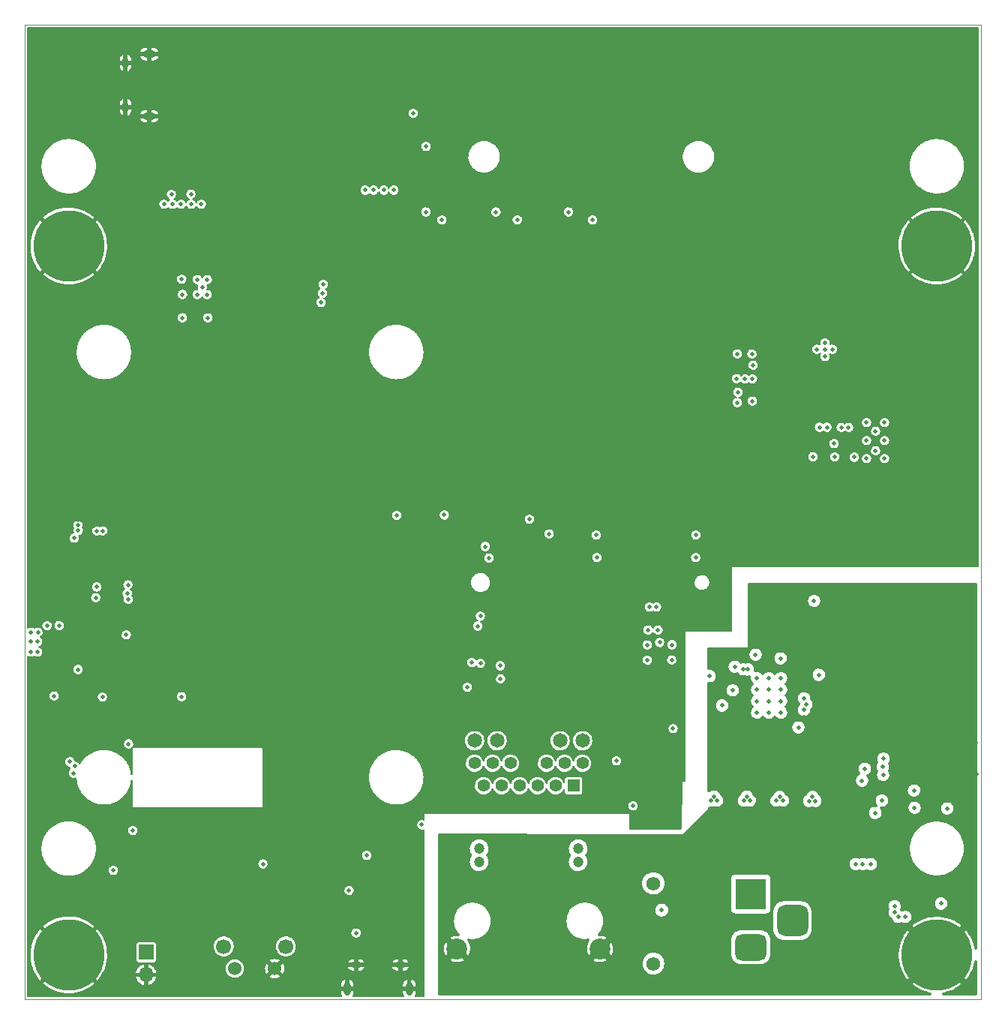
<source format=gbr>
%TF.GenerationSoftware,KiCad,Pcbnew,5.99.0-unknown-b84d1456d5~131~ubuntu20.04.1*%
%TF.CreationDate,2021-09-23T18:16:05-05:00*%
%TF.ProjectId,AP2000,41503230-3030-42e6-9b69-6361645f7063,rev?*%
%TF.SameCoordinates,Original*%
%TF.FileFunction,Copper,L3,Inr*%
%TF.FilePolarity,Positive*%
%FSLAX46Y46*%
G04 Gerber Fmt 4.6, Leading zero omitted, Abs format (unit mm)*
G04 Created by KiCad (PCBNEW 5.99.0-unknown-b84d1456d5~131~ubuntu20.04.1) date 2021-09-23 18:16:05*
%MOMM*%
%LPD*%
G01*
G04 APERTURE LIST*
G04 Aperture macros list*
%AMRoundRect*
0 Rectangle with rounded corners*
0 $1 Rounding radius*
0 $2 $3 $4 $5 $6 $7 $8 $9 X,Y pos of 4 corners*
0 Add a 4 corners polygon primitive as box body*
4,1,4,$2,$3,$4,$5,$6,$7,$8,$9,$2,$3,0*
0 Add four circle primitives for the rounded corners*
1,1,$1+$1,$2,$3*
1,1,$1+$1,$4,$5*
1,1,$1+$1,$6,$7*
1,1,$1+$1,$8,$9*
0 Add four rect primitives between the rounded corners*
20,1,$1+$1,$2,$3,$4,$5,0*
20,1,$1+$1,$4,$5,$6,$7,0*
20,1,$1+$1,$6,$7,$8,$9,0*
20,1,$1+$1,$8,$9,$2,$3,0*%
G04 Aperture macros list end*
%TA.AperFunction,Profile*%
%ADD10C,0.100000*%
%TD*%
%TA.AperFunction,ComponentPad*%
%ADD11R,3.500000X3.500000*%
%TD*%
%TA.AperFunction,ComponentPad*%
%ADD12RoundRect,0.750000X1.000000X-0.750000X1.000000X0.750000X-1.000000X0.750000X-1.000000X-0.750000X0*%
%TD*%
%TA.AperFunction,ComponentPad*%
%ADD13RoundRect,0.875000X0.875000X-0.875000X0.875000X0.875000X-0.875000X0.875000X-0.875000X-0.875000X0*%
%TD*%
%TA.AperFunction,ComponentPad*%
%ADD14C,1.524000*%
%TD*%
%TA.AperFunction,ComponentPad*%
%ADD15C,1.700000*%
%TD*%
%TA.AperFunction,ComponentPad*%
%ADD16C,1.574800*%
%TD*%
%TA.AperFunction,ComponentPad*%
%ADD17C,8.000000*%
%TD*%
%TA.AperFunction,ComponentPad*%
%ADD18R,1.700000X1.700000*%
%TD*%
%TA.AperFunction,ComponentPad*%
%ADD19O,1.700000X1.700000*%
%TD*%
%TA.AperFunction,ComponentPad*%
%ADD20O,1.550000X0.775000*%
%TD*%
%TA.AperFunction,ComponentPad*%
%ADD21O,0.650000X1.300000*%
%TD*%
%TA.AperFunction,ComponentPad*%
%ADD22O,1.300000X0.650000*%
%TD*%
%TA.AperFunction,ComponentPad*%
%ADD23O,0.775000X1.550000*%
%TD*%
%TA.AperFunction,ComponentPad*%
%ADD24R,1.398000X1.398000*%
%TD*%
%TA.AperFunction,ComponentPad*%
%ADD25C,1.398000*%
%TD*%
%TA.AperFunction,ComponentPad*%
%ADD26C,1.200000*%
%TD*%
%TA.AperFunction,ComponentPad*%
%ADD27C,1.650000*%
%TD*%
%TA.AperFunction,ComponentPad*%
%ADD28C,2.362500*%
%TD*%
%TA.AperFunction,ComponentPad*%
%ADD29C,0.500000*%
%TD*%
%TA.AperFunction,ViaPad*%
%ADD30C,0.500000*%
%TD*%
%TA.AperFunction,Conductor*%
%ADD31C,0.203200*%
%TD*%
%TA.AperFunction,Conductor*%
%ADD32C,0.304800*%
%TD*%
G04 APERTURE END LIST*
D10*
X108000000Y0D02*
X108000000Y-110000000D01*
X0Y0D02*
X108000000Y0D01*
X0Y-110000000D02*
X108000000Y-110000000D01*
X0Y-110000000D02*
X0Y0D01*
D11*
X82000000Y-98130000D03*
D12*
X82000000Y-104130000D03*
D13*
X86700000Y-101130000D03*
D14*
X23750000Y-106550000D03*
X28250000Y-106550000D03*
D15*
X22500000Y-104050000D03*
X29500000Y-104050000D03*
D16*
X71000000Y-96932200D03*
X71000000Y-106000000D03*
D17*
X103000000Y-25000000D03*
D18*
X13740000Y-104710000D03*
D19*
X13740000Y-107250000D03*
D20*
X14109999Y-10351000D03*
D21*
X11409999Y-4351000D03*
X11409999Y-9351000D03*
D20*
X14109999Y-3351000D03*
D22*
X37448002Y-106126503D03*
D23*
X43448002Y-108826503D03*
X36448002Y-108826503D03*
D22*
X42448002Y-106126503D03*
D17*
X103000000Y-105000000D03*
D24*
X61995000Y-85920000D03*
D25*
X59963000Y-85920000D03*
X57931000Y-85920000D03*
X55899000Y-85920000D03*
X53867000Y-85920000D03*
X51835000Y-85920000D03*
X63011000Y-83380000D03*
X60979000Y-83380000D03*
X58947000Y-83380000D03*
X54883000Y-83380000D03*
X52851000Y-83380000D03*
X50819000Y-83380000D03*
D26*
X62503000Y-93030000D03*
X51327000Y-93030000D03*
X62503000Y-94520000D03*
X51327000Y-94520000D03*
D27*
X63011000Y-80840000D03*
X60471000Y-80840000D03*
X53359000Y-80840000D03*
X50819000Y-80840000D03*
D28*
X64980000Y-104335000D03*
X48850000Y-104335000D03*
D17*
X5000000Y-25000000D03*
D29*
X82714000Y-77671000D03*
X85414000Y-75071000D03*
X84064000Y-76371000D03*
X82714000Y-75071000D03*
X84064000Y-77671000D03*
X84064000Y-73771000D03*
X82714000Y-73771000D03*
X85414000Y-76371000D03*
X82714000Y-76371000D03*
X84064000Y-75071000D03*
X85414000Y-77671000D03*
X85414000Y-73771000D03*
D17*
X5000000Y-105000000D03*
D30*
X103490000Y-99210000D03*
X43108999Y-17240000D03*
X37455000Y-62070000D03*
X31890000Y-85790000D03*
X9125000Y-65300000D03*
X24755000Y-69690000D03*
X77887000Y-39293000D03*
X70267000Y-54533000D03*
X43042000Y-70465000D03*
X27826000Y-87822000D03*
X75347000Y-36753000D03*
X27826000Y-81726000D03*
X72807000Y-44373000D03*
X55027000Y-39293000D03*
X62647000Y-51993000D03*
X15703000Y-24246000D03*
X55027000Y-31673000D03*
X32375000Y-56990000D03*
X9515000Y-49370000D03*
X17135000Y-41750000D03*
X55027000Y-36753000D03*
X16593000Y-23208000D03*
X105111000Y-55258000D03*
X77887000Y-44373000D03*
X62647000Y-46913000D03*
X34915000Y-64610000D03*
X65187000Y-49453000D03*
X37455000Y-59530000D03*
X58690000Y-6210000D03*
X37455000Y-69690000D03*
X105110000Y-51910000D03*
X39981000Y-69279000D03*
X60107000Y-51993000D03*
X6137990Y-62072400D03*
X9201790Y-59677200D03*
X43050000Y-72876000D03*
X81820000Y-60990000D03*
X52487000Y-39293000D03*
X39981000Y-56076000D03*
X60107000Y-41833000D03*
X79517000Y-34952000D03*
X57567000Y-51993000D03*
X102860000Y-51960000D03*
X6089000Y-65291000D03*
X11000000Y-63513000D03*
X73990000Y-85060000D03*
X77887000Y-29133000D03*
X29835000Y-49370000D03*
X8931000Y-54248000D03*
X91380000Y-42670000D03*
X22215000Y-49370000D03*
X34915000Y-44290000D03*
X9515000Y-41750000D03*
X26176500Y-30618001D03*
X34915000Y-72230000D03*
X29835000Y-54450000D03*
X27295000Y-41750000D03*
X29858000Y-83758000D03*
X18790000Y-17240000D03*
X31890000Y-83758000D03*
X27295000Y-67150000D03*
X71120000Y-17300000D03*
X14110000Y-70940000D03*
X14166000Y-81261000D03*
X6104800Y-58548000D03*
X39979000Y-70466000D03*
X47140000Y-1950000D03*
X7827300Y-66487200D03*
X10905400Y-57506600D03*
X57567000Y-31673000D03*
X19675000Y-41750000D03*
X34240000Y-28560000D03*
X22215000Y-39210000D03*
X65187000Y-44373000D03*
X65187000Y-41833000D03*
X44845000Y-72872000D03*
X11032400Y-56211200D03*
X44796790Y-62072400D03*
X72807000Y-29133000D03*
X29835000Y-74770000D03*
X69342004Y-65698205D03*
X37455000Y-56990000D03*
X40018000Y-72880000D03*
X22215000Y-46830000D03*
X2013000Y-73377000D03*
X72807000Y-51993000D03*
X66190800Y-65713800D03*
X39401999Y-32014000D03*
X43040000Y-54848000D03*
X42995000Y-56067000D03*
X44790000Y-109458000D03*
X29858000Y-87822000D03*
X24755000Y-67150000D03*
X77887000Y-41833000D03*
X20840000Y-13740000D03*
X75347000Y-39293000D03*
X17135000Y-51910000D03*
X27295000Y-44290000D03*
X24755000Y-46830000D03*
X24755000Y-51910000D03*
X39982000Y-55013000D03*
X60107000Y-54533000D03*
X32375000Y-51910000D03*
X39543000Y-81310000D03*
X52487000Y-31673000D03*
X43057000Y-71692000D03*
X107107000Y-60805000D03*
X34915000Y-67150000D03*
X29835000Y-44290000D03*
X35954000Y-83758000D03*
X49947000Y-44373000D03*
X17135000Y-44290000D03*
X86290000Y-59800000D03*
X7821790Y-62067200D03*
X57567000Y-41833000D03*
X2990000Y-88960000D03*
X102790000Y-45450000D03*
X60107000Y-49453000D03*
X101484007Y-53598987D03*
X22215000Y-64610000D03*
X53990000Y-9660000D03*
X52487000Y-49453000D03*
X49947000Y-34213000D03*
X24755000Y-49370000D03*
X12620000Y-19160000D03*
X29835000Y-62070000D03*
X37455000Y-72230000D03*
X1880000Y-77290000D03*
X38416999Y-15781000D03*
X60107000Y-39293000D03*
X57567000Y-34213000D03*
X6079000Y-64074000D03*
X49947000Y-31673000D03*
X91560000Y-31740000D03*
X39991000Y-65683000D03*
X34915000Y-69690000D03*
X27295000Y-62070000D03*
X22215000Y-62070000D03*
X34915000Y-56990000D03*
X13127000Y-96431000D03*
X6225400Y-74160000D03*
X19770000Y-59530000D03*
X63040000Y-12060000D03*
X78408600Y-64467000D03*
X24755000Y-54450000D03*
X57567000Y-39293000D03*
X22215000Y-51910000D03*
X70267000Y-51993000D03*
X29835000Y-72230000D03*
X27295000Y-39210000D03*
X85664300Y-35968599D03*
X33508000Y-100290000D03*
X51710000Y-56340000D03*
X86940000Y-43880000D03*
X62647000Y-34213000D03*
X14710000Y-17310000D03*
X44862000Y-65663000D03*
X39964000Y-59674000D03*
X67727000Y-46913000D03*
X24140000Y-28660000D03*
X103982000Y-60805000D03*
X65187000Y-36753000D03*
X92910000Y-52250000D03*
X11140000Y-98960000D03*
X77887000Y-31673000D03*
X90530000Y-52210000D03*
X42662999Y-30492000D03*
X19770000Y-56990000D03*
X46242999Y-30440000D03*
X55027000Y-34213000D03*
X34915000Y-59530000D03*
X62647000Y-49453000D03*
X60440000Y-12160000D03*
X41614198Y-32746402D03*
X7852000Y-57761000D03*
X32375000Y-41750000D03*
X2600000Y-74650000D03*
X37986000Y-85790000D03*
X60107000Y-29133000D03*
X44903000Y-68060000D03*
X31890000Y-87822000D03*
X34915000Y-62070000D03*
X74240000Y-78960000D03*
X19675000Y-39210000D03*
X52487000Y-46913000D03*
X6950790Y-53284000D03*
X72807000Y-36753000D03*
X43059000Y-57269000D03*
X47602000Y-86406000D03*
X85550000Y-47520000D03*
X9127400Y-61672200D03*
X55027000Y-54533000D03*
X17135000Y-49370000D03*
X24755000Y-39210000D03*
X9119000Y-68069000D03*
X67470000Y-56300000D03*
X60107000Y-34213000D03*
X60107000Y-31673000D03*
X72807000Y-34213000D03*
X32375000Y-62070000D03*
X10980000Y-66472800D03*
X29858000Y-85790000D03*
X27826000Y-85790000D03*
X72807000Y-41833000D03*
X42786999Y-32097000D03*
X46338598Y-32111402D03*
X59043000Y-59987000D03*
X65187000Y-51993000D03*
X34915000Y-49370000D03*
X44796790Y-59659400D03*
X70267000Y-41833000D03*
X67727000Y-54533000D03*
X86070700Y-37289399D03*
X16621000Y-12120000D03*
X24755000Y-64610000D03*
X43141000Y-66884000D03*
X12340000Y-98960000D03*
X14460000Y-76440000D03*
X43103000Y-62091000D03*
X27295000Y-46830000D03*
X49947000Y-51993000D03*
X62647000Y-36753000D03*
X37940000Y-11660000D03*
X57567000Y-29133000D03*
X23340000Y-80064000D03*
X77271000Y-68289000D03*
X9515000Y-44290000D03*
X10879284Y-59661504D03*
X73319000Y-75051000D03*
X27295000Y-56990000D03*
X7857000Y-56546000D03*
X42230000Y-100270000D03*
X7915000Y-67668000D03*
X35954000Y-85790000D03*
X62647000Y-44373000D03*
X29835000Y-41750000D03*
X67290000Y-17400000D03*
X19770000Y-62070000D03*
X43105000Y-68088000D03*
X62647000Y-31673000D03*
X36930999Y-16332000D03*
X44796790Y-63266200D03*
X57567000Y-49453000D03*
X4000000Y-74620000D03*
X32375000Y-49370000D03*
X99060000Y-42210000D03*
X70401000Y-75086000D03*
X33168999Y-17240000D03*
X43087000Y-60891000D03*
X82240000Y-28560000D03*
X71728000Y-72968000D03*
X43066000Y-63290000D03*
X67727000Y-49453000D03*
X99034007Y-47698987D03*
X10284000Y-19635000D03*
X70267000Y-31673000D03*
X30677000Y-96522000D03*
X34915000Y-46830000D03*
X32375000Y-72230000D03*
X90320000Y-39280000D03*
X77887000Y-34213000D03*
X29835000Y-64610000D03*
X75347000Y-49453000D03*
X70267000Y-49453000D03*
X55027000Y-41833000D03*
X55027000Y-46913000D03*
X800000Y-71950000D03*
X45186000Y-81250000D03*
X29835000Y-56990000D03*
X52487000Y-36753000D03*
X102611000Y-55238000D03*
X18930000Y-15690000D03*
X52487000Y-34213000D03*
X27150000Y-17140000D03*
X22215000Y-67150000D03*
X44803000Y-100298000D03*
X40047000Y-66882000D03*
X70267000Y-34213000D03*
X27295000Y-72230000D03*
X44858000Y-66860000D03*
X67727000Y-44373000D03*
X11800000Y-51320000D03*
X86890000Y-50630000D03*
X6410000Y-80300000D03*
X60107000Y-46913000D03*
X24755000Y-59530000D03*
X67727000Y-31673000D03*
X9171790Y-63787200D03*
X34915000Y-74770000D03*
X67727000Y-29133000D03*
X98670000Y-37360000D03*
X12055000Y-44290000D03*
X37986000Y-81726000D03*
X85450000Y-60839000D03*
X31890000Y-81726000D03*
X27295000Y-51910000D03*
X9162000Y-72890000D03*
X19675000Y-51910000D03*
X37061999Y-21989000D03*
X67727000Y-51993000D03*
X12055000Y-41750000D03*
X6137990Y-60065800D03*
X86883500Y-35206599D03*
X44796790Y-60878600D03*
X6086000Y-66495000D03*
X13710000Y-75260000D03*
X27826000Y-83758000D03*
X75347000Y-34213000D03*
X37455000Y-74770000D03*
X49947000Y-49453000D03*
X27295000Y-59530000D03*
X29835000Y-51910000D03*
X39401999Y-30358000D03*
X37455000Y-64610000D03*
X24755000Y-41750000D03*
X19770000Y-64610000D03*
X2150000Y-82940000D03*
X32375000Y-67150000D03*
X19770000Y-54450000D03*
X44899000Y-64479000D03*
X62647000Y-39293000D03*
X39990000Y-71679000D03*
X12055000Y-49370000D03*
X71900000Y-86610000D03*
X55027000Y-29133000D03*
X72807000Y-54533000D03*
X49947000Y-29133000D03*
X32375000Y-46830000D03*
X9780000Y-76684000D03*
X67727000Y-41833000D03*
X33922000Y-87822000D03*
X15740000Y-28560000D03*
X62647000Y-29133000D03*
X19675000Y-49370000D03*
X10894193Y-61640600D03*
X27295000Y-49370000D03*
X72807000Y-46913000D03*
X67775000Y-85085000D03*
X32375000Y-44290000D03*
X71170000Y-56280000D03*
X44838000Y-71666000D03*
X22215000Y-41750000D03*
X102910000Y-49880000D03*
X56265000Y-7900000D03*
X22215000Y-44290000D03*
X67727000Y-39293000D03*
X72807000Y-31673000D03*
X65187000Y-39293000D03*
X70267000Y-39293000D03*
X27295000Y-69690000D03*
X75347000Y-44373000D03*
X55396200Y-65635400D03*
X57567000Y-44373000D03*
X70951000Y-81839800D03*
X35097000Y-109492000D03*
X43060000Y-69278000D03*
X24755000Y-62070000D03*
X77887000Y-54533000D03*
X9263000Y-57704000D03*
X43078000Y-64501000D03*
X19675000Y-44290000D03*
X77887000Y-49453000D03*
X62647000Y-54533000D03*
X10981600Y-72873600D03*
X52487000Y-29133000D03*
X19675000Y-46830000D03*
X90279000Y-34230000D03*
X33922000Y-81726000D03*
X75000000Y-56320000D03*
X24755000Y-44290000D03*
X52487000Y-41833000D03*
X103984007Y-53573987D03*
X37793999Y-22019000D03*
X27295000Y-54450000D03*
X39958000Y-64468000D03*
X25030000Y-33220000D03*
X12055000Y-46830000D03*
X32375000Y-54450000D03*
X29835000Y-46830000D03*
X55027000Y-44373000D03*
X37652000Y-8279000D03*
X55027000Y-49453000D03*
X10981600Y-68071000D03*
X65187000Y-46913000D03*
X49947000Y-46913000D03*
X7821790Y-60057200D03*
X75347000Y-54533000D03*
X48400000Y-14140000D03*
X94670984Y-60805000D03*
X65187000Y-54533000D03*
X6088000Y-67679000D03*
X49947000Y-39293000D03*
X75347000Y-29133000D03*
X52487000Y-44373000D03*
X72807000Y-39293000D03*
X33922000Y-83758000D03*
X48820000Y-73350000D03*
X52487000Y-54533000D03*
X29858000Y-81726000D03*
X52487000Y-51993000D03*
X13407000Y-55082000D03*
X75347000Y-41833000D03*
X32375000Y-64610000D03*
X57567000Y-36753000D03*
X44943000Y-58660000D03*
X65187000Y-31673000D03*
X6045000Y-55903000D03*
X18920000Y-75300000D03*
X65187000Y-34213000D03*
X62647000Y-41833000D03*
X32375000Y-59530000D03*
X82436000Y-34923000D03*
X20480000Y-76730000D03*
X43142000Y-65689000D03*
X75347000Y-31673000D03*
X37455000Y-67150000D03*
X22215000Y-56990000D03*
X65187000Y-29133000D03*
X70267000Y-44373000D03*
X10981600Y-65431400D03*
X60107000Y-36753000D03*
X39967000Y-58475000D03*
X61599000Y-59969000D03*
X75347000Y-46913000D03*
X70267000Y-29133000D03*
X9981000Y-6070000D03*
X57567000Y-54533000D03*
X22215000Y-59530000D03*
X39983000Y-57277000D03*
X84150000Y-59980000D03*
X49550000Y-71830000D03*
X9178200Y-56541400D03*
X70267000Y-46913000D03*
X29835000Y-59530000D03*
X71942722Y-99962722D03*
X22215000Y-54450000D03*
X35954000Y-87822000D03*
X49947000Y-41833000D03*
X40043000Y-68076000D03*
X9321000Y-8240000D03*
X34915000Y-51910000D03*
X17135000Y-46830000D03*
X32375000Y-74770000D03*
X7984400Y-65507600D03*
X77887000Y-46913000D03*
X35954000Y-81726000D03*
X46820000Y-10545400D03*
X37986000Y-83758000D03*
X72807000Y-49453000D03*
X97774656Y-60805000D03*
X43070000Y-58472000D03*
X100878328Y-60805000D03*
X49947000Y-54533000D03*
X78400000Y-55580000D03*
X32375000Y-69690000D03*
X27295000Y-64610000D03*
X6137990Y-54858800D03*
X29835000Y-67150000D03*
X35276999Y-29761000D03*
X67727000Y-36753000D03*
X60107000Y-44373000D03*
X70267000Y-36753000D03*
X33922000Y-85790000D03*
X48480000Y-64640000D03*
X39980000Y-60868000D03*
X75347000Y-51993000D03*
X44860000Y-70478000D03*
X67727000Y-34213000D03*
X77887000Y-51993000D03*
X72780000Y-89710000D03*
X37986000Y-87822000D03*
X49947000Y-36753000D03*
X44872000Y-69262000D03*
X55027000Y-51993000D03*
X53395000Y-60512000D03*
X9515000Y-46830000D03*
X40547999Y-15781000D03*
X24755000Y-56990000D03*
X77887000Y-36753000D03*
X34915000Y-54450000D03*
X29835000Y-39210000D03*
X21040000Y-17270000D03*
X9127000Y-66501000D03*
X43073000Y-59680000D03*
X16600000Y-17270000D03*
X29835000Y-69690000D03*
X16690000Y-35240000D03*
X57567000Y-46913000D03*
X77845997Y-87135854D03*
X77515797Y-87593054D03*
X78176197Y-87593054D03*
X98409000Y-70757000D03*
X103026000Y-67358000D03*
X96681000Y-67646000D03*
X88349000Y-73205000D03*
X107456000Y-84616000D03*
X85438000Y-67510000D03*
X98347000Y-67747000D03*
X67580000Y-104410000D03*
X83209000Y-68198000D03*
X96589000Y-70680000D03*
X76640000Y-107960000D03*
X75240000Y-107160000D03*
X85477000Y-65295000D03*
X88627000Y-74639000D03*
X88640000Y-106160000D03*
X94670164Y-63459000D03*
X77840000Y-107960000D03*
X103740000Y-96710000D03*
X73760000Y-104400000D03*
X52210000Y-96030000D03*
X63890000Y-93460000D03*
X52160000Y-91870000D03*
X61450000Y-92100000D03*
X103200000Y-77298000D03*
X78170000Y-106735000D03*
X102144000Y-74112000D03*
X103095000Y-74079000D03*
X103980418Y-63459000D03*
X91284000Y-72467000D03*
X97773582Y-63459000D03*
X77378000Y-76707000D03*
X100877000Y-63459000D03*
X78170000Y-107360000D03*
X107083836Y-63459000D03*
X50170000Y-95400000D03*
X92040000Y-106160000D03*
X95840000Y-77800000D03*
X87986000Y-78158000D03*
X103269000Y-71930000D03*
X77411000Y-75269000D03*
X50240000Y-91920000D03*
X75840000Y-107960000D03*
X86606000Y-65272000D03*
X61150000Y-94950000D03*
X92030000Y-107220000D03*
X91290000Y-71490000D03*
X107386000Y-81049000D03*
X102076000Y-77462000D03*
X83170000Y-65304000D03*
X95440000Y-106160000D03*
X106659007Y-67298987D03*
X103298000Y-71306000D03*
X95340000Y-107220000D03*
X98240000Y-100210000D03*
X98240000Y-99510000D03*
X98640000Y-100710000D03*
X99440000Y-100710000D03*
X85259895Y-87186654D03*
X84907197Y-87593054D03*
X85618397Y-87593054D03*
X81554397Y-87133197D03*
X81884597Y-87590397D03*
X81224197Y-87590397D03*
X94560991Y-85336000D03*
X96899991Y-83796000D03*
X96942991Y-84700000D03*
X96985991Y-82871000D03*
X94876991Y-84005000D03*
X77366000Y-73541000D03*
X96792991Y-87580000D03*
X100427000Y-86459000D03*
X81668000Y-72793000D03*
X94640000Y-94760000D03*
X93840000Y-94760000D03*
X100489000Y-88401000D03*
X104176000Y-88477000D03*
X95540000Y-94760000D03*
X81168000Y-72788000D03*
X80190000Y-72491000D03*
X96029991Y-88993000D03*
X88590795Y-87622397D03*
X88946395Y-87190597D03*
X89301995Y-87622397D03*
X50507000Y-71999000D03*
X47409000Y-55348000D03*
X51170000Y-67890000D03*
X89016000Y-48791000D03*
X90363300Y-36679799D03*
X91201500Y-36654399D03*
X90597000Y-45455000D03*
X95077007Y-48987987D03*
X41715999Y-18692000D03*
X40572999Y-18692000D03*
X90363300Y-35943199D03*
X97109007Y-48987987D03*
X92202000Y-45472000D03*
X19970500Y-20282800D03*
X16597000Y-19177000D03*
X15750000Y-20281000D03*
X96093007Y-45889187D03*
X90363300Y-37467199D03*
X38464799Y-18692000D03*
X91461000Y-48799000D03*
X89752000Y-45455000D03*
X18802100Y-19139800D03*
X16719300Y-20282800D03*
X17684500Y-20282800D03*
X97109007Y-46955987D03*
X97109007Y-44923987D03*
X18827500Y-20282800D03*
X39429999Y-18692000D03*
X89474300Y-36654399D03*
X96093007Y-48098987D03*
X93046000Y-45464000D03*
X91402000Y-47296000D03*
X95077007Y-44923987D03*
X93688000Y-48834000D03*
X95077007Y-46955987D03*
X87380000Y-79337000D03*
X88006000Y-77346000D03*
X79966000Y-75142000D03*
X85370000Y-71544000D03*
X88018000Y-76056000D03*
X88277000Y-76718000D03*
X89679500Y-73399500D03*
X82547000Y-71119000D03*
X89152000Y-65057000D03*
X78767000Y-76861000D03*
X33486000Y-31370000D03*
X11712700Y-64872000D03*
X11610000Y-64220000D03*
X33633000Y-30329000D03*
X11690000Y-63240000D03*
X33740000Y-29338000D03*
X12240000Y-90960000D03*
X11765000Y-81185000D03*
X8157400Y-57154000D03*
X8860600Y-57154000D03*
X51479000Y-72091000D03*
X51480000Y-66770000D03*
X5528456Y-84498456D03*
X6031996Y-56505661D03*
X5146000Y-83210000D03*
X6078000Y-57105000D03*
X44869000Y-90317000D03*
X66826000Y-83107000D03*
X50010000Y-74790000D03*
X8807000Y-75901000D03*
X6068700Y-72802038D03*
X17730000Y-75870000D03*
X73100000Y-70008000D03*
X70332000Y-71741000D03*
X71366004Y-65737005D03*
X82270000Y-38460000D03*
X3368000Y-75788000D03*
X80397000Y-39966000D03*
X64140000Y-22060000D03*
X81355200Y-39994499D03*
X73076000Y-71717000D03*
X70566004Y-65737005D03*
X82189000Y-42500000D03*
X64616004Y-60161005D03*
X70408804Y-68339805D03*
X80545000Y-41510000D03*
X36651006Y-97733993D03*
X71716000Y-69743000D03*
X75793604Y-57621005D03*
X68720000Y-88190000D03*
X53756000Y-73848000D03*
X47140000Y-22060000D03*
X80490000Y-37180000D03*
X82134000Y-37181000D03*
X59246000Y-57487000D03*
X80459000Y-42680000D03*
X75787004Y-60166405D03*
X73235000Y-79473000D03*
X11500000Y-68880000D03*
X52019204Y-58916405D03*
X82193400Y-39994499D03*
X71526404Y-68339805D03*
X53697000Y-72369000D03*
X52431005Y-60221405D03*
X37437000Y-102538000D03*
X64566804Y-57621005D03*
X55640000Y-22060000D03*
X10040000Y-95460000D03*
X70296000Y-70028000D03*
X5616700Y-57966000D03*
X5676697Y-83710000D03*
X19504500Y-30486801D03*
X17845000Y-33101000D03*
X752000Y-70817000D03*
X20716000Y-33101000D03*
X19529900Y-28785001D03*
X20622100Y-30486801D03*
X17853000Y-30471000D03*
X3920400Y-67844400D03*
X20647500Y-28785001D03*
X20088700Y-29648601D03*
X2554000Y-67851000D03*
X1532800Y-68581000D03*
X1491000Y-70821000D03*
X748000Y-68577000D03*
X760000Y-69641000D03*
X17762000Y-28741000D03*
X1503000Y-69637000D03*
X42031000Y-55402000D03*
X57002000Y-55837000D03*
X45340000Y-13760000D03*
X43884000Y-10022000D03*
X45340000Y-21160000D03*
X53240000Y-21160000D03*
X61440000Y-21160000D03*
X8169000Y-63474000D03*
X38651000Y-93779000D03*
X8047000Y-64685000D03*
X26925000Y-94736000D03*
D31*
X107645400Y-61142888D02*
X79887800Y-61149194D01*
X79828673Y-61168420D01*
X79792140Y-61218729D01*
X79787223Y-61249796D01*
X79787398Y-68398958D01*
X74683284Y-68427329D01*
X74624260Y-68446870D01*
X74587995Y-68497372D01*
X74583243Y-68527709D01*
X74546739Y-85396691D01*
X74266745Y-85406081D01*
X74208291Y-85427264D01*
X74173453Y-85478761D01*
X74169517Y-85506478D01*
X74161920Y-90729232D01*
X74078952Y-90812200D01*
X68392568Y-90812200D01*
X68393018Y-89134778D01*
X68373821Y-89075642D01*
X68323531Y-89039083D01*
X68292569Y-89034151D01*
X45201370Y-88999429D01*
X45142210Y-89018553D01*
X45105590Y-89068798D01*
X45100619Y-89099904D01*
X45099807Y-89754404D01*
X44973162Y-89716528D01*
X44944951Y-89712312D01*
X44800441Y-89711430D01*
X44772183Y-89715301D01*
X44633235Y-89755012D01*
X44607197Y-89766659D01*
X44484979Y-89843773D01*
X44463258Y-89862259D01*
X44367596Y-89970576D01*
X44351936Y-89994416D01*
X44290520Y-90125228D01*
X44282181Y-90152505D01*
X44259948Y-90295296D01*
X44259599Y-90323817D01*
X44278337Y-90467109D01*
X44286007Y-90494581D01*
X44344208Y-90626855D01*
X44359282Y-90651071D01*
X44452269Y-90761692D01*
X44473532Y-90780703D01*
X44593830Y-90860780D01*
X44619574Y-90873060D01*
X44757510Y-90916155D01*
X44785667Y-90920715D01*
X44930155Y-90923363D01*
X44958459Y-90919838D01*
X45097883Y-90881827D01*
X45098409Y-90881600D01*
X45075129Y-109645400D01*
X44113992Y-109645400D01*
X44144916Y-109601399D01*
X44156338Y-109580096D01*
X44217205Y-109423979D01*
X44223216Y-109400567D01*
X44240041Y-109272772D01*
X44240902Y-109259641D01*
X44240902Y-109080503D01*
X44221689Y-109021372D01*
X44171389Y-108984827D01*
X44140302Y-108979903D01*
X42755702Y-108979903D01*
X42696571Y-108999116D01*
X42660026Y-109049416D01*
X42655102Y-109080503D01*
X42655102Y-109256022D01*
X42655831Y-109268108D01*
X42670877Y-109392439D01*
X42676642Y-109415912D01*
X42735871Y-109572658D01*
X42747070Y-109594080D01*
X42782341Y-109645400D01*
X37113992Y-109645400D01*
X37144916Y-109601399D01*
X37156338Y-109580096D01*
X37217205Y-109423979D01*
X37223216Y-109400567D01*
X37240041Y-109272772D01*
X37240902Y-109259641D01*
X37240902Y-109080503D01*
X37221689Y-109021372D01*
X37171389Y-108984827D01*
X37140302Y-108979903D01*
X35755702Y-108979903D01*
X35696571Y-108999116D01*
X35660026Y-109049416D01*
X35655102Y-109080503D01*
X35655102Y-109256022D01*
X35655831Y-109268108D01*
X35670877Y-109392439D01*
X35676642Y-109415912D01*
X35735871Y-109572658D01*
X35747070Y-109594080D01*
X35782341Y-109645400D01*
X354600Y-109645400D01*
X354600Y-108203168D01*
X2040945Y-108203168D01*
X2050671Y-108264576D01*
X2074972Y-108295402D01*
X2293232Y-108481813D01*
X2300720Y-108487622D01*
X2632911Y-108721090D01*
X2640914Y-108726168D01*
X2993603Y-108927338D01*
X3002048Y-108931641D01*
X3372103Y-109098727D01*
X3380915Y-109102216D01*
X3765051Y-109233735D01*
X3774152Y-109236379D01*
X4168961Y-109331165D01*
X4178272Y-109332941D01*
X4580249Y-109390150D01*
X4589684Y-109391042D01*
X4995261Y-109410169D01*
X5004739Y-109410169D01*
X5410316Y-109391042D01*
X5419751Y-109390150D01*
X5821728Y-109332941D01*
X5831039Y-109331165D01*
X6225848Y-109236379D01*
X6234949Y-109233735D01*
X6619085Y-109102216D01*
X6627897Y-109098727D01*
X6997952Y-108931641D01*
X7006397Y-108927338D01*
X7359086Y-108726168D01*
X7367089Y-108721090D01*
X7699280Y-108487622D01*
X7706768Y-108481813D01*
X7925028Y-108295402D01*
X7957514Y-108242390D01*
X7952636Y-108180407D01*
X7930829Y-108147770D01*
X5071135Y-105288075D01*
X5015737Y-105259849D01*
X4954329Y-105269575D01*
X4928865Y-105288075D01*
X2069171Y-108147770D01*
X2040945Y-108203168D01*
X354600Y-108203168D01*
X354600Y-104866210D01*
X591858Y-104866210D01*
X598235Y-105272187D01*
X598831Y-105281646D01*
X643386Y-105685222D01*
X644868Y-105694584D01*
X727206Y-106092175D01*
X729563Y-106101354D01*
X848951Y-106489432D01*
X852162Y-106498350D01*
X1007542Y-106873471D01*
X1011577Y-106882047D01*
X1201569Y-107240880D01*
X1206394Y-107249038D01*
X1429313Y-107588399D01*
X1434884Y-107596066D01*
X1688750Y-107912942D01*
X1695017Y-107920052D01*
X1706575Y-107931979D01*
X1761523Y-107961072D01*
X1823077Y-107952312D01*
X1849954Y-107933105D01*
X4711925Y-105071135D01*
X4740151Y-105015737D01*
X4735166Y-104984263D01*
X5259849Y-104984263D01*
X5269575Y-105045671D01*
X5288075Y-105071135D01*
X8150046Y-107933105D01*
X8205444Y-107961331D01*
X8266852Y-107951605D01*
X8293425Y-107931979D01*
X8304983Y-107920052D01*
X8311250Y-107912942D01*
X8565116Y-107596066D01*
X8570687Y-107588399D01*
X8609861Y-107528763D01*
X12515458Y-107528763D01*
X12549269Y-107661895D01*
X12555415Y-107679250D01*
X12644271Y-107871991D01*
X12653476Y-107887934D01*
X12775967Y-108061256D01*
X12787923Y-108075255D01*
X12939950Y-108223353D01*
X12954258Y-108234939D01*
X13130727Y-108352852D01*
X13146906Y-108361636D01*
X13341907Y-108445415D01*
X13359416Y-108451104D01*
X13463798Y-108474723D01*
X13525711Y-108469034D01*
X13572456Y-108428040D01*
X13586600Y-108376604D01*
X13586600Y-107504000D01*
X13893400Y-107504000D01*
X13893400Y-108380130D01*
X13912613Y-108439261D01*
X13962913Y-108475806D01*
X14008436Y-108479689D01*
X14025174Y-108477262D01*
X14043075Y-108472964D01*
X14244049Y-108404743D01*
X14260867Y-108397255D01*
X14267813Y-108393365D01*
X35655102Y-108393365D01*
X35655102Y-108572503D01*
X35674315Y-108631634D01*
X35724615Y-108668179D01*
X35755702Y-108673103D01*
X36194002Y-108673103D01*
X36253133Y-108653890D01*
X36289678Y-108603590D01*
X36294602Y-108572503D01*
X36294602Y-107790989D01*
X36294312Y-107790098D01*
X36601402Y-107790098D01*
X36601402Y-108572503D01*
X36620615Y-108631634D01*
X36670915Y-108668179D01*
X36702002Y-108673103D01*
X37140302Y-108673103D01*
X37199433Y-108653890D01*
X37235978Y-108603590D01*
X37240902Y-108572503D01*
X37240902Y-108396984D01*
X37240684Y-108393365D01*
X42655102Y-108393365D01*
X42655102Y-108572503D01*
X42674315Y-108631634D01*
X42724615Y-108668179D01*
X42755702Y-108673103D01*
X43194002Y-108673103D01*
X43253133Y-108653890D01*
X43289678Y-108603590D01*
X43294602Y-108572503D01*
X43294602Y-107790989D01*
X43294312Y-107790098D01*
X43601402Y-107790098D01*
X43601402Y-108572503D01*
X43620615Y-108631634D01*
X43670915Y-108668179D01*
X43702002Y-108673103D01*
X44140302Y-108673103D01*
X44199433Y-108653890D01*
X44235978Y-108603590D01*
X44240902Y-108572503D01*
X44240902Y-108396984D01*
X44240173Y-108384898D01*
X44225127Y-108260567D01*
X44219362Y-108237094D01*
X44160133Y-108080348D01*
X44148934Y-108058926D01*
X44054025Y-107920833D01*
X44038040Y-107902702D01*
X43912931Y-107791234D01*
X43893083Y-107777439D01*
X43749076Y-107701191D01*
X43687827Y-107690502D01*
X43631993Y-107717854D01*
X43602900Y-107772802D01*
X43601402Y-107790098D01*
X43294312Y-107790098D01*
X43275389Y-107731858D01*
X43225089Y-107695313D01*
X43162915Y-107695313D01*
X43147863Y-107701594D01*
X43009874Y-107772814D01*
X42989881Y-107786401D01*
X42863612Y-107896553D01*
X42847438Y-107914515D01*
X42751088Y-108051607D01*
X42739666Y-108072910D01*
X42678799Y-108229027D01*
X42672788Y-108252439D01*
X42655963Y-108380234D01*
X42655102Y-108393365D01*
X37240684Y-108393365D01*
X37240173Y-108384898D01*
X37225127Y-108260567D01*
X37219362Y-108237094D01*
X37160133Y-108080348D01*
X37148934Y-108058926D01*
X37054025Y-107920833D01*
X37038040Y-107902702D01*
X36912931Y-107791234D01*
X36893083Y-107777439D01*
X36749076Y-107701191D01*
X36687827Y-107690502D01*
X36631993Y-107717854D01*
X36602900Y-107772802D01*
X36601402Y-107790098D01*
X36294312Y-107790098D01*
X36275389Y-107731858D01*
X36225089Y-107695313D01*
X36162915Y-107695313D01*
X36147863Y-107701594D01*
X36009874Y-107772814D01*
X35989881Y-107786401D01*
X35863612Y-107896553D01*
X35847438Y-107914515D01*
X35751088Y-108051607D01*
X35739666Y-108072910D01*
X35678799Y-108229027D01*
X35672788Y-108252439D01*
X35655963Y-108380234D01*
X35655102Y-108393365D01*
X14267813Y-108393365D01*
X14446043Y-108293551D01*
X14461216Y-108283123D01*
X14624393Y-108147410D01*
X14637410Y-108134393D01*
X14773123Y-107971216D01*
X14783551Y-107956043D01*
X14887255Y-107770867D01*
X14894743Y-107754049D01*
X14962964Y-107553075D01*
X14967262Y-107535174D01*
X14969689Y-107518436D01*
X14959160Y-107457160D01*
X14914625Y-107413775D01*
X14870130Y-107403400D01*
X13994000Y-107403400D01*
X13934869Y-107422613D01*
X13898324Y-107472913D01*
X13893400Y-107504000D01*
X13586600Y-107504000D01*
X13567387Y-107444869D01*
X13517087Y-107408324D01*
X13486000Y-107403400D01*
X12612963Y-107403400D01*
X12553832Y-107422613D01*
X12517287Y-107472913D01*
X12515458Y-107528763D01*
X8609861Y-107528763D01*
X8793606Y-107249038D01*
X8798431Y-107240880D01*
X8943883Y-106966168D01*
X12513519Y-106966168D01*
X12514333Y-107028337D01*
X12551533Y-107078154D01*
X12609594Y-107096600D01*
X13486000Y-107096600D01*
X13545131Y-107077387D01*
X13581676Y-107027087D01*
X13586600Y-106996000D01*
X13586600Y-106123017D01*
X13893400Y-106123017D01*
X13893400Y-106996000D01*
X13912613Y-107055131D01*
X13962913Y-107091676D01*
X13994000Y-107096600D01*
X14868298Y-107096600D01*
X14927429Y-107077387D01*
X14963974Y-107027087D01*
X14965121Y-106968693D01*
X14919540Y-106807077D01*
X14912942Y-106789890D01*
X14819072Y-106599540D01*
X14809453Y-106583842D01*
X14779819Y-106544157D01*
X22628435Y-106544157D01*
X22645115Y-106742804D01*
X22648659Y-106762116D01*
X22703607Y-106953739D01*
X22710835Y-106971993D01*
X22801955Y-107149295D01*
X22812590Y-107165798D01*
X22936413Y-107322024D01*
X22950052Y-107336148D01*
X23101862Y-107465348D01*
X23117985Y-107476553D01*
X23291998Y-107573805D01*
X23309989Y-107581665D01*
X23499578Y-107643267D01*
X23518754Y-107647483D01*
X23716698Y-107671086D01*
X23736327Y-107671497D01*
X23935085Y-107656203D01*
X23954420Y-107652794D01*
X24146423Y-107599186D01*
X24164728Y-107592086D01*
X24342661Y-107502206D01*
X24359239Y-107491686D01*
X24416383Y-107447040D01*
X27597072Y-107447040D01*
X27606798Y-107508448D01*
X27647354Y-107550593D01*
X27771762Y-107620122D01*
X27789754Y-107627982D01*
X27988725Y-107692632D01*
X28007901Y-107696848D01*
X28215640Y-107721619D01*
X28235269Y-107722030D01*
X28443862Y-107705979D01*
X28463197Y-107702570D01*
X28664701Y-107646310D01*
X28683007Y-107639210D01*
X28850804Y-107554449D01*
X28894920Y-107510639D01*
X28904861Y-107449264D01*
X28876580Y-107393520D01*
X28321135Y-106838075D01*
X28265737Y-106809849D01*
X28204329Y-106819575D01*
X28178865Y-106838075D01*
X27625298Y-107391642D01*
X27597072Y-107447040D01*
X24416383Y-107447040D01*
X24516326Y-107368956D01*
X24530544Y-107355416D01*
X24660801Y-107204512D01*
X24672118Y-107188468D01*
X24770583Y-107015138D01*
X24778569Y-106997202D01*
X24841492Y-106808048D01*
X24845842Y-106788903D01*
X24870827Y-106591129D01*
X24871610Y-106579924D01*
X24872008Y-106551404D01*
X24871675Y-106543451D01*
X27077895Y-106543451D01*
X27095402Y-106751928D01*
X27098946Y-106771239D01*
X27156612Y-106972345D01*
X27163840Y-106990600D01*
X27246283Y-107151016D01*
X27290400Y-107194826D01*
X27351842Y-107204338D01*
X27406893Y-107176167D01*
X27961925Y-106621135D01*
X27990151Y-106565737D01*
X27985166Y-106534263D01*
X28509849Y-106534263D01*
X28519575Y-106595671D01*
X28538075Y-106621135D01*
X29091467Y-107174527D01*
X29146865Y-107202753D01*
X29208273Y-107193027D01*
X29250073Y-107153082D01*
X29316757Y-107035696D01*
X29324743Y-107017760D01*
X29390780Y-106819246D01*
X29395130Y-106800100D01*
X29421351Y-106592539D01*
X29422134Y-106581336D01*
X29422552Y-106551405D01*
X29422082Y-106540183D01*
X29403377Y-106349416D01*
X36447644Y-106349416D01*
X36447644Y-106411590D01*
X36452936Y-106427877D01*
X36463673Y-106450694D01*
X36548937Y-106585048D01*
X36565010Y-106604478D01*
X36681006Y-106713406D01*
X36701408Y-106728228D01*
X36840850Y-106804887D01*
X36864296Y-106814171D01*
X37018422Y-106853743D01*
X37043440Y-106856903D01*
X37194002Y-106856903D01*
X37253133Y-106837690D01*
X37289678Y-106787390D01*
X37294602Y-106756303D01*
X37294602Y-106380503D01*
X37601402Y-106380503D01*
X37601402Y-106756303D01*
X37620615Y-106815434D01*
X37670915Y-106851979D01*
X37702002Y-106856903D01*
X37812628Y-106856903D01*
X37825237Y-106856110D01*
X37943481Y-106841172D01*
X37967905Y-106834901D01*
X38115855Y-106776324D01*
X38137953Y-106764175D01*
X38266688Y-106670644D01*
X38285071Y-106653381D01*
X38386500Y-106530773D01*
X38400012Y-106509482D01*
X38440549Y-106423336D01*
X38448341Y-106361652D01*
X38441614Y-106349416D01*
X41447644Y-106349416D01*
X41447644Y-106411590D01*
X41452936Y-106427877D01*
X41463673Y-106450694D01*
X41548937Y-106585048D01*
X41565010Y-106604478D01*
X41681006Y-106713406D01*
X41701408Y-106728228D01*
X41840850Y-106804887D01*
X41864296Y-106814171D01*
X42018422Y-106853743D01*
X42043440Y-106856903D01*
X42194002Y-106856903D01*
X42253133Y-106837690D01*
X42289678Y-106787390D01*
X42294602Y-106756303D01*
X42294602Y-106380503D01*
X42601402Y-106380503D01*
X42601402Y-106756303D01*
X42620615Y-106815434D01*
X42670915Y-106851979D01*
X42702002Y-106856903D01*
X42812628Y-106856903D01*
X42825237Y-106856110D01*
X42943481Y-106841172D01*
X42967905Y-106834901D01*
X43115855Y-106776324D01*
X43137953Y-106764175D01*
X43266688Y-106670644D01*
X43285071Y-106653381D01*
X43386500Y-106530773D01*
X43400012Y-106509482D01*
X43440549Y-106423336D01*
X43448341Y-106361652D01*
X43418388Y-106307169D01*
X43362131Y-106280696D01*
X43349523Y-106279903D01*
X42702002Y-106279903D01*
X42642871Y-106299116D01*
X42606326Y-106349416D01*
X42601402Y-106380503D01*
X42294602Y-106380503D01*
X42275389Y-106321372D01*
X42225089Y-106284827D01*
X42194002Y-106279903D01*
X41543320Y-106279903D01*
X41484189Y-106299116D01*
X41447644Y-106349416D01*
X38441614Y-106349416D01*
X38418388Y-106307169D01*
X38362131Y-106280696D01*
X38349523Y-106279903D01*
X37702002Y-106279903D01*
X37642871Y-106299116D01*
X37606326Y-106349416D01*
X37601402Y-106380503D01*
X37294602Y-106380503D01*
X37275389Y-106321372D01*
X37225089Y-106284827D01*
X37194002Y-106279903D01*
X36543320Y-106279903D01*
X36484189Y-106299116D01*
X36447644Y-106349416D01*
X29403377Y-106349416D01*
X29401667Y-106331971D01*
X29397853Y-106312711D01*
X29337384Y-106112430D01*
X29329903Y-106094278D01*
X29252362Y-105948444D01*
X29207637Y-105905254D01*
X29146068Y-105896601D01*
X29092402Y-105924538D01*
X28538075Y-106478865D01*
X28509849Y-106534263D01*
X27985166Y-106534263D01*
X27980425Y-106504329D01*
X27961925Y-106478865D01*
X27408144Y-105925084D01*
X27352746Y-105896858D01*
X27291338Y-105906584D01*
X27248852Y-105947755D01*
X27176565Y-106079245D01*
X27168831Y-106097291D01*
X27105572Y-106296709D01*
X27101490Y-106315913D01*
X27078169Y-106523819D01*
X27077895Y-106543451D01*
X24871675Y-106543451D01*
X24871538Y-106540183D01*
X24852085Y-106341789D01*
X24848271Y-106322530D01*
X24790654Y-106131692D01*
X24783173Y-106113539D01*
X24689586Y-105937527D01*
X24678720Y-105921174D01*
X24552727Y-105766692D01*
X24538893Y-105752761D01*
X24418191Y-105652907D01*
X27596149Y-105652907D01*
X27624205Y-105707265D01*
X28178865Y-106261925D01*
X28234263Y-106290151D01*
X28295671Y-106280425D01*
X28321135Y-106261925D01*
X28691706Y-105891354D01*
X36447663Y-105891354D01*
X36477616Y-105945837D01*
X36533873Y-105972310D01*
X36546481Y-105973103D01*
X37194002Y-105973103D01*
X37253133Y-105953890D01*
X37289678Y-105903590D01*
X37294602Y-105872503D01*
X37294602Y-105496703D01*
X37601402Y-105496703D01*
X37601402Y-105872503D01*
X37620615Y-105931634D01*
X37670915Y-105968179D01*
X37702002Y-105973103D01*
X38352684Y-105973103D01*
X38411815Y-105953890D01*
X38448360Y-105903590D01*
X38448360Y-105891354D01*
X41447663Y-105891354D01*
X41477616Y-105945837D01*
X41533873Y-105972310D01*
X41546481Y-105973103D01*
X42194002Y-105973103D01*
X42253133Y-105953890D01*
X42289678Y-105903590D01*
X42294602Y-105872503D01*
X42294602Y-105496703D01*
X42601402Y-105496703D01*
X42601402Y-105872503D01*
X42620615Y-105931634D01*
X42670915Y-105968179D01*
X42702002Y-105973103D01*
X43352684Y-105973103D01*
X43411815Y-105953890D01*
X43448360Y-105903590D01*
X43448360Y-105841416D01*
X43443068Y-105825129D01*
X43432331Y-105802312D01*
X43347067Y-105667958D01*
X43330994Y-105648528D01*
X43214998Y-105539600D01*
X43194596Y-105524778D01*
X43055154Y-105448119D01*
X43031708Y-105438835D01*
X42877582Y-105399263D01*
X42852564Y-105396103D01*
X42702002Y-105396103D01*
X42642871Y-105415316D01*
X42606326Y-105465616D01*
X42601402Y-105496703D01*
X42294602Y-105496703D01*
X42275389Y-105437572D01*
X42225089Y-105401027D01*
X42194002Y-105396103D01*
X42083376Y-105396103D01*
X42070767Y-105396896D01*
X41952523Y-105411834D01*
X41928099Y-105418105D01*
X41780149Y-105476682D01*
X41758051Y-105488831D01*
X41629316Y-105582362D01*
X41610933Y-105599625D01*
X41509504Y-105722233D01*
X41495992Y-105743524D01*
X41455455Y-105829670D01*
X41447663Y-105891354D01*
X38448360Y-105891354D01*
X38448360Y-105841416D01*
X38443068Y-105825129D01*
X38432331Y-105802312D01*
X38347067Y-105667958D01*
X38330994Y-105648528D01*
X38214998Y-105539600D01*
X38194596Y-105524778D01*
X38055154Y-105448119D01*
X38031708Y-105438835D01*
X37877582Y-105399263D01*
X37852564Y-105396103D01*
X37702002Y-105396103D01*
X37642871Y-105415316D01*
X37606326Y-105465616D01*
X37601402Y-105496703D01*
X37294602Y-105496703D01*
X37275389Y-105437572D01*
X37225089Y-105401027D01*
X37194002Y-105396103D01*
X37083376Y-105396103D01*
X37070767Y-105396896D01*
X36952523Y-105411834D01*
X36928099Y-105418105D01*
X36780149Y-105476682D01*
X36758051Y-105488831D01*
X36629316Y-105582362D01*
X36610933Y-105599625D01*
X36509504Y-105722233D01*
X36495992Y-105743524D01*
X36455455Y-105829670D01*
X36447663Y-105891354D01*
X28691706Y-105891354D01*
X28875169Y-105707891D01*
X28903395Y-105652493D01*
X28893669Y-105591085D01*
X28851882Y-105548263D01*
X28713250Y-105473305D01*
X28695150Y-105465697D01*
X28495296Y-105403832D01*
X28476064Y-105399884D01*
X28268000Y-105378015D01*
X28248367Y-105377878D01*
X28040017Y-105396839D01*
X28020730Y-105400518D01*
X27820032Y-105459587D01*
X27801829Y-105466942D01*
X27648733Y-105546978D01*
X27605232Y-105591399D01*
X27596149Y-105652907D01*
X24418191Y-105652907D01*
X24385295Y-105625693D01*
X24369018Y-105614713D01*
X24193663Y-105519899D01*
X24175563Y-105512291D01*
X23985133Y-105453343D01*
X23965900Y-105449395D01*
X23767646Y-105428558D01*
X23748014Y-105428421D01*
X23549488Y-105446488D01*
X23530201Y-105450167D01*
X23338966Y-105506451D01*
X23320762Y-105513806D01*
X23144101Y-105606162D01*
X23127673Y-105616913D01*
X22972315Y-105741824D01*
X22958287Y-105755561D01*
X22830150Y-105908269D01*
X22819057Y-105924469D01*
X22723022Y-106099157D01*
X22715288Y-106117202D01*
X22655011Y-106307216D01*
X22650929Y-106326422D01*
X22628709Y-106524526D01*
X22628435Y-106544157D01*
X14779819Y-106544157D01*
X14682466Y-106413786D01*
X14670147Y-106400105D01*
X14514296Y-106256038D01*
X14499691Y-106244831D01*
X14320196Y-106131578D01*
X14303792Y-106123220D01*
X14106664Y-106044574D01*
X14089012Y-106039345D01*
X14013626Y-106024350D01*
X13951883Y-106031658D01*
X13906227Y-106073862D01*
X13893400Y-106123017D01*
X13586600Y-106123017D01*
X13586600Y-106121837D01*
X13567387Y-106062706D01*
X13517087Y-106026161D01*
X13468963Y-106022690D01*
X13422798Y-106030623D01*
X13405016Y-106035388D01*
X13205897Y-106108847D01*
X13189280Y-106116773D01*
X13006882Y-106225289D01*
X12991988Y-106236110D01*
X12832419Y-106376048D01*
X12819746Y-106389402D01*
X12688351Y-106556076D01*
X12678324Y-106571516D01*
X12579503Y-106759343D01*
X12572458Y-106776352D01*
X12513519Y-106966168D01*
X8943883Y-106966168D01*
X8988423Y-106882047D01*
X8992458Y-106873471D01*
X9147838Y-106498350D01*
X9151049Y-106489432D01*
X9270437Y-106101354D01*
X9272794Y-106092175D01*
X9355132Y-105694584D01*
X9356614Y-105685222D01*
X9401169Y-105281646D01*
X9401727Y-105273767D01*
X9410231Y-105003160D01*
X9410169Y-104995261D01*
X9391042Y-104589684D01*
X9390150Y-104580249D01*
X9332941Y-104178272D01*
X9331165Y-104168961D01*
X9250971Y-103834933D01*
X12534900Y-103834933D01*
X12534901Y-105585066D01*
X12536834Y-105604690D01*
X12551599Y-105678925D01*
X12566620Y-105715192D01*
X12622870Y-105799375D01*
X12650625Y-105827130D01*
X12734808Y-105883380D01*
X12771073Y-105898401D01*
X12845307Y-105913167D01*
X12864933Y-105915100D01*
X14615066Y-105915099D01*
X14634690Y-105913166D01*
X14708925Y-105898401D01*
X14745192Y-105883380D01*
X14829375Y-105827130D01*
X14857130Y-105799375D01*
X14913380Y-105715192D01*
X14928401Y-105678927D01*
X14943167Y-105604693D01*
X14945100Y-105585067D01*
X14945099Y-104027543D01*
X21290763Y-104027543D01*
X21304039Y-104230101D01*
X21306919Y-104248285D01*
X21356887Y-104445032D01*
X21363033Y-104462386D01*
X21448018Y-104646733D01*
X21457223Y-104662677D01*
X21574379Y-104828450D01*
X21586336Y-104842449D01*
X21731741Y-104984095D01*
X21746047Y-104995681D01*
X21914829Y-105108458D01*
X21931009Y-105117242D01*
X22117517Y-105197372D01*
X22135026Y-105203061D01*
X22333014Y-105247861D01*
X22351266Y-105250264D01*
X22554103Y-105258234D01*
X22572488Y-105257271D01*
X22773380Y-105228143D01*
X22791282Y-105223845D01*
X22983502Y-105158595D01*
X23000320Y-105151107D01*
X23177431Y-105051920D01*
X23192604Y-105041492D01*
X23348673Y-104911690D01*
X23361690Y-104898673D01*
X23491492Y-104742604D01*
X23501920Y-104727431D01*
X23601107Y-104550320D01*
X23608595Y-104533502D01*
X23673845Y-104341282D01*
X23678143Y-104323380D01*
X23707271Y-104122488D01*
X23708278Y-104110686D01*
X23709798Y-104052633D01*
X23709410Y-104040795D01*
X23708192Y-104027543D01*
X28290763Y-104027543D01*
X28304039Y-104230101D01*
X28306919Y-104248285D01*
X28356887Y-104445032D01*
X28363033Y-104462386D01*
X28448018Y-104646733D01*
X28457223Y-104662677D01*
X28574379Y-104828450D01*
X28586336Y-104842449D01*
X28731741Y-104984095D01*
X28746047Y-104995681D01*
X28914829Y-105108458D01*
X28931009Y-105117242D01*
X29117517Y-105197372D01*
X29135026Y-105203061D01*
X29333014Y-105247861D01*
X29351266Y-105250264D01*
X29554103Y-105258234D01*
X29572488Y-105257271D01*
X29773380Y-105228143D01*
X29791282Y-105223845D01*
X29983502Y-105158595D01*
X30000320Y-105151107D01*
X30177431Y-105051920D01*
X30192604Y-105041492D01*
X30348673Y-104911690D01*
X30361690Y-104898673D01*
X30491492Y-104742604D01*
X30501920Y-104727431D01*
X30601107Y-104550320D01*
X30608595Y-104533502D01*
X30673845Y-104341282D01*
X30678143Y-104323380D01*
X30707271Y-104122488D01*
X30708278Y-104110686D01*
X30709798Y-104052633D01*
X30709410Y-104040795D01*
X30690836Y-103838654D01*
X30687481Y-103820552D01*
X30632380Y-103625180D01*
X30625783Y-103607993D01*
X30536002Y-103425934D01*
X30526382Y-103410236D01*
X30404926Y-103247587D01*
X30392607Y-103233906D01*
X30243545Y-103096114D01*
X30228940Y-103084907D01*
X30057263Y-102976587D01*
X30040859Y-102968229D01*
X29852317Y-102893008D01*
X29834665Y-102887779D01*
X29635572Y-102848177D01*
X29617263Y-102846253D01*
X29414288Y-102843596D01*
X29395934Y-102845040D01*
X29195873Y-102879417D01*
X29178090Y-102884182D01*
X28987643Y-102954442D01*
X28971027Y-102962368D01*
X28796574Y-103066156D01*
X28781680Y-103076977D01*
X28629062Y-103210820D01*
X28616389Y-103224174D01*
X28490717Y-103383588D01*
X28480690Y-103399028D01*
X28386173Y-103578674D01*
X28379128Y-103595683D01*
X28318932Y-103789546D01*
X28315104Y-103807554D01*
X28291245Y-104009140D01*
X28290763Y-104027543D01*
X23708192Y-104027543D01*
X23690836Y-103838654D01*
X23687481Y-103820552D01*
X23632380Y-103625180D01*
X23625783Y-103607993D01*
X23536002Y-103425934D01*
X23526382Y-103410236D01*
X23404926Y-103247587D01*
X23392607Y-103233906D01*
X23243545Y-103096114D01*
X23228940Y-103084907D01*
X23057263Y-102976587D01*
X23040859Y-102968229D01*
X22852317Y-102893008D01*
X22834665Y-102887779D01*
X22635572Y-102848177D01*
X22617263Y-102846253D01*
X22414288Y-102843596D01*
X22395934Y-102845040D01*
X22195873Y-102879417D01*
X22178090Y-102884182D01*
X21987643Y-102954442D01*
X21971027Y-102962368D01*
X21796574Y-103066156D01*
X21781680Y-103076977D01*
X21629062Y-103210820D01*
X21616389Y-103224174D01*
X21490717Y-103383588D01*
X21480690Y-103399028D01*
X21386173Y-103578674D01*
X21379128Y-103595683D01*
X21318932Y-103789546D01*
X21315104Y-103807554D01*
X21291245Y-104009140D01*
X21290763Y-104027543D01*
X14945099Y-104027543D01*
X14945099Y-103834934D01*
X14943166Y-103815310D01*
X14928401Y-103741075D01*
X14913380Y-103704808D01*
X14857130Y-103620625D01*
X14829375Y-103592870D01*
X14745192Y-103536620D01*
X14708927Y-103521599D01*
X14634693Y-103506833D01*
X14615067Y-103504900D01*
X12864934Y-103504901D01*
X12845310Y-103506834D01*
X12771075Y-103521599D01*
X12734808Y-103536620D01*
X12650625Y-103592870D01*
X12622870Y-103620625D01*
X12566620Y-103704808D01*
X12551599Y-103741073D01*
X12536833Y-103815307D01*
X12534900Y-103834933D01*
X9250971Y-103834933D01*
X9236379Y-103774152D01*
X9233735Y-103765051D01*
X9102216Y-103380915D01*
X9098727Y-103372103D01*
X8931641Y-103002048D01*
X8927338Y-102993603D01*
X8726168Y-102640914D01*
X8721090Y-102632911D01*
X8659176Y-102544817D01*
X36827599Y-102544817D01*
X36846337Y-102688109D01*
X36854007Y-102715581D01*
X36912208Y-102847855D01*
X36927282Y-102872071D01*
X37020269Y-102982692D01*
X37041532Y-103001703D01*
X37161830Y-103081780D01*
X37187574Y-103094060D01*
X37325510Y-103137155D01*
X37353667Y-103141715D01*
X37498155Y-103144363D01*
X37526459Y-103140838D01*
X37665883Y-103102827D01*
X37692061Y-103091498D01*
X37815211Y-103015883D01*
X37837156Y-102997664D01*
X37934135Y-102890524D01*
X37950085Y-102866877D01*
X38013094Y-102736825D01*
X38021766Y-102709653D01*
X38045742Y-102567144D01*
X38047129Y-102551681D01*
X38047281Y-102539228D01*
X38046272Y-102523738D01*
X38025785Y-102380686D01*
X38017780Y-102353310D01*
X37957967Y-102221757D01*
X37942599Y-102197727D01*
X37848267Y-102088250D01*
X37826773Y-102069500D01*
X37705507Y-101990899D01*
X37679615Y-101978935D01*
X37541162Y-101937528D01*
X37512951Y-101933312D01*
X37368441Y-101932430D01*
X37340183Y-101936301D01*
X37201235Y-101976012D01*
X37175197Y-101987659D01*
X37052979Y-102064773D01*
X37031258Y-102083259D01*
X36935596Y-102191576D01*
X36919936Y-102215416D01*
X36858520Y-102346228D01*
X36850181Y-102373505D01*
X36827948Y-102516296D01*
X36827599Y-102544817D01*
X8659176Y-102544817D01*
X8487622Y-102300720D01*
X8481813Y-102293232D01*
X8295402Y-102074972D01*
X8242390Y-102042486D01*
X8180407Y-102047364D01*
X8147770Y-102069171D01*
X5288075Y-104928865D01*
X5259849Y-104984263D01*
X4735166Y-104984263D01*
X4730425Y-104954329D01*
X4711925Y-104928865D01*
X1852595Y-102069536D01*
X1797197Y-102041310D01*
X1735789Y-102051036D01*
X1707053Y-102072966D01*
X1604927Y-102185201D01*
X1598886Y-102192504D01*
X1355099Y-102517198D01*
X1349771Y-102525037D01*
X1137622Y-102871232D01*
X1133056Y-102879537D01*
X954428Y-103244161D01*
X950664Y-103252860D01*
X807144Y-103632676D01*
X804216Y-103641689D01*
X697076Y-104033326D01*
X695008Y-104042576D01*
X625200Y-104442558D01*
X624012Y-104451961D01*
X592156Y-104856737D01*
X591858Y-104866210D01*
X354600Y-104866210D01*
X354600Y-101761060D01*
X2042161Y-101761060D01*
X2048984Y-101822858D01*
X2069536Y-101852595D01*
X4928865Y-104711925D01*
X4984263Y-104740151D01*
X5045671Y-104730425D01*
X5071135Y-104711925D01*
X7933105Y-101849954D01*
X7961331Y-101794556D01*
X7951605Y-101733148D01*
X7931979Y-101706575D01*
X7920052Y-101695017D01*
X7912942Y-101688750D01*
X7596066Y-101434884D01*
X7588399Y-101429313D01*
X7249038Y-101206394D01*
X7240880Y-101201569D01*
X6882047Y-101011577D01*
X6873471Y-101007542D01*
X6498350Y-100852162D01*
X6489432Y-100848951D01*
X6101354Y-100729563D01*
X6092175Y-100727206D01*
X5694584Y-100644868D01*
X5685222Y-100643386D01*
X5281646Y-100598831D01*
X5272187Y-100598235D01*
X4866210Y-100591858D01*
X4856737Y-100592156D01*
X4451961Y-100624012D01*
X4442558Y-100625200D01*
X4042576Y-100695008D01*
X4033326Y-100697076D01*
X3641689Y-100804216D01*
X3632676Y-100807144D01*
X3252860Y-100950664D01*
X3244161Y-100954428D01*
X2879537Y-101133056D01*
X2871232Y-101137622D01*
X2525037Y-101349771D01*
X2517198Y-101355099D01*
X2192504Y-101598886D01*
X2185201Y-101604927D01*
X2072966Y-101707053D01*
X2042161Y-101761060D01*
X354600Y-101761060D01*
X354600Y-97740810D01*
X36041605Y-97740810D01*
X36060343Y-97884102D01*
X36068013Y-97911574D01*
X36126214Y-98043848D01*
X36141288Y-98068064D01*
X36234275Y-98178685D01*
X36255538Y-98197696D01*
X36375836Y-98277773D01*
X36401580Y-98290053D01*
X36539516Y-98333148D01*
X36567673Y-98337708D01*
X36712161Y-98340356D01*
X36740465Y-98336831D01*
X36879889Y-98298820D01*
X36906067Y-98287491D01*
X37029217Y-98211876D01*
X37051162Y-98193657D01*
X37148141Y-98086517D01*
X37164091Y-98062870D01*
X37227100Y-97932818D01*
X37235772Y-97905646D01*
X37259748Y-97763137D01*
X37261135Y-97747674D01*
X37261287Y-97735221D01*
X37260278Y-97719731D01*
X37239791Y-97576679D01*
X37231786Y-97549303D01*
X37171973Y-97417750D01*
X37156605Y-97393720D01*
X37062273Y-97284243D01*
X37040779Y-97265493D01*
X36919513Y-97186892D01*
X36893621Y-97174928D01*
X36755168Y-97133521D01*
X36726957Y-97129305D01*
X36582447Y-97128423D01*
X36554189Y-97132294D01*
X36415241Y-97172005D01*
X36389203Y-97183652D01*
X36266985Y-97260766D01*
X36245264Y-97279252D01*
X36149602Y-97387569D01*
X36133942Y-97411409D01*
X36072526Y-97542221D01*
X36064187Y-97569498D01*
X36041954Y-97712289D01*
X36041605Y-97740810D01*
X354600Y-97740810D01*
X354600Y-93049376D01*
X1844460Y-93049376D01*
X1844659Y-93060782D01*
X1853785Y-93183584D01*
X1858763Y-93302358D01*
X1859859Y-93313536D01*
X1866750Y-93358049D01*
X1870334Y-93406277D01*
X1871822Y-93417585D01*
X1894272Y-93535834D01*
X1912043Y-93650625D01*
X1914378Y-93661609D01*
X1926909Y-93707732D01*
X1936444Y-93757953D01*
X1939203Y-93769020D01*
X1974060Y-93881279D01*
X2003811Y-93990781D01*
X2007357Y-94001439D01*
X2025963Y-94048430D01*
X2041939Y-94099884D01*
X2045934Y-94110569D01*
X2092156Y-94215616D01*
X2132926Y-94318589D01*
X2137637Y-94328785D01*
X2162650Y-94375827D01*
X2185464Y-94427676D01*
X2190643Y-94437839D01*
X2247064Y-94534587D01*
X2297776Y-94629961D01*
X2303594Y-94639568D01*
X2335247Y-94685796D01*
X2365174Y-94737113D01*
X2371470Y-94746626D01*
X2436822Y-94834143D01*
X2496305Y-94921016D01*
X2503158Y-94929915D01*
X2541563Y-94974407D01*
X2578758Y-95024218D01*
X2586090Y-95032956D01*
X2659016Y-95110478D01*
X2726042Y-95188129D01*
X2733844Y-95196208D01*
X2778985Y-95238009D01*
X2823470Y-95285298D01*
X2831744Y-95293150D01*
X2910859Y-95360126D01*
X2984122Y-95427968D01*
X2992775Y-95435127D01*
X3044505Y-95473266D01*
X3096165Y-95516999D01*
X3105274Y-95523863D01*
X3189162Y-95579915D01*
X3267328Y-95637544D01*
X3276727Y-95643695D01*
X3334763Y-95677201D01*
X3393334Y-95716338D01*
X3403163Y-95722128D01*
X3490393Y-95767054D01*
X3572131Y-95814246D01*
X3582155Y-95819310D01*
X3646069Y-95847234D01*
X3711161Y-95880758D01*
X3721581Y-95885398D01*
X3810765Y-95919187D01*
X3894730Y-95955870D01*
X3905257Y-95959785D01*
X3974504Y-95981220D01*
X4045557Y-96008140D01*
X4056436Y-96011571D01*
X4146180Y-96034363D01*
X4231106Y-96060652D01*
X4242004Y-96063369D01*
X4315885Y-96077462D01*
X4392223Y-96096850D01*
X4403420Y-96099026D01*
X4492409Y-96111137D01*
X4577065Y-96127286D01*
X4588199Y-96128772D01*
X4665946Y-96134754D01*
X4746704Y-96145745D01*
X4756320Y-96146586D01*
X4869224Y-96151022D01*
X4873174Y-96151100D01*
X4878378Y-96151100D01*
X4928296Y-96154941D01*
X4939525Y-96155176D01*
X5056250Y-96151100D01*
X5087754Y-96151100D01*
X5093457Y-96150938D01*
X5145471Y-96147985D01*
X5280421Y-96143272D01*
X5291606Y-96142254D01*
X5319857Y-96138082D01*
X5351594Y-96136280D01*
X5362927Y-96134989D01*
X5498125Y-96111757D01*
X5629051Y-96092424D01*
X5640053Y-96090165D01*
X5670310Y-96082171D01*
X5704371Y-96076318D01*
X5715485Y-96073752D01*
X5844482Y-96036153D01*
X5969840Y-96003032D01*
X5980523Y-95999561D01*
X6012272Y-95987246D01*
X6048091Y-95976806D01*
X6058844Y-95972998D01*
X6180126Y-95922140D01*
X6298541Y-95876210D01*
X6308769Y-95871570D01*
X6341376Y-95854523D01*
X6378338Y-95839024D01*
X6388591Y-95834023D01*
X6500915Y-95771119D01*
X6611056Y-95713538D01*
X6620702Y-95707787D01*
X6653478Y-95685680D01*
X6690866Y-95664741D01*
X6700485Y-95658612D01*
X6802685Y-95585039D01*
X6903491Y-95517044D01*
X6912437Y-95510254D01*
X6944646Y-95482842D01*
X6966906Y-95466817D01*
X9430599Y-95466817D01*
X9449337Y-95610109D01*
X9457007Y-95637581D01*
X9515208Y-95769855D01*
X9530282Y-95794071D01*
X9623269Y-95904692D01*
X9644532Y-95923703D01*
X9764830Y-96003780D01*
X9790574Y-96016060D01*
X9928510Y-96059155D01*
X9956667Y-96063715D01*
X10101155Y-96066363D01*
X10129459Y-96062838D01*
X10268883Y-96024827D01*
X10295061Y-96013498D01*
X10418211Y-95937883D01*
X10440156Y-95919664D01*
X10537135Y-95812524D01*
X10553085Y-95788877D01*
X10616094Y-95658825D01*
X10624766Y-95631653D01*
X10648742Y-95489144D01*
X10650129Y-95473681D01*
X10650281Y-95461228D01*
X10649272Y-95445738D01*
X10628785Y-95302686D01*
X10620780Y-95275310D01*
X10560967Y-95143757D01*
X10545599Y-95119727D01*
X10451267Y-95010250D01*
X10429773Y-94991500D01*
X10308507Y-94912899D01*
X10282615Y-94900935D01*
X10144162Y-94859528D01*
X10115951Y-94855312D01*
X9971441Y-94854430D01*
X9943183Y-94858301D01*
X9804235Y-94898012D01*
X9778197Y-94909659D01*
X9655979Y-94986773D01*
X9634258Y-95005259D01*
X9538596Y-95113576D01*
X9522936Y-95137416D01*
X9461520Y-95268228D01*
X9453181Y-95295505D01*
X9430948Y-95438296D01*
X9430599Y-95466817D01*
X6966906Y-95466817D01*
X6981654Y-95456200D01*
X6990518Y-95449022D01*
X7081673Y-95366222D01*
X7172200Y-95289178D01*
X7180333Y-95281433D01*
X7211165Y-95248601D01*
X7246965Y-95216082D01*
X7254961Y-95207946D01*
X7334325Y-95117448D01*
X7413835Y-95032779D01*
X7421054Y-95024175D01*
X7449681Y-94985909D01*
X7483388Y-94947473D01*
X7490411Y-94938485D01*
X7557432Y-94841874D01*
X7625383Y-94751043D01*
X7630849Y-94742817D01*
X26315599Y-94742817D01*
X26334337Y-94886109D01*
X26342007Y-94913581D01*
X26400208Y-95045855D01*
X26415282Y-95070071D01*
X26508269Y-95180692D01*
X26529532Y-95199703D01*
X26649830Y-95279780D01*
X26675574Y-95292060D01*
X26813510Y-95335155D01*
X26841667Y-95339715D01*
X26986155Y-95342363D01*
X27014459Y-95338838D01*
X27153883Y-95300827D01*
X27180061Y-95289498D01*
X27303211Y-95213883D01*
X27325156Y-95195664D01*
X27422135Y-95088524D01*
X27438085Y-95064877D01*
X27501094Y-94934825D01*
X27509766Y-94907653D01*
X27533742Y-94765144D01*
X27535129Y-94749681D01*
X27535281Y-94737228D01*
X27534272Y-94721738D01*
X27513785Y-94578686D01*
X27505780Y-94551310D01*
X27445967Y-94419757D01*
X27430599Y-94395727D01*
X27336267Y-94286250D01*
X27314773Y-94267500D01*
X27193507Y-94188899D01*
X27167615Y-94176935D01*
X27029162Y-94135528D01*
X27000951Y-94131312D01*
X26856441Y-94130430D01*
X26828183Y-94134301D01*
X26689235Y-94174012D01*
X26663197Y-94185659D01*
X26540979Y-94262773D01*
X26519258Y-94281259D01*
X26423596Y-94389576D01*
X26407936Y-94413416D01*
X26346520Y-94544228D01*
X26338181Y-94571505D01*
X26315948Y-94714296D01*
X26315599Y-94742817D01*
X7630849Y-94742817D01*
X7631599Y-94741688D01*
X7657168Y-94698106D01*
X7687886Y-94653827D01*
X7693846Y-94644101D01*
X7748181Y-94542979D01*
X7804209Y-94447481D01*
X7809342Y-94437492D01*
X7831010Y-94388826D01*
X7857826Y-94338918D01*
X7862646Y-94328581D01*
X7904145Y-94224564D01*
X7948082Y-94125879D01*
X7952070Y-94115380D01*
X7969011Y-94061976D01*
X7991025Y-94006797D01*
X7994645Y-93995980D01*
X8023375Y-93890600D01*
X8055210Y-93790243D01*
X8056346Y-93785817D01*
X38041599Y-93785817D01*
X38060337Y-93929109D01*
X38068007Y-93956581D01*
X38126208Y-94088855D01*
X38141282Y-94113071D01*
X38234269Y-94223692D01*
X38255532Y-94242703D01*
X38375830Y-94322780D01*
X38401574Y-94335060D01*
X38539510Y-94378155D01*
X38567667Y-94382715D01*
X38712155Y-94385363D01*
X38740459Y-94381838D01*
X38879883Y-94343827D01*
X38906061Y-94332498D01*
X39029211Y-94256883D01*
X39051156Y-94238664D01*
X39148135Y-94131524D01*
X39164085Y-94107877D01*
X39227094Y-93977825D01*
X39235766Y-93950653D01*
X39259742Y-93808144D01*
X39261129Y-93792681D01*
X39261281Y-93780228D01*
X39260272Y-93764738D01*
X39239785Y-93621686D01*
X39231780Y-93594310D01*
X39171967Y-93462757D01*
X39156599Y-93438727D01*
X39062267Y-93329250D01*
X39040773Y-93310500D01*
X38919507Y-93231899D01*
X38893615Y-93219935D01*
X38755162Y-93178528D01*
X38726951Y-93174312D01*
X38582441Y-93173430D01*
X38554183Y-93177301D01*
X38415235Y-93217012D01*
X38389197Y-93228659D01*
X38266979Y-93305773D01*
X38245258Y-93324259D01*
X38149596Y-93432576D01*
X38133936Y-93456416D01*
X38072520Y-93587228D01*
X38064181Y-93614505D01*
X38041948Y-93757296D01*
X38041599Y-93785817D01*
X8056346Y-93785817D01*
X8058003Y-93779364D01*
X8069418Y-93721716D01*
X8085771Y-93661732D01*
X8088142Y-93650574D01*
X8104332Y-93545384D01*
X8124257Y-93444757D01*
X8125820Y-93433635D01*
X8130968Y-93372332D01*
X8140845Y-93308159D01*
X8141938Y-93296805D01*
X8146008Y-93193226D01*
X8154363Y-93093727D01*
X8154706Y-93086713D01*
X8155897Y-93001404D01*
X8155750Y-92994385D01*
X8154617Y-92974117D01*
X8155540Y-92950623D01*
X8155341Y-92939219D01*
X8144539Y-92793865D01*
X8136709Y-92653812D01*
X8135458Y-92642653D01*
X8131613Y-92619918D01*
X8129666Y-92593722D01*
X8128178Y-92582415D01*
X8101524Y-92442022D01*
X8078572Y-92306324D01*
X8076084Y-92295373D01*
X8068971Y-92270566D01*
X8063556Y-92242046D01*
X8060797Y-92230980D01*
X8019280Y-92097273D01*
X7982063Y-91967482D01*
X7978369Y-91956874D01*
X7967486Y-91930472D01*
X7958061Y-91900116D01*
X7954066Y-91889431D01*
X7898820Y-91763875D01*
X7848384Y-91641509D01*
X7843532Y-91631381D01*
X7828450Y-91603947D01*
X7814535Y-91572323D01*
X7809357Y-91562161D01*
X7741671Y-91446096D01*
X7679203Y-91332469D01*
X7673252Y-91322945D01*
X7653628Y-91295126D01*
X7634826Y-91262886D01*
X7628530Y-91253375D01*
X7549824Y-91147975D01*
X7476629Y-91044214D01*
X7469652Y-91035412D01*
X7445225Y-91007899D01*
X7421242Y-90975782D01*
X7413910Y-90967043D01*
X7413697Y-90966817D01*
X11630599Y-90966817D01*
X11649337Y-91110109D01*
X11657007Y-91137581D01*
X11715208Y-91269855D01*
X11730282Y-91294071D01*
X11823269Y-91404692D01*
X11844532Y-91423703D01*
X11964830Y-91503780D01*
X11990574Y-91516060D01*
X12128510Y-91559155D01*
X12156667Y-91563715D01*
X12301155Y-91566363D01*
X12329459Y-91562838D01*
X12468883Y-91524827D01*
X12495061Y-91513498D01*
X12618211Y-91437883D01*
X12640156Y-91419664D01*
X12737135Y-91312524D01*
X12753085Y-91288877D01*
X12816094Y-91158825D01*
X12824766Y-91131653D01*
X12848742Y-90989144D01*
X12850129Y-90973681D01*
X12850281Y-90961228D01*
X12849272Y-90945738D01*
X12828785Y-90802686D01*
X12820780Y-90775310D01*
X12760967Y-90643757D01*
X12745599Y-90619727D01*
X12651267Y-90510250D01*
X12629773Y-90491500D01*
X12508507Y-90412899D01*
X12482615Y-90400935D01*
X12344162Y-90359528D01*
X12315951Y-90355312D01*
X12171441Y-90354430D01*
X12143183Y-90358301D01*
X12004235Y-90398012D01*
X11978197Y-90409659D01*
X11855979Y-90486773D01*
X11834258Y-90505259D01*
X11738596Y-90613576D01*
X11722936Y-90637416D01*
X11661520Y-90768228D01*
X11653181Y-90795505D01*
X11630948Y-90938296D01*
X11630599Y-90966817D01*
X7413697Y-90966817D01*
X7325689Y-90873262D01*
X7243185Y-90780335D01*
X7235271Y-90772366D01*
X7205888Y-90745909D01*
X7176530Y-90714701D01*
X7168256Y-90706850D01*
X7072141Y-90625482D01*
X6981781Y-90544122D01*
X6973028Y-90537085D01*
X6938639Y-90512466D01*
X6903836Y-90483002D01*
X6894726Y-90476137D01*
X6792344Y-90407728D01*
X6695677Y-90338521D01*
X6686193Y-90332503D01*
X6646876Y-90310530D01*
X6606666Y-90283662D01*
X6596837Y-90277872D01*
X6489849Y-90222770D01*
X6388437Y-90166092D01*
X6378342Y-90161168D01*
X6334288Y-90142650D01*
X6288840Y-90119242D01*
X6278418Y-90114602D01*
X6168478Y-90072950D01*
X6063893Y-90028986D01*
X6053312Y-90025218D01*
X6004829Y-90010949D01*
X5954442Y-89991859D01*
X5943565Y-89988429D01*
X5832295Y-89960170D01*
X5726085Y-89928911D01*
X5715150Y-89926346D01*
X5662688Y-89917096D01*
X5607777Y-89903150D01*
X5596580Y-89900974D01*
X5485606Y-89885871D01*
X5379229Y-89867114D01*
X5368078Y-89865785D01*
X5312170Y-89862267D01*
X5253296Y-89854255D01*
X5243680Y-89853414D01*
X5130776Y-89848978D01*
X5126826Y-89848900D01*
X5099710Y-89848900D01*
X5027647Y-89844366D01*
X5016416Y-89844287D01*
X4922098Y-89848900D01*
X4912246Y-89848900D01*
X4906542Y-89849062D01*
X4830511Y-89853380D01*
X4675719Y-89860950D01*
X4664545Y-89862125D01*
X4658091Y-89863171D01*
X4648410Y-89863720D01*
X4637073Y-89865011D01*
X4478653Y-89892233D01*
X4327834Y-89916660D01*
X4316865Y-89919072D01*
X4307915Y-89921571D01*
X4295629Y-89923682D01*
X4284515Y-89926248D01*
X4133193Y-89970354D01*
X3988326Y-90010802D01*
X3977697Y-90014420D01*
X3966526Y-90018933D01*
X3951905Y-90023195D01*
X3941156Y-90027001D01*
X3798592Y-90086782D01*
X3661428Y-90142201D01*
X3651265Y-90146984D01*
X3638259Y-90154017D01*
X3621662Y-90160976D01*
X3611408Y-90165977D01*
X3479137Y-90240053D01*
X3351214Y-90309220D01*
X3341649Y-90315105D01*
X3327235Y-90325122D01*
X3309134Y-90335260D01*
X3299515Y-90341388D01*
X3178934Y-90428194D01*
X3061551Y-90509777D01*
X3052700Y-90516693D01*
X3037424Y-90530067D01*
X3018348Y-90543799D01*
X3009482Y-90550978D01*
X2901587Y-90648984D01*
X2796050Y-90741374D01*
X2788025Y-90749232D01*
X2772482Y-90766253D01*
X2753035Y-90783918D01*
X2745040Y-90792054D01*
X2650852Y-90899454D01*
X2558018Y-91001121D01*
X2550920Y-91009824D01*
X2535753Y-91030700D01*
X2516611Y-91052527D01*
X2509589Y-91061515D01*
X2429764Y-91176583D01*
X2350424Y-91285784D01*
X2344340Y-91295224D01*
X2330237Y-91320050D01*
X2312114Y-91346174D01*
X2306154Y-91355899D01*
X2241197Y-91476790D01*
X2175855Y-91591813D01*
X2170860Y-91601874D01*
X2158531Y-91630641D01*
X2142175Y-91661080D01*
X2137354Y-91671419D01*
X2087559Y-91796230D01*
X2036486Y-91915393D01*
X2032645Y-91925946D01*
X2022806Y-91958532D01*
X2008974Y-91993204D01*
X2005355Y-92004020D01*
X1970745Y-92130970D01*
X1934055Y-92252492D01*
X1931414Y-92263408D01*
X1924772Y-92299598D01*
X1914229Y-92338269D01*
X1911858Y-92349425D01*
X1892273Y-92476668D01*
X1869838Y-92598908D01*
X1868430Y-92610050D01*
X1865671Y-92649507D01*
X1859155Y-92691842D01*
X1858062Y-92703195D01*
X1853118Y-92829027D01*
X1844636Y-92950324D01*
X1844479Y-92961554D01*
X1846250Y-93003814D01*
X1844460Y-93049376D01*
X354600Y-93049376D01*
X354600Y-83216817D01*
X4536599Y-83216817D01*
X4555337Y-83360109D01*
X4563007Y-83387581D01*
X4621208Y-83519855D01*
X4636282Y-83544071D01*
X4729269Y-83654692D01*
X4750532Y-83673703D01*
X4870830Y-83753780D01*
X4896574Y-83766060D01*
X5034510Y-83809155D01*
X5062667Y-83813715D01*
X5080009Y-83814033D01*
X5086034Y-83860109D01*
X5093704Y-83887581D01*
X5151905Y-84019855D01*
X5152200Y-84020329D01*
X5144435Y-84025229D01*
X5122714Y-84043715D01*
X5027052Y-84152032D01*
X5011392Y-84175872D01*
X4949976Y-84306684D01*
X4941637Y-84333961D01*
X4919404Y-84476752D01*
X4919055Y-84505273D01*
X4937793Y-84648565D01*
X4945463Y-84676037D01*
X5003664Y-84808311D01*
X5018738Y-84832527D01*
X5111725Y-84943148D01*
X5132988Y-84962159D01*
X5253286Y-85042236D01*
X5279030Y-85054516D01*
X5416966Y-85097611D01*
X5445123Y-85102171D01*
X5589611Y-85104819D01*
X5617915Y-85101294D01*
X5757339Y-85063283D01*
X5783517Y-85051954D01*
X5816851Y-85031487D01*
X5825567Y-85148771D01*
X5830545Y-85267545D01*
X5831641Y-85278723D01*
X5838532Y-85323236D01*
X5842116Y-85371464D01*
X5843604Y-85382772D01*
X5866054Y-85501021D01*
X5883825Y-85615812D01*
X5886160Y-85626796D01*
X5898691Y-85672919D01*
X5908226Y-85723140D01*
X5910985Y-85734207D01*
X5945842Y-85846466D01*
X5975593Y-85955968D01*
X5979139Y-85966626D01*
X5997745Y-86013617D01*
X6013721Y-86065071D01*
X6017716Y-86075756D01*
X6063938Y-86180803D01*
X6104708Y-86283776D01*
X6109419Y-86293972D01*
X6134432Y-86341014D01*
X6157246Y-86392863D01*
X6162425Y-86403026D01*
X6218846Y-86499774D01*
X6269558Y-86595148D01*
X6275376Y-86604755D01*
X6307029Y-86650983D01*
X6336956Y-86702300D01*
X6343252Y-86711813D01*
X6408604Y-86799330D01*
X6468087Y-86886203D01*
X6474940Y-86895102D01*
X6513345Y-86939594D01*
X6550540Y-86989405D01*
X6557872Y-86998143D01*
X6630798Y-87075665D01*
X6697824Y-87153316D01*
X6705626Y-87161395D01*
X6750767Y-87203196D01*
X6795252Y-87250485D01*
X6803526Y-87258337D01*
X6882641Y-87325313D01*
X6955904Y-87393155D01*
X6964557Y-87400314D01*
X7016287Y-87438453D01*
X7067947Y-87482186D01*
X7077056Y-87489050D01*
X7160944Y-87545102D01*
X7239110Y-87602731D01*
X7248509Y-87608882D01*
X7306545Y-87642388D01*
X7365116Y-87681525D01*
X7374945Y-87687315D01*
X7462175Y-87732241D01*
X7543913Y-87779433D01*
X7553937Y-87784497D01*
X7617851Y-87812421D01*
X7682943Y-87845945D01*
X7693363Y-87850585D01*
X7782547Y-87884374D01*
X7866512Y-87921057D01*
X7877039Y-87924972D01*
X7946286Y-87946407D01*
X8017339Y-87973327D01*
X8028218Y-87976758D01*
X8117962Y-87999550D01*
X8202888Y-88025839D01*
X8213786Y-88028556D01*
X8287667Y-88042649D01*
X8364005Y-88062037D01*
X8375202Y-88064213D01*
X8464191Y-88076324D01*
X8548847Y-88092473D01*
X8559981Y-88093959D01*
X8637728Y-88099941D01*
X8718486Y-88110932D01*
X8728102Y-88111773D01*
X8841006Y-88116209D01*
X8844956Y-88116287D01*
X8850160Y-88116287D01*
X8900078Y-88120128D01*
X8911307Y-88120363D01*
X9028032Y-88116287D01*
X9059536Y-88116287D01*
X9065239Y-88116125D01*
X9117253Y-88113172D01*
X9252203Y-88108459D01*
X9263388Y-88107441D01*
X9291639Y-88103269D01*
X9323376Y-88101467D01*
X9334709Y-88100176D01*
X9469907Y-88076944D01*
X9600833Y-88057611D01*
X9611835Y-88055352D01*
X9642092Y-88047358D01*
X9676153Y-88041505D01*
X9687267Y-88038939D01*
X9816264Y-88001340D01*
X9941622Y-87968219D01*
X9952305Y-87964748D01*
X9984054Y-87952433D01*
X10019873Y-87941993D01*
X10030626Y-87938185D01*
X10151908Y-87887327D01*
X10270323Y-87841397D01*
X10280551Y-87836757D01*
X10313158Y-87819710D01*
X10350120Y-87804211D01*
X10360373Y-87799210D01*
X10472697Y-87736306D01*
X10582838Y-87678725D01*
X10592484Y-87672974D01*
X10625260Y-87650867D01*
X10662648Y-87629928D01*
X10672267Y-87623799D01*
X10774467Y-87550226D01*
X10875273Y-87482231D01*
X10884219Y-87475441D01*
X10916428Y-87448029D01*
X10953436Y-87421387D01*
X10962300Y-87414209D01*
X11053455Y-87331409D01*
X11143982Y-87254365D01*
X11152115Y-87246620D01*
X11182947Y-87213788D01*
X11218747Y-87181269D01*
X11226743Y-87173133D01*
X11306107Y-87082635D01*
X11385617Y-86997966D01*
X11392836Y-86989362D01*
X11421463Y-86951096D01*
X11455170Y-86912660D01*
X11462193Y-86903672D01*
X11529214Y-86807061D01*
X11597165Y-86716230D01*
X11603381Y-86706875D01*
X11628950Y-86663293D01*
X11659668Y-86619014D01*
X11665628Y-86609288D01*
X11719963Y-86508166D01*
X11775991Y-86412668D01*
X11781124Y-86402679D01*
X11802792Y-86354013D01*
X11829608Y-86304105D01*
X11834428Y-86293768D01*
X11875927Y-86189751D01*
X11919864Y-86091066D01*
X11923852Y-86080567D01*
X11940793Y-86027163D01*
X11962807Y-85971984D01*
X11966427Y-85961167D01*
X11995157Y-85855787D01*
X12026992Y-85755430D01*
X12029785Y-85744551D01*
X12041200Y-85686903D01*
X12057553Y-85626919D01*
X12059924Y-85615761D01*
X12076114Y-85510571D01*
X12096039Y-85409944D01*
X12097602Y-85398822D01*
X12102750Y-85337519D01*
X12109984Y-85290515D01*
X12109984Y-88332197D01*
X12129197Y-88391328D01*
X12179497Y-88427873D01*
X12210584Y-88432797D01*
X26830582Y-88432797D01*
X26889713Y-88413584D01*
X26926258Y-88363284D01*
X26931182Y-88332197D01*
X26931182Y-88196817D01*
X68110599Y-88196817D01*
X68129337Y-88340109D01*
X68137007Y-88367581D01*
X68195208Y-88499855D01*
X68210282Y-88524071D01*
X68303269Y-88634692D01*
X68324532Y-88653703D01*
X68444830Y-88733780D01*
X68470574Y-88746060D01*
X68608510Y-88789155D01*
X68636667Y-88793715D01*
X68781155Y-88796363D01*
X68809459Y-88792838D01*
X68948883Y-88754827D01*
X68975061Y-88743498D01*
X69098211Y-88667883D01*
X69120156Y-88649664D01*
X69217135Y-88542524D01*
X69233085Y-88518877D01*
X69296094Y-88388825D01*
X69304766Y-88361653D01*
X69328742Y-88219144D01*
X69330129Y-88203681D01*
X69330281Y-88191228D01*
X69329272Y-88175738D01*
X69308785Y-88032686D01*
X69300780Y-88005310D01*
X69240967Y-87873757D01*
X69225599Y-87849727D01*
X69131267Y-87740250D01*
X69109773Y-87721500D01*
X68988507Y-87642899D01*
X68962615Y-87630935D01*
X68824162Y-87589528D01*
X68795951Y-87585312D01*
X68651441Y-87584430D01*
X68623183Y-87588301D01*
X68484235Y-87628012D01*
X68458197Y-87639659D01*
X68335979Y-87716773D01*
X68314258Y-87735259D01*
X68218596Y-87843576D01*
X68202936Y-87867416D01*
X68141520Y-87998228D01*
X68133181Y-88025505D01*
X68110948Y-88168296D01*
X68110599Y-88196817D01*
X26931182Y-88196817D01*
X26931182Y-85014563D01*
X38816242Y-85014563D01*
X38816441Y-85025969D01*
X38825567Y-85148771D01*
X38830545Y-85267545D01*
X38831641Y-85278723D01*
X38838532Y-85323236D01*
X38842116Y-85371464D01*
X38843604Y-85382772D01*
X38866054Y-85501021D01*
X38883825Y-85615812D01*
X38886160Y-85626796D01*
X38898691Y-85672919D01*
X38908226Y-85723140D01*
X38910985Y-85734207D01*
X38945842Y-85846466D01*
X38975593Y-85955968D01*
X38979139Y-85966626D01*
X38997745Y-86013617D01*
X39013721Y-86065071D01*
X39017716Y-86075756D01*
X39063938Y-86180803D01*
X39104708Y-86283776D01*
X39109419Y-86293972D01*
X39134432Y-86341014D01*
X39157246Y-86392863D01*
X39162425Y-86403026D01*
X39218846Y-86499774D01*
X39269558Y-86595148D01*
X39275376Y-86604755D01*
X39307029Y-86650983D01*
X39336956Y-86702300D01*
X39343252Y-86711813D01*
X39408604Y-86799330D01*
X39468087Y-86886203D01*
X39474940Y-86895102D01*
X39513345Y-86939594D01*
X39550540Y-86989405D01*
X39557872Y-86998143D01*
X39630798Y-87075665D01*
X39697824Y-87153316D01*
X39705626Y-87161395D01*
X39750767Y-87203196D01*
X39795252Y-87250485D01*
X39803526Y-87258337D01*
X39882641Y-87325313D01*
X39955904Y-87393155D01*
X39964557Y-87400314D01*
X40016287Y-87438453D01*
X40067947Y-87482186D01*
X40077056Y-87489050D01*
X40160944Y-87545102D01*
X40239110Y-87602731D01*
X40248509Y-87608882D01*
X40306545Y-87642388D01*
X40365116Y-87681525D01*
X40374945Y-87687315D01*
X40462175Y-87732241D01*
X40543913Y-87779433D01*
X40553937Y-87784497D01*
X40617851Y-87812421D01*
X40682943Y-87845945D01*
X40693363Y-87850585D01*
X40782547Y-87884374D01*
X40866512Y-87921057D01*
X40877039Y-87924972D01*
X40946286Y-87946407D01*
X41017339Y-87973327D01*
X41028218Y-87976758D01*
X41117962Y-87999550D01*
X41202888Y-88025839D01*
X41213786Y-88028556D01*
X41287667Y-88042649D01*
X41364005Y-88062037D01*
X41375202Y-88064213D01*
X41464191Y-88076324D01*
X41548847Y-88092473D01*
X41559981Y-88093959D01*
X41637728Y-88099941D01*
X41718486Y-88110932D01*
X41728102Y-88111773D01*
X41841006Y-88116209D01*
X41844956Y-88116287D01*
X41850160Y-88116287D01*
X41900078Y-88120128D01*
X41911307Y-88120363D01*
X42028032Y-88116287D01*
X42059536Y-88116287D01*
X42065239Y-88116125D01*
X42117253Y-88113172D01*
X42252203Y-88108459D01*
X42263388Y-88107441D01*
X42291639Y-88103269D01*
X42323376Y-88101467D01*
X42334709Y-88100176D01*
X42469907Y-88076944D01*
X42600833Y-88057611D01*
X42611835Y-88055352D01*
X42642092Y-88047358D01*
X42676153Y-88041505D01*
X42687267Y-88038939D01*
X42816264Y-88001340D01*
X42941622Y-87968219D01*
X42952305Y-87964748D01*
X42984054Y-87952433D01*
X43019873Y-87941993D01*
X43030626Y-87938185D01*
X43151908Y-87887327D01*
X43270323Y-87841397D01*
X43280551Y-87836757D01*
X43313158Y-87819710D01*
X43350120Y-87804211D01*
X43360373Y-87799210D01*
X43472697Y-87736306D01*
X43582838Y-87678725D01*
X43592484Y-87672974D01*
X43625260Y-87650867D01*
X43662648Y-87629928D01*
X43672267Y-87623799D01*
X43774467Y-87550226D01*
X43875273Y-87482231D01*
X43884219Y-87475441D01*
X43916428Y-87448029D01*
X43953436Y-87421387D01*
X43962300Y-87414209D01*
X44053455Y-87331409D01*
X44143982Y-87254365D01*
X44152115Y-87246620D01*
X44182947Y-87213788D01*
X44218747Y-87181269D01*
X44226743Y-87173133D01*
X44306107Y-87082635D01*
X44385617Y-86997966D01*
X44392836Y-86989362D01*
X44421463Y-86951096D01*
X44455170Y-86912660D01*
X44462193Y-86903672D01*
X44529214Y-86807061D01*
X44597165Y-86716230D01*
X44603381Y-86706875D01*
X44628950Y-86663293D01*
X44659668Y-86619014D01*
X44665628Y-86609288D01*
X44719963Y-86508166D01*
X44775991Y-86412668D01*
X44781124Y-86402679D01*
X44802792Y-86354013D01*
X44829608Y-86304105D01*
X44834428Y-86293768D01*
X44875927Y-86189751D01*
X44919864Y-86091066D01*
X44923852Y-86080567D01*
X44940793Y-86027163D01*
X44962807Y-85971984D01*
X44966427Y-85961167D01*
X44979002Y-85915041D01*
X50776732Y-85915041D01*
X50792379Y-86101376D01*
X50795923Y-86120687D01*
X50847465Y-86300434D01*
X50854693Y-86318689D01*
X50940166Y-86485002D01*
X50950801Y-86501505D01*
X51066950Y-86648049D01*
X51080589Y-86662173D01*
X51222990Y-86783366D01*
X51239113Y-86794571D01*
X51402342Y-86885796D01*
X51420333Y-86893656D01*
X51598172Y-86951439D01*
X51617347Y-86955655D01*
X51803023Y-86977796D01*
X51822653Y-86978207D01*
X52009093Y-86963861D01*
X52028429Y-86960452D01*
X52208532Y-86910166D01*
X52226836Y-86903066D01*
X52393741Y-86818756D01*
X52410318Y-86808236D01*
X52557669Y-86693113D01*
X52571888Y-86679573D01*
X52694072Y-86538022D01*
X52705389Y-86521979D01*
X52797752Y-86359391D01*
X52805738Y-86341454D01*
X52851651Y-86203434D01*
X52879465Y-86300434D01*
X52886693Y-86318689D01*
X52972166Y-86485002D01*
X52982801Y-86501505D01*
X53098950Y-86648049D01*
X53112589Y-86662173D01*
X53254990Y-86783366D01*
X53271113Y-86794571D01*
X53434342Y-86885796D01*
X53452333Y-86893656D01*
X53630172Y-86951439D01*
X53649347Y-86955655D01*
X53835023Y-86977796D01*
X53854653Y-86978207D01*
X54041093Y-86963861D01*
X54060429Y-86960452D01*
X54240532Y-86910166D01*
X54258836Y-86903066D01*
X54425741Y-86818756D01*
X54442318Y-86808236D01*
X54589669Y-86693113D01*
X54603888Y-86679573D01*
X54726072Y-86538022D01*
X54737389Y-86521979D01*
X54829752Y-86359391D01*
X54837738Y-86341454D01*
X54883651Y-86203434D01*
X54911465Y-86300434D01*
X54918693Y-86318689D01*
X55004166Y-86485002D01*
X55014801Y-86501505D01*
X55130950Y-86648049D01*
X55144589Y-86662173D01*
X55286990Y-86783366D01*
X55303113Y-86794571D01*
X55466342Y-86885796D01*
X55484333Y-86893656D01*
X55662172Y-86951439D01*
X55681347Y-86955655D01*
X55867023Y-86977796D01*
X55886653Y-86978207D01*
X56073093Y-86963861D01*
X56092429Y-86960452D01*
X56272532Y-86910166D01*
X56290836Y-86903066D01*
X56457741Y-86818756D01*
X56474318Y-86808236D01*
X56621669Y-86693113D01*
X56635888Y-86679573D01*
X56758072Y-86538022D01*
X56769389Y-86521979D01*
X56861752Y-86359391D01*
X56869738Y-86341454D01*
X56915651Y-86203434D01*
X56943465Y-86300434D01*
X56950693Y-86318689D01*
X57036166Y-86485002D01*
X57046801Y-86501505D01*
X57162950Y-86648049D01*
X57176589Y-86662173D01*
X57318990Y-86783366D01*
X57335113Y-86794571D01*
X57498342Y-86885796D01*
X57516333Y-86893656D01*
X57694172Y-86951439D01*
X57713347Y-86955655D01*
X57899023Y-86977796D01*
X57918653Y-86978207D01*
X58105093Y-86963861D01*
X58124429Y-86960452D01*
X58304532Y-86910166D01*
X58322836Y-86903066D01*
X58489741Y-86818756D01*
X58506318Y-86808236D01*
X58653669Y-86693113D01*
X58667888Y-86679573D01*
X58790072Y-86538022D01*
X58801389Y-86521979D01*
X58893752Y-86359391D01*
X58901738Y-86341454D01*
X58947651Y-86203434D01*
X58975465Y-86300434D01*
X58982693Y-86318689D01*
X59068166Y-86485002D01*
X59078801Y-86501505D01*
X59194950Y-86648049D01*
X59208589Y-86662173D01*
X59350990Y-86783366D01*
X59367113Y-86794571D01*
X59530342Y-86885796D01*
X59548333Y-86893656D01*
X59726172Y-86951439D01*
X59745347Y-86955655D01*
X59931023Y-86977796D01*
X59950653Y-86978207D01*
X60137093Y-86963861D01*
X60156429Y-86960452D01*
X60336532Y-86910166D01*
X60354836Y-86903066D01*
X60521741Y-86818756D01*
X60538318Y-86808236D01*
X60685669Y-86693113D01*
X60699888Y-86679573D01*
X60822072Y-86538022D01*
X60833389Y-86521979D01*
X60925752Y-86359391D01*
X60933738Y-86341454D01*
X60940901Y-86319922D01*
X60940901Y-86644066D01*
X60942834Y-86663690D01*
X60957599Y-86737925D01*
X60972620Y-86774192D01*
X61028870Y-86858375D01*
X61056625Y-86886130D01*
X61140808Y-86942380D01*
X61177073Y-86957401D01*
X61251307Y-86972167D01*
X61270933Y-86974100D01*
X62719066Y-86974099D01*
X62738690Y-86972166D01*
X62812925Y-86957401D01*
X62849192Y-86942380D01*
X62933375Y-86886130D01*
X62961130Y-86858375D01*
X63017380Y-86774192D01*
X63032401Y-86737927D01*
X63047167Y-86663693D01*
X63049100Y-86644067D01*
X63049099Y-85195934D01*
X63047166Y-85176310D01*
X63032401Y-85102075D01*
X63017380Y-85065808D01*
X62961130Y-84981625D01*
X62933375Y-84953870D01*
X62849192Y-84897620D01*
X62812927Y-84882599D01*
X62738693Y-84867833D01*
X62719067Y-84865900D01*
X61270934Y-84865901D01*
X61251310Y-84867834D01*
X61177075Y-84882599D01*
X61140808Y-84897620D01*
X61056625Y-84953870D01*
X61028870Y-84981625D01*
X60972620Y-85065808D01*
X60957599Y-85102073D01*
X60942833Y-85176307D01*
X60940900Y-85195933D01*
X60940900Y-85515561D01*
X60937645Y-85507663D01*
X60849859Y-85342560D01*
X60838993Y-85326206D01*
X60720809Y-85181298D01*
X60706975Y-85167366D01*
X60562896Y-85048173D01*
X60546618Y-85037194D01*
X60382131Y-84948257D01*
X60364032Y-84940649D01*
X60185404Y-84885354D01*
X60166172Y-84881406D01*
X59980205Y-84861860D01*
X59960571Y-84861723D01*
X59774349Y-84878671D01*
X59755064Y-84882350D01*
X59575681Y-84935145D01*
X59557476Y-84942500D01*
X59391764Y-85029132D01*
X59375335Y-85039883D01*
X59229606Y-85157053D01*
X59215579Y-85170789D01*
X59095383Y-85314032D01*
X59084290Y-85330233D01*
X58994207Y-85494095D01*
X58986473Y-85512140D01*
X58946778Y-85637273D01*
X58913126Y-85525814D01*
X58905645Y-85507663D01*
X58817859Y-85342560D01*
X58806993Y-85326206D01*
X58688809Y-85181298D01*
X58674975Y-85167366D01*
X58530896Y-85048173D01*
X58514618Y-85037194D01*
X58350131Y-84948257D01*
X58332032Y-84940649D01*
X58153404Y-84885354D01*
X58134172Y-84881406D01*
X57948205Y-84861860D01*
X57928571Y-84861723D01*
X57742349Y-84878671D01*
X57723064Y-84882350D01*
X57543681Y-84935145D01*
X57525476Y-84942500D01*
X57359764Y-85029132D01*
X57343335Y-85039883D01*
X57197606Y-85157053D01*
X57183579Y-85170789D01*
X57063383Y-85314032D01*
X57052290Y-85330233D01*
X56962207Y-85494095D01*
X56954473Y-85512140D01*
X56914778Y-85637273D01*
X56881126Y-85525814D01*
X56873645Y-85507663D01*
X56785859Y-85342560D01*
X56774993Y-85326206D01*
X56656809Y-85181298D01*
X56642975Y-85167366D01*
X56498896Y-85048173D01*
X56482618Y-85037194D01*
X56318131Y-84948257D01*
X56300032Y-84940649D01*
X56121404Y-84885354D01*
X56102172Y-84881406D01*
X55916205Y-84861860D01*
X55896571Y-84861723D01*
X55710349Y-84878671D01*
X55691064Y-84882350D01*
X55511681Y-84935145D01*
X55493476Y-84942500D01*
X55327764Y-85029132D01*
X55311335Y-85039883D01*
X55165606Y-85157053D01*
X55151579Y-85170789D01*
X55031383Y-85314032D01*
X55020290Y-85330233D01*
X54930207Y-85494095D01*
X54922473Y-85512140D01*
X54882778Y-85637273D01*
X54849126Y-85525814D01*
X54841645Y-85507663D01*
X54753859Y-85342560D01*
X54742993Y-85326206D01*
X54624809Y-85181298D01*
X54610975Y-85167366D01*
X54466896Y-85048173D01*
X54450618Y-85037194D01*
X54286131Y-84948257D01*
X54268032Y-84940649D01*
X54089404Y-84885354D01*
X54070172Y-84881406D01*
X53884205Y-84861860D01*
X53864571Y-84861723D01*
X53678349Y-84878671D01*
X53659064Y-84882350D01*
X53479681Y-84935145D01*
X53461476Y-84942500D01*
X53295764Y-85029132D01*
X53279335Y-85039883D01*
X53133606Y-85157053D01*
X53119579Y-85170789D01*
X52999383Y-85314032D01*
X52988290Y-85330233D01*
X52898207Y-85494095D01*
X52890473Y-85512140D01*
X52850778Y-85637273D01*
X52817126Y-85525814D01*
X52809645Y-85507663D01*
X52721859Y-85342560D01*
X52710993Y-85326206D01*
X52592809Y-85181298D01*
X52578975Y-85167366D01*
X52434896Y-85048173D01*
X52418618Y-85037194D01*
X52254131Y-84948257D01*
X52236032Y-84940649D01*
X52057404Y-84885354D01*
X52038172Y-84881406D01*
X51852205Y-84861860D01*
X51832571Y-84861723D01*
X51646349Y-84878671D01*
X51627064Y-84882350D01*
X51447681Y-84935145D01*
X51429476Y-84942500D01*
X51263764Y-85029132D01*
X51247335Y-85039883D01*
X51101606Y-85157053D01*
X51087579Y-85170789D01*
X50967383Y-85314032D01*
X50956290Y-85330233D01*
X50866207Y-85494095D01*
X50858473Y-85512140D01*
X50801932Y-85690378D01*
X50797850Y-85709583D01*
X50777006Y-85895409D01*
X50776732Y-85915041D01*
X44979002Y-85915041D01*
X44995157Y-85855787D01*
X45026992Y-85755430D01*
X45029785Y-85744551D01*
X45041200Y-85686903D01*
X45057553Y-85626919D01*
X45059924Y-85615761D01*
X45076114Y-85510571D01*
X45096039Y-85409944D01*
X45097602Y-85398822D01*
X45102750Y-85337519D01*
X45112627Y-85273346D01*
X45113720Y-85261992D01*
X45117790Y-85158413D01*
X45126145Y-85058914D01*
X45126488Y-85051900D01*
X45127679Y-84966591D01*
X45127532Y-84959572D01*
X45126399Y-84939304D01*
X45127322Y-84915810D01*
X45127123Y-84904406D01*
X45116321Y-84759052D01*
X45108491Y-84618999D01*
X45107240Y-84607840D01*
X45103395Y-84585105D01*
X45101448Y-84558909D01*
X45099960Y-84547602D01*
X45073306Y-84407209D01*
X45050354Y-84271511D01*
X45047866Y-84260560D01*
X45040753Y-84235753D01*
X45035338Y-84207233D01*
X45032579Y-84196167D01*
X44991062Y-84062460D01*
X44953845Y-83932669D01*
X44950151Y-83922061D01*
X44939268Y-83895659D01*
X44929843Y-83865303D01*
X44925848Y-83854618D01*
X44870602Y-83729062D01*
X44820166Y-83606696D01*
X44815314Y-83596568D01*
X44800232Y-83569134D01*
X44786317Y-83537510D01*
X44781139Y-83527348D01*
X44713453Y-83411283D01*
X44693528Y-83375041D01*
X49760732Y-83375041D01*
X49776379Y-83561376D01*
X49779923Y-83580687D01*
X49831465Y-83760434D01*
X49838693Y-83778689D01*
X49924166Y-83945002D01*
X49934801Y-83961505D01*
X50050950Y-84108049D01*
X50064589Y-84122173D01*
X50206990Y-84243366D01*
X50223113Y-84254571D01*
X50386342Y-84345796D01*
X50404333Y-84353656D01*
X50582172Y-84411439D01*
X50601347Y-84415655D01*
X50787023Y-84437796D01*
X50806653Y-84438207D01*
X50993093Y-84423861D01*
X51012429Y-84420452D01*
X51192532Y-84370166D01*
X51210836Y-84363066D01*
X51377741Y-84278756D01*
X51394318Y-84268236D01*
X51541669Y-84153113D01*
X51555888Y-84139573D01*
X51678072Y-83998022D01*
X51689389Y-83981979D01*
X51781752Y-83819391D01*
X51789738Y-83801454D01*
X51835651Y-83663434D01*
X51863465Y-83760434D01*
X51870693Y-83778689D01*
X51956166Y-83945002D01*
X51966801Y-83961505D01*
X52082950Y-84108049D01*
X52096589Y-84122173D01*
X52238990Y-84243366D01*
X52255113Y-84254571D01*
X52418342Y-84345796D01*
X52436333Y-84353656D01*
X52614172Y-84411439D01*
X52633347Y-84415655D01*
X52819023Y-84437796D01*
X52838653Y-84438207D01*
X53025093Y-84423861D01*
X53044429Y-84420452D01*
X53224532Y-84370166D01*
X53242836Y-84363066D01*
X53409741Y-84278756D01*
X53426318Y-84268236D01*
X53573669Y-84153113D01*
X53587888Y-84139573D01*
X53710072Y-83998022D01*
X53721389Y-83981979D01*
X53813752Y-83819391D01*
X53821738Y-83801454D01*
X53867651Y-83663434D01*
X53895465Y-83760434D01*
X53902693Y-83778689D01*
X53988166Y-83945002D01*
X53998801Y-83961505D01*
X54114950Y-84108049D01*
X54128589Y-84122173D01*
X54270990Y-84243366D01*
X54287113Y-84254571D01*
X54450342Y-84345796D01*
X54468333Y-84353656D01*
X54646172Y-84411439D01*
X54665347Y-84415655D01*
X54851023Y-84437796D01*
X54870653Y-84438207D01*
X55057093Y-84423861D01*
X55076429Y-84420452D01*
X55256532Y-84370166D01*
X55274836Y-84363066D01*
X55441741Y-84278756D01*
X55458318Y-84268236D01*
X55605669Y-84153113D01*
X55619888Y-84139573D01*
X55742072Y-83998022D01*
X55753389Y-83981979D01*
X55845752Y-83819391D01*
X55853738Y-83801454D01*
X55912761Y-83624023D01*
X55917111Y-83604877D01*
X55940547Y-83419360D01*
X55941330Y-83408158D01*
X55941704Y-83381406D01*
X55941437Y-83375041D01*
X57888732Y-83375041D01*
X57904379Y-83561376D01*
X57907923Y-83580687D01*
X57959465Y-83760434D01*
X57966693Y-83778689D01*
X58052166Y-83945002D01*
X58062801Y-83961505D01*
X58178950Y-84108049D01*
X58192589Y-84122173D01*
X58334990Y-84243366D01*
X58351113Y-84254571D01*
X58514342Y-84345796D01*
X58532333Y-84353656D01*
X58710172Y-84411439D01*
X58729347Y-84415655D01*
X58915023Y-84437796D01*
X58934653Y-84438207D01*
X59121093Y-84423861D01*
X59140429Y-84420452D01*
X59320532Y-84370166D01*
X59338836Y-84363066D01*
X59505741Y-84278756D01*
X59522318Y-84268236D01*
X59669669Y-84153113D01*
X59683888Y-84139573D01*
X59806072Y-83998022D01*
X59817389Y-83981979D01*
X59909752Y-83819391D01*
X59917738Y-83801454D01*
X59963651Y-83663434D01*
X59991465Y-83760434D01*
X59998693Y-83778689D01*
X60084166Y-83945002D01*
X60094801Y-83961505D01*
X60210950Y-84108049D01*
X60224589Y-84122173D01*
X60366990Y-84243366D01*
X60383113Y-84254571D01*
X60546342Y-84345796D01*
X60564333Y-84353656D01*
X60742172Y-84411439D01*
X60761347Y-84415655D01*
X60947023Y-84437796D01*
X60966653Y-84438207D01*
X61153093Y-84423861D01*
X61172429Y-84420452D01*
X61352532Y-84370166D01*
X61370836Y-84363066D01*
X61537741Y-84278756D01*
X61554318Y-84268236D01*
X61701669Y-84153113D01*
X61715888Y-84139573D01*
X61838072Y-83998022D01*
X61849389Y-83981979D01*
X61941752Y-83819391D01*
X61949738Y-83801454D01*
X61995651Y-83663434D01*
X62023465Y-83760434D01*
X62030693Y-83778689D01*
X62116166Y-83945002D01*
X62126801Y-83961505D01*
X62242950Y-84108049D01*
X62256589Y-84122173D01*
X62398990Y-84243366D01*
X62415113Y-84254571D01*
X62578342Y-84345796D01*
X62596333Y-84353656D01*
X62774172Y-84411439D01*
X62793347Y-84415655D01*
X62979023Y-84437796D01*
X62998653Y-84438207D01*
X63185093Y-84423861D01*
X63204429Y-84420452D01*
X63384532Y-84370166D01*
X63402836Y-84363066D01*
X63569741Y-84278756D01*
X63586318Y-84268236D01*
X63733669Y-84153113D01*
X63747888Y-84139573D01*
X63870072Y-83998022D01*
X63881389Y-83981979D01*
X63973752Y-83819391D01*
X63981738Y-83801454D01*
X64040761Y-83624023D01*
X64045111Y-83604877D01*
X64068547Y-83419360D01*
X64069330Y-83408158D01*
X64069704Y-83381406D01*
X64069234Y-83370183D01*
X64050987Y-83184084D01*
X64047173Y-83164824D01*
X64031773Y-83113817D01*
X66216599Y-83113817D01*
X66235337Y-83257109D01*
X66243007Y-83284581D01*
X66301208Y-83416855D01*
X66316282Y-83441071D01*
X66409269Y-83551692D01*
X66430532Y-83570703D01*
X66550830Y-83650780D01*
X66576574Y-83663060D01*
X66714510Y-83706155D01*
X66742667Y-83710715D01*
X66887155Y-83713363D01*
X66915459Y-83709838D01*
X67054883Y-83671827D01*
X67081061Y-83660498D01*
X67204211Y-83584883D01*
X67226156Y-83566664D01*
X67323135Y-83459524D01*
X67339085Y-83435877D01*
X67402094Y-83305825D01*
X67410766Y-83278653D01*
X67434742Y-83136144D01*
X67436129Y-83120681D01*
X67436281Y-83108228D01*
X67435272Y-83092738D01*
X67414785Y-82949686D01*
X67406780Y-82922310D01*
X67346967Y-82790757D01*
X67331599Y-82766727D01*
X67237267Y-82657250D01*
X67215773Y-82638500D01*
X67094507Y-82559899D01*
X67068615Y-82547935D01*
X66930162Y-82506528D01*
X66901951Y-82502312D01*
X66757441Y-82501430D01*
X66729183Y-82505301D01*
X66590235Y-82545012D01*
X66564197Y-82556659D01*
X66441979Y-82633773D01*
X66420258Y-82652259D01*
X66324596Y-82760576D01*
X66308936Y-82784416D01*
X66247520Y-82915228D01*
X66239181Y-82942505D01*
X66216948Y-83085296D01*
X66216599Y-83113817D01*
X64031773Y-83113817D01*
X63993126Y-82985814D01*
X63985645Y-82967663D01*
X63897859Y-82802560D01*
X63886993Y-82786206D01*
X63768809Y-82641298D01*
X63754975Y-82627366D01*
X63610896Y-82508173D01*
X63594618Y-82497194D01*
X63430131Y-82408257D01*
X63412032Y-82400649D01*
X63233404Y-82345354D01*
X63214172Y-82341406D01*
X63028205Y-82321860D01*
X63008571Y-82321723D01*
X62822349Y-82338671D01*
X62803064Y-82342350D01*
X62623681Y-82395145D01*
X62605476Y-82402500D01*
X62439764Y-82489132D01*
X62423335Y-82499883D01*
X62277606Y-82617053D01*
X62263579Y-82630789D01*
X62143383Y-82774032D01*
X62132290Y-82790233D01*
X62042207Y-82954095D01*
X62034473Y-82972140D01*
X61994778Y-83097273D01*
X61961126Y-82985814D01*
X61953645Y-82967663D01*
X61865859Y-82802560D01*
X61854993Y-82786206D01*
X61736809Y-82641298D01*
X61722975Y-82627366D01*
X61578896Y-82508173D01*
X61562618Y-82497194D01*
X61398131Y-82408257D01*
X61380032Y-82400649D01*
X61201404Y-82345354D01*
X61182172Y-82341406D01*
X60996205Y-82321860D01*
X60976571Y-82321723D01*
X60790349Y-82338671D01*
X60771064Y-82342350D01*
X60591681Y-82395145D01*
X60573476Y-82402500D01*
X60407764Y-82489132D01*
X60391335Y-82499883D01*
X60245606Y-82617053D01*
X60231579Y-82630789D01*
X60111383Y-82774032D01*
X60100290Y-82790233D01*
X60010207Y-82954095D01*
X60002473Y-82972140D01*
X59962778Y-83097273D01*
X59929126Y-82985814D01*
X59921645Y-82967663D01*
X59833859Y-82802560D01*
X59822993Y-82786206D01*
X59704809Y-82641298D01*
X59690975Y-82627366D01*
X59546896Y-82508173D01*
X59530618Y-82497194D01*
X59366131Y-82408257D01*
X59348032Y-82400649D01*
X59169404Y-82345354D01*
X59150172Y-82341406D01*
X58964205Y-82321860D01*
X58944571Y-82321723D01*
X58758349Y-82338671D01*
X58739064Y-82342350D01*
X58559681Y-82395145D01*
X58541476Y-82402500D01*
X58375764Y-82489132D01*
X58359335Y-82499883D01*
X58213606Y-82617053D01*
X58199579Y-82630789D01*
X58079383Y-82774032D01*
X58068290Y-82790233D01*
X57978207Y-82954095D01*
X57970473Y-82972140D01*
X57913932Y-83150378D01*
X57909850Y-83169583D01*
X57889006Y-83355409D01*
X57888732Y-83375041D01*
X55941437Y-83375041D01*
X55941234Y-83370183D01*
X55922987Y-83184084D01*
X55919173Y-83164824D01*
X55865126Y-82985814D01*
X55857645Y-82967663D01*
X55769859Y-82802560D01*
X55758993Y-82786206D01*
X55640809Y-82641298D01*
X55626975Y-82627366D01*
X55482896Y-82508173D01*
X55466618Y-82497194D01*
X55302131Y-82408257D01*
X55284032Y-82400649D01*
X55105404Y-82345354D01*
X55086172Y-82341406D01*
X54900205Y-82321860D01*
X54880571Y-82321723D01*
X54694349Y-82338671D01*
X54675064Y-82342350D01*
X54495681Y-82395145D01*
X54477476Y-82402500D01*
X54311764Y-82489132D01*
X54295335Y-82499883D01*
X54149606Y-82617053D01*
X54135579Y-82630789D01*
X54015383Y-82774032D01*
X54004290Y-82790233D01*
X53914207Y-82954095D01*
X53906473Y-82972140D01*
X53866778Y-83097273D01*
X53833126Y-82985814D01*
X53825645Y-82967663D01*
X53737859Y-82802560D01*
X53726993Y-82786206D01*
X53608809Y-82641298D01*
X53594975Y-82627366D01*
X53450896Y-82508173D01*
X53434618Y-82497194D01*
X53270131Y-82408257D01*
X53252032Y-82400649D01*
X53073404Y-82345354D01*
X53054172Y-82341406D01*
X52868205Y-82321860D01*
X52848571Y-82321723D01*
X52662349Y-82338671D01*
X52643064Y-82342350D01*
X52463681Y-82395145D01*
X52445476Y-82402500D01*
X52279764Y-82489132D01*
X52263335Y-82499883D01*
X52117606Y-82617053D01*
X52103579Y-82630789D01*
X51983383Y-82774032D01*
X51972290Y-82790233D01*
X51882207Y-82954095D01*
X51874473Y-82972140D01*
X51834778Y-83097273D01*
X51801126Y-82985814D01*
X51793645Y-82967663D01*
X51705859Y-82802560D01*
X51694993Y-82786206D01*
X51576809Y-82641298D01*
X51562975Y-82627366D01*
X51418896Y-82508173D01*
X51402618Y-82497194D01*
X51238131Y-82408257D01*
X51220032Y-82400649D01*
X51041404Y-82345354D01*
X51022172Y-82341406D01*
X50836205Y-82321860D01*
X50816571Y-82321723D01*
X50630349Y-82338671D01*
X50611064Y-82342350D01*
X50431681Y-82395145D01*
X50413476Y-82402500D01*
X50247764Y-82489132D01*
X50231335Y-82499883D01*
X50085606Y-82617053D01*
X50071579Y-82630789D01*
X49951383Y-82774032D01*
X49940290Y-82790233D01*
X49850207Y-82954095D01*
X49842473Y-82972140D01*
X49785932Y-83150378D01*
X49781850Y-83169583D01*
X49761006Y-83355409D01*
X49760732Y-83375041D01*
X44693528Y-83375041D01*
X44650985Y-83297656D01*
X44645034Y-83288132D01*
X44625410Y-83260313D01*
X44606608Y-83228073D01*
X44600312Y-83218562D01*
X44521606Y-83113162D01*
X44448411Y-83009401D01*
X44441434Y-83000599D01*
X44417007Y-82973086D01*
X44393024Y-82940969D01*
X44385692Y-82932230D01*
X44297471Y-82838449D01*
X44214967Y-82745522D01*
X44207053Y-82737553D01*
X44177670Y-82711096D01*
X44148312Y-82679888D01*
X44140038Y-82672037D01*
X44043923Y-82590669D01*
X43953563Y-82509309D01*
X43944810Y-82502272D01*
X43910421Y-82477653D01*
X43875618Y-82448189D01*
X43866508Y-82441324D01*
X43764126Y-82372915D01*
X43667459Y-82303708D01*
X43657975Y-82297690D01*
X43618658Y-82275717D01*
X43578448Y-82248849D01*
X43568619Y-82243059D01*
X43461631Y-82187957D01*
X43360219Y-82131279D01*
X43350124Y-82126355D01*
X43306070Y-82107837D01*
X43260622Y-82084429D01*
X43250200Y-82079789D01*
X43140260Y-82038137D01*
X43035675Y-81994173D01*
X43025094Y-81990405D01*
X42976611Y-81976136D01*
X42926224Y-81957046D01*
X42915347Y-81953616D01*
X42804077Y-81925357D01*
X42697867Y-81894098D01*
X42686932Y-81891533D01*
X42634470Y-81882283D01*
X42579559Y-81868337D01*
X42568362Y-81866161D01*
X42457388Y-81851058D01*
X42351011Y-81832301D01*
X42339860Y-81830972D01*
X42283952Y-81827454D01*
X42225078Y-81819442D01*
X42215462Y-81818601D01*
X42102558Y-81814165D01*
X42098608Y-81814087D01*
X42071492Y-81814087D01*
X41999429Y-81809553D01*
X41988198Y-81809474D01*
X41893880Y-81814087D01*
X41884028Y-81814087D01*
X41878324Y-81814249D01*
X41802293Y-81818567D01*
X41647501Y-81826137D01*
X41636327Y-81827312D01*
X41629873Y-81828358D01*
X41620192Y-81828907D01*
X41608855Y-81830198D01*
X41450435Y-81857420D01*
X41299616Y-81881847D01*
X41288647Y-81884259D01*
X41279697Y-81886758D01*
X41267411Y-81888869D01*
X41256297Y-81891435D01*
X41104975Y-81935541D01*
X40960108Y-81975989D01*
X40949479Y-81979607D01*
X40938308Y-81984120D01*
X40923687Y-81988382D01*
X40912938Y-81992188D01*
X40770374Y-82051969D01*
X40633210Y-82107388D01*
X40623047Y-82112171D01*
X40610041Y-82119204D01*
X40593444Y-82126163D01*
X40583190Y-82131164D01*
X40450919Y-82205240D01*
X40322996Y-82274407D01*
X40313431Y-82280292D01*
X40299017Y-82290309D01*
X40280916Y-82300447D01*
X40271297Y-82306575D01*
X40150716Y-82393381D01*
X40033333Y-82474964D01*
X40024482Y-82481880D01*
X40009206Y-82495254D01*
X39990130Y-82508986D01*
X39981264Y-82516165D01*
X39873369Y-82614171D01*
X39767832Y-82706561D01*
X39759807Y-82714419D01*
X39744264Y-82731440D01*
X39724817Y-82749105D01*
X39716822Y-82757241D01*
X39622634Y-82864641D01*
X39529800Y-82966308D01*
X39522702Y-82975011D01*
X39507535Y-82995887D01*
X39488393Y-83017714D01*
X39481371Y-83026702D01*
X39401546Y-83141770D01*
X39322206Y-83250971D01*
X39316122Y-83260411D01*
X39302019Y-83285237D01*
X39283896Y-83311361D01*
X39277936Y-83321086D01*
X39212979Y-83441977D01*
X39147637Y-83557000D01*
X39142642Y-83567061D01*
X39130313Y-83595828D01*
X39113957Y-83626267D01*
X39109136Y-83636606D01*
X39059341Y-83761417D01*
X39008268Y-83880580D01*
X39004427Y-83891133D01*
X38994588Y-83923719D01*
X38980756Y-83958391D01*
X38977137Y-83969207D01*
X38942527Y-84096157D01*
X38905837Y-84217679D01*
X38903196Y-84228595D01*
X38896554Y-84264785D01*
X38886011Y-84303456D01*
X38883640Y-84314612D01*
X38864055Y-84441855D01*
X38841620Y-84564095D01*
X38840212Y-84575237D01*
X38837453Y-84614694D01*
X38830937Y-84657029D01*
X38829844Y-84668382D01*
X38824900Y-84794214D01*
X38816418Y-84915511D01*
X38816261Y-84926741D01*
X38818032Y-84969001D01*
X38816242Y-85014563D01*
X26931182Y-85014563D01*
X26931182Y-81672197D01*
X26911969Y-81613066D01*
X26861669Y-81576521D01*
X26830582Y-81571597D01*
X12231293Y-81571597D01*
X12262135Y-81537524D01*
X12278085Y-81513877D01*
X12341094Y-81383825D01*
X12349766Y-81356653D01*
X12373742Y-81214144D01*
X12375129Y-81198681D01*
X12375281Y-81186228D01*
X12374272Y-81170738D01*
X12353785Y-81027686D01*
X12345780Y-81000310D01*
X12285967Y-80868757D01*
X12270599Y-80844727D01*
X12247742Y-80818200D01*
X49634862Y-80818200D01*
X49647837Y-81016174D01*
X49650717Y-81034358D01*
X49699554Y-81226651D01*
X49705700Y-81244005D01*
X49788761Y-81424179D01*
X49797966Y-81440123D01*
X49912471Y-81602144D01*
X49924427Y-81616143D01*
X50066540Y-81754583D01*
X50080847Y-81766169D01*
X50245809Y-81876394D01*
X50261989Y-81885179D01*
X50444276Y-81963495D01*
X50461785Y-81969183D01*
X50655291Y-82012969D01*
X50673544Y-82015372D01*
X50871790Y-82023161D01*
X50890174Y-82022198D01*
X51086519Y-81993730D01*
X51104421Y-81989432D01*
X51292290Y-81925658D01*
X51309108Y-81918170D01*
X51482210Y-81821229D01*
X51497383Y-81810801D01*
X51649920Y-81683937D01*
X51662937Y-81670920D01*
X51789801Y-81518383D01*
X51800229Y-81503210D01*
X51897170Y-81330108D01*
X51904658Y-81313290D01*
X51968432Y-81125421D01*
X51972730Y-81107519D01*
X52001198Y-80911174D01*
X52002205Y-80899373D01*
X52003691Y-80842634D01*
X52003303Y-80830795D01*
X52002146Y-80818200D01*
X52174862Y-80818200D01*
X52187837Y-81016174D01*
X52190717Y-81034358D01*
X52239554Y-81226651D01*
X52245700Y-81244005D01*
X52328761Y-81424179D01*
X52337966Y-81440123D01*
X52452471Y-81602144D01*
X52464427Y-81616143D01*
X52606540Y-81754583D01*
X52620847Y-81766169D01*
X52785809Y-81876394D01*
X52801989Y-81885179D01*
X52984276Y-81963495D01*
X53001785Y-81969183D01*
X53195291Y-82012969D01*
X53213544Y-82015372D01*
X53411790Y-82023161D01*
X53430174Y-82022198D01*
X53626519Y-81993730D01*
X53644421Y-81989432D01*
X53832290Y-81925658D01*
X53849108Y-81918170D01*
X54022210Y-81821229D01*
X54037383Y-81810801D01*
X54189920Y-81683937D01*
X54202937Y-81670920D01*
X54329801Y-81518383D01*
X54340229Y-81503210D01*
X54437170Y-81330108D01*
X54444658Y-81313290D01*
X54508432Y-81125421D01*
X54512730Y-81107519D01*
X54541198Y-80911174D01*
X54542205Y-80899373D01*
X54543691Y-80842634D01*
X54543303Y-80830795D01*
X54542146Y-80818200D01*
X59286862Y-80818200D01*
X59299837Y-81016174D01*
X59302717Y-81034358D01*
X59351554Y-81226651D01*
X59357700Y-81244005D01*
X59440761Y-81424179D01*
X59449966Y-81440123D01*
X59564471Y-81602144D01*
X59576427Y-81616143D01*
X59718540Y-81754583D01*
X59732847Y-81766169D01*
X59897809Y-81876394D01*
X59913989Y-81885179D01*
X60096276Y-81963495D01*
X60113785Y-81969183D01*
X60307291Y-82012969D01*
X60325544Y-82015372D01*
X60523790Y-82023161D01*
X60542174Y-82022198D01*
X60738519Y-81993730D01*
X60756421Y-81989432D01*
X60944290Y-81925658D01*
X60961108Y-81918170D01*
X61134210Y-81821229D01*
X61149383Y-81810801D01*
X61301920Y-81683937D01*
X61314937Y-81670920D01*
X61441801Y-81518383D01*
X61452229Y-81503210D01*
X61549170Y-81330108D01*
X61556658Y-81313290D01*
X61620432Y-81125421D01*
X61624730Y-81107519D01*
X61653198Y-80911174D01*
X61654205Y-80899373D01*
X61655691Y-80842634D01*
X61655303Y-80830795D01*
X61654146Y-80818200D01*
X61826862Y-80818200D01*
X61839837Y-81016174D01*
X61842717Y-81034358D01*
X61891554Y-81226651D01*
X61897700Y-81244005D01*
X61980761Y-81424179D01*
X61989966Y-81440123D01*
X62104471Y-81602144D01*
X62116427Y-81616143D01*
X62258540Y-81754583D01*
X62272847Y-81766169D01*
X62437809Y-81876394D01*
X62453989Y-81885179D01*
X62636276Y-81963495D01*
X62653785Y-81969183D01*
X62847291Y-82012969D01*
X62865544Y-82015372D01*
X63063790Y-82023161D01*
X63082174Y-82022198D01*
X63278519Y-81993730D01*
X63296421Y-81989432D01*
X63484290Y-81925658D01*
X63501108Y-81918170D01*
X63674210Y-81821229D01*
X63689383Y-81810801D01*
X63841920Y-81683937D01*
X63854937Y-81670920D01*
X63981801Y-81518383D01*
X63992229Y-81503210D01*
X64089170Y-81330108D01*
X64096658Y-81313290D01*
X64160432Y-81125421D01*
X64164730Y-81107519D01*
X64193198Y-80911174D01*
X64194205Y-80899373D01*
X64195691Y-80842634D01*
X64195303Y-80830795D01*
X64177149Y-80633229D01*
X64173794Y-80615127D01*
X64119941Y-80424177D01*
X64113343Y-80406990D01*
X64025594Y-80229052D01*
X64015975Y-80213354D01*
X63897268Y-80054387D01*
X63884949Y-80040706D01*
X63739260Y-79906033D01*
X63724655Y-79894826D01*
X63556864Y-79788958D01*
X63540460Y-79780600D01*
X63356186Y-79707082D01*
X63338534Y-79701853D01*
X63143948Y-79663147D01*
X63125639Y-79661223D01*
X62927258Y-79658626D01*
X62908904Y-79660070D01*
X62713371Y-79693669D01*
X62695589Y-79698434D01*
X62509453Y-79767103D01*
X62492836Y-79775029D01*
X62322331Y-79876468D01*
X62307436Y-79887289D01*
X62158273Y-80018103D01*
X62145601Y-80031457D01*
X62022773Y-80187262D01*
X62012746Y-80202702D01*
X61920369Y-80378282D01*
X61913324Y-80395291D01*
X61854491Y-80584766D01*
X61850663Y-80602774D01*
X61827344Y-80799797D01*
X61826862Y-80818200D01*
X61654146Y-80818200D01*
X61637149Y-80633229D01*
X61633794Y-80615127D01*
X61579941Y-80424177D01*
X61573343Y-80406990D01*
X61485594Y-80229052D01*
X61475975Y-80213354D01*
X61357268Y-80054387D01*
X61344949Y-80040706D01*
X61199260Y-79906033D01*
X61184655Y-79894826D01*
X61016864Y-79788958D01*
X61000460Y-79780600D01*
X60816186Y-79707082D01*
X60798534Y-79701853D01*
X60603948Y-79663147D01*
X60585639Y-79661223D01*
X60387258Y-79658626D01*
X60368904Y-79660070D01*
X60173371Y-79693669D01*
X60155589Y-79698434D01*
X59969453Y-79767103D01*
X59952836Y-79775029D01*
X59782331Y-79876468D01*
X59767436Y-79887289D01*
X59618273Y-80018103D01*
X59605601Y-80031457D01*
X59482773Y-80187262D01*
X59472746Y-80202702D01*
X59380369Y-80378282D01*
X59373324Y-80395291D01*
X59314491Y-80584766D01*
X59310663Y-80602774D01*
X59287344Y-80799797D01*
X59286862Y-80818200D01*
X54542146Y-80818200D01*
X54525149Y-80633229D01*
X54521794Y-80615127D01*
X54467941Y-80424177D01*
X54461343Y-80406990D01*
X54373594Y-80229052D01*
X54363975Y-80213354D01*
X54245268Y-80054387D01*
X54232949Y-80040706D01*
X54087260Y-79906033D01*
X54072655Y-79894826D01*
X53904864Y-79788958D01*
X53888460Y-79780600D01*
X53704186Y-79707082D01*
X53686534Y-79701853D01*
X53491948Y-79663147D01*
X53473639Y-79661223D01*
X53275258Y-79658626D01*
X53256904Y-79660070D01*
X53061371Y-79693669D01*
X53043589Y-79698434D01*
X52857453Y-79767103D01*
X52840836Y-79775029D01*
X52670331Y-79876468D01*
X52655436Y-79887289D01*
X52506273Y-80018103D01*
X52493601Y-80031457D01*
X52370773Y-80187262D01*
X52360746Y-80202702D01*
X52268369Y-80378282D01*
X52261324Y-80395291D01*
X52202491Y-80584766D01*
X52198663Y-80602774D01*
X52175344Y-80799797D01*
X52174862Y-80818200D01*
X52002146Y-80818200D01*
X51985149Y-80633229D01*
X51981794Y-80615127D01*
X51927941Y-80424177D01*
X51921343Y-80406990D01*
X51833594Y-80229052D01*
X51823975Y-80213354D01*
X51705268Y-80054387D01*
X51692949Y-80040706D01*
X51547260Y-79906033D01*
X51532655Y-79894826D01*
X51364864Y-79788958D01*
X51348460Y-79780600D01*
X51164186Y-79707082D01*
X51146534Y-79701853D01*
X50951948Y-79663147D01*
X50933639Y-79661223D01*
X50735258Y-79658626D01*
X50716904Y-79660070D01*
X50521371Y-79693669D01*
X50503589Y-79698434D01*
X50317453Y-79767103D01*
X50300836Y-79775029D01*
X50130331Y-79876468D01*
X50115436Y-79887289D01*
X49966273Y-80018103D01*
X49953601Y-80031457D01*
X49830773Y-80187262D01*
X49820746Y-80202702D01*
X49728369Y-80378282D01*
X49721324Y-80395291D01*
X49662491Y-80584766D01*
X49658663Y-80602774D01*
X49635344Y-80799797D01*
X49634862Y-80818200D01*
X12247742Y-80818200D01*
X12176267Y-80735250D01*
X12154773Y-80716500D01*
X12033507Y-80637899D01*
X12007615Y-80625935D01*
X11869162Y-80584528D01*
X11840951Y-80580312D01*
X11696441Y-80579430D01*
X11668183Y-80583301D01*
X11529235Y-80623012D01*
X11503197Y-80634659D01*
X11380979Y-80711773D01*
X11359258Y-80730259D01*
X11263596Y-80838576D01*
X11247936Y-80862416D01*
X11186520Y-80993228D01*
X11178181Y-81020505D01*
X11155948Y-81163296D01*
X11155599Y-81191817D01*
X11174337Y-81335109D01*
X11182007Y-81362581D01*
X11240208Y-81494855D01*
X11255282Y-81519071D01*
X11348269Y-81629692D01*
X11369532Y-81648703D01*
X11489830Y-81728780D01*
X11515574Y-81741060D01*
X11653510Y-81784155D01*
X11681667Y-81788715D01*
X11826155Y-81791363D01*
X11854459Y-81787838D01*
X11993883Y-81749827D01*
X12020061Y-81738498D01*
X12109985Y-81683284D01*
X12109985Y-84645712D01*
X12108491Y-84618999D01*
X12107240Y-84607840D01*
X12103395Y-84585105D01*
X12101448Y-84558909D01*
X12099960Y-84547602D01*
X12073306Y-84407209D01*
X12050354Y-84271511D01*
X12047866Y-84260560D01*
X12040753Y-84235753D01*
X12035338Y-84207233D01*
X12032579Y-84196167D01*
X11991062Y-84062460D01*
X11953845Y-83932669D01*
X11950151Y-83922061D01*
X11939268Y-83895659D01*
X11929843Y-83865303D01*
X11925848Y-83854618D01*
X11870602Y-83729062D01*
X11820166Y-83606696D01*
X11815314Y-83596568D01*
X11800232Y-83569134D01*
X11786317Y-83537510D01*
X11781139Y-83527348D01*
X11713453Y-83411283D01*
X11650985Y-83297656D01*
X11645034Y-83288132D01*
X11625410Y-83260313D01*
X11606608Y-83228073D01*
X11600312Y-83218562D01*
X11521606Y-83113162D01*
X11448411Y-83009401D01*
X11441434Y-83000599D01*
X11417007Y-82973086D01*
X11393024Y-82940969D01*
X11385692Y-82932230D01*
X11297471Y-82838449D01*
X11214967Y-82745522D01*
X11207053Y-82737553D01*
X11177670Y-82711096D01*
X11148312Y-82679888D01*
X11140038Y-82672037D01*
X11043923Y-82590669D01*
X10953563Y-82509309D01*
X10944810Y-82502272D01*
X10910421Y-82477653D01*
X10875618Y-82448189D01*
X10866508Y-82441324D01*
X10764126Y-82372915D01*
X10667459Y-82303708D01*
X10657975Y-82297690D01*
X10618658Y-82275717D01*
X10578448Y-82248849D01*
X10568619Y-82243059D01*
X10461631Y-82187957D01*
X10360219Y-82131279D01*
X10350124Y-82126355D01*
X10306070Y-82107837D01*
X10260622Y-82084429D01*
X10250200Y-82079789D01*
X10140260Y-82038137D01*
X10035675Y-81994173D01*
X10025094Y-81990405D01*
X9976611Y-81976136D01*
X9926224Y-81957046D01*
X9915347Y-81953616D01*
X9804077Y-81925357D01*
X9697867Y-81894098D01*
X9686932Y-81891533D01*
X9634470Y-81882283D01*
X9579559Y-81868337D01*
X9568362Y-81866161D01*
X9457388Y-81851058D01*
X9351011Y-81832301D01*
X9339860Y-81830972D01*
X9283952Y-81827454D01*
X9225078Y-81819442D01*
X9215462Y-81818601D01*
X9102558Y-81814165D01*
X9098608Y-81814087D01*
X9071492Y-81814087D01*
X8999429Y-81809553D01*
X8988198Y-81809474D01*
X8893880Y-81814087D01*
X8884028Y-81814087D01*
X8878324Y-81814249D01*
X8802293Y-81818567D01*
X8647501Y-81826137D01*
X8636327Y-81827312D01*
X8629873Y-81828358D01*
X8620192Y-81828907D01*
X8608855Y-81830198D01*
X8450435Y-81857420D01*
X8299616Y-81881847D01*
X8288647Y-81884259D01*
X8279697Y-81886758D01*
X8267411Y-81888869D01*
X8256297Y-81891435D01*
X8104975Y-81935541D01*
X7960108Y-81975989D01*
X7949479Y-81979607D01*
X7938308Y-81984120D01*
X7923687Y-81988382D01*
X7912938Y-81992188D01*
X7770374Y-82051969D01*
X7633210Y-82107388D01*
X7623047Y-82112171D01*
X7610041Y-82119204D01*
X7593444Y-82126163D01*
X7583190Y-82131164D01*
X7450919Y-82205240D01*
X7322996Y-82274407D01*
X7313431Y-82280292D01*
X7299017Y-82290309D01*
X7280916Y-82300447D01*
X7271297Y-82306575D01*
X7150716Y-82393381D01*
X7033333Y-82474964D01*
X7024482Y-82481880D01*
X7009206Y-82495254D01*
X6990130Y-82508986D01*
X6981264Y-82516165D01*
X6873369Y-82614171D01*
X6767832Y-82706561D01*
X6759807Y-82714419D01*
X6744264Y-82731440D01*
X6724817Y-82749105D01*
X6716822Y-82757241D01*
X6622634Y-82864641D01*
X6529800Y-82966308D01*
X6522702Y-82975011D01*
X6507535Y-82995887D01*
X6488393Y-83017714D01*
X6481371Y-83026702D01*
X6401546Y-83141770D01*
X6322206Y-83250971D01*
X6316122Y-83260411D01*
X6302019Y-83285237D01*
X6283896Y-83311361D01*
X6277936Y-83321086D01*
X6216559Y-83435314D01*
X6197664Y-83393757D01*
X6182296Y-83369727D01*
X6087964Y-83260250D01*
X6066470Y-83241500D01*
X5945204Y-83162899D01*
X5919312Y-83150935D01*
X5780859Y-83109528D01*
X5752648Y-83105312D01*
X5742312Y-83105249D01*
X5734785Y-83052687D01*
X5726780Y-83025310D01*
X5666967Y-82893757D01*
X5651599Y-82869727D01*
X5557267Y-82760250D01*
X5535773Y-82741500D01*
X5414507Y-82662899D01*
X5388615Y-82650935D01*
X5250162Y-82609528D01*
X5221951Y-82605312D01*
X5077441Y-82604430D01*
X5049183Y-82608301D01*
X4910235Y-82648012D01*
X4884197Y-82659659D01*
X4761979Y-82736773D01*
X4740258Y-82755259D01*
X4644596Y-82863576D01*
X4628936Y-82887416D01*
X4567520Y-83018228D01*
X4559181Y-83045505D01*
X4536948Y-83188296D01*
X4536599Y-83216817D01*
X354600Y-83216817D01*
X354600Y-79479817D01*
X72625599Y-79479817D01*
X72644337Y-79623109D01*
X72652007Y-79650581D01*
X72710208Y-79782855D01*
X72725282Y-79807071D01*
X72818269Y-79917692D01*
X72839532Y-79936703D01*
X72959830Y-80016780D01*
X72985574Y-80029060D01*
X73123510Y-80072155D01*
X73151667Y-80076715D01*
X73296155Y-80079363D01*
X73324459Y-80075838D01*
X73463883Y-80037827D01*
X73490061Y-80026498D01*
X73613211Y-79950883D01*
X73635156Y-79932664D01*
X73732135Y-79825524D01*
X73748085Y-79801877D01*
X73811094Y-79671825D01*
X73819766Y-79644653D01*
X73843742Y-79502144D01*
X73845129Y-79486681D01*
X73845281Y-79474228D01*
X73844272Y-79458738D01*
X73823785Y-79315686D01*
X73815780Y-79288310D01*
X73755967Y-79156757D01*
X73740599Y-79132727D01*
X73646267Y-79023250D01*
X73624773Y-79004500D01*
X73503507Y-78925899D01*
X73477615Y-78913935D01*
X73339162Y-78872528D01*
X73310951Y-78868312D01*
X73166441Y-78867430D01*
X73138183Y-78871301D01*
X72999235Y-78911012D01*
X72973197Y-78922659D01*
X72850979Y-78999773D01*
X72829258Y-79018259D01*
X72733596Y-79126576D01*
X72717936Y-79150416D01*
X72656520Y-79281228D01*
X72648181Y-79308505D01*
X72625948Y-79451296D01*
X72625599Y-79479817D01*
X354600Y-79479817D01*
X354600Y-75794817D01*
X2758599Y-75794817D01*
X2777337Y-75938109D01*
X2785007Y-75965581D01*
X2843208Y-76097855D01*
X2858282Y-76122071D01*
X2951269Y-76232692D01*
X2972532Y-76251703D01*
X3092830Y-76331780D01*
X3118574Y-76344060D01*
X3256510Y-76387155D01*
X3284667Y-76391715D01*
X3429155Y-76394363D01*
X3457459Y-76390838D01*
X3596883Y-76352827D01*
X3623061Y-76341498D01*
X3746211Y-76265883D01*
X3768156Y-76247664D01*
X3865135Y-76140524D01*
X3881085Y-76116877D01*
X3944094Y-75986825D01*
X3952766Y-75959653D01*
X3961487Y-75907817D01*
X8197599Y-75907817D01*
X8216337Y-76051109D01*
X8224007Y-76078581D01*
X8282208Y-76210855D01*
X8297282Y-76235071D01*
X8390269Y-76345692D01*
X8411532Y-76364703D01*
X8531830Y-76444780D01*
X8557574Y-76457060D01*
X8695510Y-76500155D01*
X8723667Y-76504715D01*
X8868155Y-76507363D01*
X8896459Y-76503838D01*
X9035883Y-76465827D01*
X9062061Y-76454498D01*
X9185211Y-76378883D01*
X9207156Y-76360664D01*
X9304135Y-76253524D01*
X9320085Y-76229877D01*
X9383094Y-76099825D01*
X9391766Y-76072653D01*
X9415742Y-75930144D01*
X9417129Y-75914681D01*
X9417281Y-75902228D01*
X9416272Y-75886738D01*
X9414851Y-75876817D01*
X17120599Y-75876817D01*
X17139337Y-76020109D01*
X17147007Y-76047581D01*
X17205208Y-76179855D01*
X17220282Y-76204071D01*
X17313269Y-76314692D01*
X17334532Y-76333703D01*
X17454830Y-76413780D01*
X17480574Y-76426060D01*
X17618510Y-76469155D01*
X17646667Y-76473715D01*
X17791155Y-76476363D01*
X17819459Y-76472838D01*
X17958883Y-76434827D01*
X17985061Y-76423498D01*
X18108211Y-76347883D01*
X18130156Y-76329664D01*
X18227135Y-76222524D01*
X18243085Y-76198877D01*
X18306094Y-76068825D01*
X18314766Y-76041653D01*
X18338742Y-75899144D01*
X18340129Y-75883681D01*
X18340281Y-75871228D01*
X18339272Y-75855738D01*
X18318785Y-75712686D01*
X18310780Y-75685310D01*
X18250967Y-75553757D01*
X18235599Y-75529727D01*
X18141267Y-75420250D01*
X18119773Y-75401500D01*
X17998507Y-75322899D01*
X17972615Y-75310935D01*
X17834162Y-75269528D01*
X17805951Y-75265312D01*
X17661441Y-75264430D01*
X17633183Y-75268301D01*
X17494235Y-75308012D01*
X17468197Y-75319659D01*
X17345979Y-75396773D01*
X17324258Y-75415259D01*
X17228596Y-75523576D01*
X17212936Y-75547416D01*
X17151520Y-75678228D01*
X17143181Y-75705505D01*
X17120948Y-75848296D01*
X17120599Y-75876817D01*
X9414851Y-75876817D01*
X9395785Y-75743686D01*
X9387780Y-75716310D01*
X9327967Y-75584757D01*
X9312599Y-75560727D01*
X9218267Y-75451250D01*
X9196773Y-75432500D01*
X9075507Y-75353899D01*
X9049615Y-75341935D01*
X8911162Y-75300528D01*
X8882951Y-75296312D01*
X8738441Y-75295430D01*
X8710183Y-75299301D01*
X8571235Y-75339012D01*
X8545197Y-75350659D01*
X8422979Y-75427773D01*
X8401258Y-75446259D01*
X8305596Y-75554576D01*
X8289936Y-75578416D01*
X8228520Y-75709228D01*
X8220181Y-75736505D01*
X8197948Y-75879296D01*
X8197599Y-75907817D01*
X3961487Y-75907817D01*
X3976742Y-75817144D01*
X3978129Y-75801681D01*
X3978281Y-75789228D01*
X3977272Y-75773738D01*
X3956785Y-75630686D01*
X3948780Y-75603310D01*
X3888967Y-75471757D01*
X3873599Y-75447727D01*
X3779267Y-75338250D01*
X3757773Y-75319500D01*
X3636507Y-75240899D01*
X3610615Y-75228935D01*
X3472162Y-75187528D01*
X3443951Y-75183312D01*
X3299441Y-75182430D01*
X3271183Y-75186301D01*
X3132235Y-75226012D01*
X3106197Y-75237659D01*
X2983979Y-75314773D01*
X2962258Y-75333259D01*
X2866596Y-75441576D01*
X2850936Y-75465416D01*
X2789520Y-75596228D01*
X2781181Y-75623505D01*
X2758948Y-75766296D01*
X2758599Y-75794817D01*
X354600Y-75794817D01*
X354600Y-74796817D01*
X49400599Y-74796817D01*
X49419337Y-74940109D01*
X49427007Y-74967581D01*
X49485208Y-75099855D01*
X49500282Y-75124071D01*
X49593269Y-75234692D01*
X49614532Y-75253703D01*
X49734830Y-75333780D01*
X49760574Y-75346060D01*
X49898510Y-75389155D01*
X49926667Y-75393715D01*
X50071155Y-75396363D01*
X50099459Y-75392838D01*
X50238883Y-75354827D01*
X50265061Y-75343498D01*
X50388211Y-75267883D01*
X50410156Y-75249664D01*
X50507135Y-75142524D01*
X50523085Y-75118877D01*
X50586094Y-74988825D01*
X50594766Y-74961653D01*
X50618742Y-74819144D01*
X50620129Y-74803681D01*
X50620281Y-74791228D01*
X50619272Y-74775738D01*
X50598785Y-74632686D01*
X50590780Y-74605310D01*
X50530967Y-74473757D01*
X50515599Y-74449727D01*
X50421267Y-74340250D01*
X50399773Y-74321500D01*
X50278507Y-74242899D01*
X50252615Y-74230935D01*
X50114162Y-74189528D01*
X50085951Y-74185312D01*
X49941441Y-74184430D01*
X49913183Y-74188301D01*
X49774235Y-74228012D01*
X49748197Y-74239659D01*
X49625979Y-74316773D01*
X49604258Y-74335259D01*
X49508596Y-74443576D01*
X49492936Y-74467416D01*
X49431520Y-74598228D01*
X49423181Y-74625505D01*
X49400948Y-74768296D01*
X49400599Y-74796817D01*
X354600Y-74796817D01*
X354600Y-73854817D01*
X53146599Y-73854817D01*
X53165337Y-73998109D01*
X53173007Y-74025581D01*
X53231208Y-74157855D01*
X53246282Y-74182071D01*
X53339269Y-74292692D01*
X53360532Y-74311703D01*
X53480830Y-74391780D01*
X53506574Y-74404060D01*
X53644510Y-74447155D01*
X53672667Y-74451715D01*
X53817155Y-74454363D01*
X53845459Y-74450838D01*
X53984883Y-74412827D01*
X54011061Y-74401498D01*
X54134211Y-74325883D01*
X54156156Y-74307664D01*
X54253135Y-74200524D01*
X54269085Y-74176877D01*
X54332094Y-74046825D01*
X54340766Y-74019653D01*
X54364742Y-73877144D01*
X54366129Y-73861681D01*
X54366281Y-73849228D01*
X54365272Y-73833738D01*
X54344785Y-73690686D01*
X54336780Y-73663310D01*
X54276967Y-73531757D01*
X54261599Y-73507727D01*
X54167267Y-73398250D01*
X54145773Y-73379500D01*
X54024507Y-73300899D01*
X53998615Y-73288935D01*
X53860162Y-73247528D01*
X53831951Y-73243312D01*
X53687441Y-73242430D01*
X53659183Y-73246301D01*
X53520235Y-73286012D01*
X53494197Y-73297659D01*
X53371979Y-73374773D01*
X53350258Y-73393259D01*
X53254596Y-73501576D01*
X53238936Y-73525416D01*
X53177520Y-73656228D01*
X53169181Y-73683505D01*
X53146948Y-73826296D01*
X53146599Y-73854817D01*
X354600Y-73854817D01*
X354600Y-72808855D01*
X5459299Y-72808855D01*
X5478037Y-72952147D01*
X5485707Y-72979619D01*
X5543908Y-73111893D01*
X5558982Y-73136109D01*
X5651969Y-73246730D01*
X5673232Y-73265741D01*
X5793530Y-73345818D01*
X5819274Y-73358098D01*
X5957210Y-73401193D01*
X5985367Y-73405753D01*
X6129855Y-73408401D01*
X6158159Y-73404876D01*
X6297583Y-73366865D01*
X6323761Y-73355536D01*
X6446911Y-73279921D01*
X6468856Y-73261702D01*
X6565835Y-73154562D01*
X6581785Y-73130915D01*
X6644794Y-73000863D01*
X6653466Y-72973691D01*
X6677442Y-72831182D01*
X6678829Y-72815719D01*
X6678981Y-72803266D01*
X6677972Y-72787776D01*
X6657485Y-72644724D01*
X6649480Y-72617348D01*
X6589667Y-72485795D01*
X6574299Y-72461765D01*
X6479967Y-72352288D01*
X6458473Y-72333538D01*
X6337207Y-72254937D01*
X6311315Y-72242973D01*
X6172862Y-72201566D01*
X6144651Y-72197350D01*
X6000141Y-72196468D01*
X5971883Y-72200339D01*
X5832935Y-72240050D01*
X5806897Y-72251697D01*
X5684679Y-72328811D01*
X5662958Y-72347297D01*
X5567296Y-72455614D01*
X5551636Y-72479454D01*
X5490220Y-72610266D01*
X5481881Y-72637543D01*
X5459648Y-72780334D01*
X5459299Y-72808855D01*
X354600Y-72808855D01*
X354600Y-72005817D01*
X49897599Y-72005817D01*
X49916337Y-72149109D01*
X49924007Y-72176581D01*
X49982208Y-72308855D01*
X49997282Y-72333071D01*
X50090269Y-72443692D01*
X50111532Y-72462703D01*
X50231830Y-72542780D01*
X50257574Y-72555060D01*
X50395510Y-72598155D01*
X50423667Y-72602715D01*
X50568155Y-72605363D01*
X50596459Y-72601838D01*
X50735883Y-72563827D01*
X50762061Y-72552498D01*
X50885211Y-72476883D01*
X50907156Y-72458664D01*
X50956357Y-72404308D01*
X50969282Y-72425071D01*
X51062269Y-72535692D01*
X51083532Y-72554703D01*
X51203830Y-72634780D01*
X51229574Y-72647060D01*
X51367510Y-72690155D01*
X51395667Y-72694715D01*
X51540155Y-72697363D01*
X51568459Y-72693838D01*
X51707883Y-72655827D01*
X51734061Y-72644498D01*
X51857211Y-72568883D01*
X51879156Y-72550664D01*
X51976135Y-72443524D01*
X51992085Y-72419877D01*
X52013432Y-72375817D01*
X53087599Y-72375817D01*
X53106337Y-72519109D01*
X53114007Y-72546581D01*
X53172208Y-72678855D01*
X53187282Y-72703071D01*
X53280269Y-72813692D01*
X53301532Y-72832703D01*
X53421830Y-72912780D01*
X53447574Y-72925060D01*
X53585510Y-72968155D01*
X53613667Y-72972715D01*
X53758155Y-72975363D01*
X53786459Y-72971838D01*
X53925883Y-72933827D01*
X53952061Y-72922498D01*
X54075211Y-72846883D01*
X54097156Y-72828664D01*
X54194135Y-72721524D01*
X54210085Y-72697877D01*
X54273094Y-72567825D01*
X54281766Y-72540653D01*
X54305742Y-72398144D01*
X54307129Y-72382681D01*
X54307281Y-72370228D01*
X54306272Y-72354738D01*
X54285785Y-72211686D01*
X54277780Y-72184310D01*
X54217967Y-72052757D01*
X54202599Y-72028727D01*
X54108267Y-71919250D01*
X54086773Y-71900500D01*
X53965507Y-71821899D01*
X53939615Y-71809935D01*
X53801162Y-71768528D01*
X53772951Y-71764312D01*
X53628441Y-71763430D01*
X53600183Y-71767301D01*
X53461235Y-71807012D01*
X53435197Y-71818659D01*
X53312979Y-71895773D01*
X53291258Y-71914259D01*
X53195596Y-72022576D01*
X53179936Y-72046416D01*
X53118520Y-72177228D01*
X53110181Y-72204505D01*
X53087948Y-72347296D01*
X53087599Y-72375817D01*
X52013432Y-72375817D01*
X52055094Y-72289825D01*
X52063766Y-72262653D01*
X52087742Y-72120144D01*
X52089129Y-72104681D01*
X52089281Y-72092228D01*
X52088272Y-72076738D01*
X52067785Y-71933686D01*
X52059780Y-71906310D01*
X51999967Y-71774757D01*
X51984599Y-71750727D01*
X51982092Y-71747817D01*
X69722599Y-71747817D01*
X69741337Y-71891109D01*
X69749007Y-71918581D01*
X69807208Y-72050855D01*
X69822282Y-72075071D01*
X69915269Y-72185692D01*
X69936532Y-72204703D01*
X70056830Y-72284780D01*
X70082574Y-72297060D01*
X70220510Y-72340155D01*
X70248667Y-72344715D01*
X70393155Y-72347363D01*
X70421459Y-72343838D01*
X70560883Y-72305827D01*
X70587061Y-72294498D01*
X70710211Y-72218883D01*
X70732156Y-72200664D01*
X70829135Y-72093524D01*
X70845085Y-72069877D01*
X70908094Y-71939825D01*
X70916766Y-71912653D01*
X70940742Y-71770144D01*
X70942129Y-71754681D01*
X70942281Y-71742228D01*
X70941272Y-71726738D01*
X70940854Y-71723817D01*
X72466599Y-71723817D01*
X72485337Y-71867109D01*
X72493007Y-71894581D01*
X72551208Y-72026855D01*
X72566282Y-72051071D01*
X72659269Y-72161692D01*
X72680532Y-72180703D01*
X72800830Y-72260780D01*
X72826574Y-72273060D01*
X72964510Y-72316155D01*
X72992667Y-72320715D01*
X73137155Y-72323363D01*
X73165459Y-72319838D01*
X73304883Y-72281827D01*
X73331061Y-72270498D01*
X73454211Y-72194883D01*
X73476156Y-72176664D01*
X73573135Y-72069524D01*
X73589085Y-72045877D01*
X73652094Y-71915825D01*
X73660766Y-71888653D01*
X73684742Y-71746144D01*
X73686129Y-71730681D01*
X73686281Y-71718228D01*
X73685272Y-71702738D01*
X73664785Y-71559686D01*
X73656780Y-71532310D01*
X73596967Y-71400757D01*
X73581599Y-71376727D01*
X73487267Y-71267250D01*
X73465773Y-71248500D01*
X73344507Y-71169899D01*
X73318615Y-71157935D01*
X73180162Y-71116528D01*
X73151951Y-71112312D01*
X73007441Y-71111430D01*
X72979183Y-71115301D01*
X72840235Y-71155012D01*
X72814197Y-71166659D01*
X72691979Y-71243773D01*
X72670258Y-71262259D01*
X72574596Y-71370576D01*
X72558936Y-71394416D01*
X72497520Y-71525228D01*
X72489181Y-71552505D01*
X72466948Y-71695296D01*
X72466599Y-71723817D01*
X70940854Y-71723817D01*
X70920785Y-71583686D01*
X70912780Y-71556310D01*
X70852967Y-71424757D01*
X70837599Y-71400727D01*
X70743267Y-71291250D01*
X70721773Y-71272500D01*
X70600507Y-71193899D01*
X70574615Y-71181935D01*
X70436162Y-71140528D01*
X70407951Y-71136312D01*
X70263441Y-71135430D01*
X70235183Y-71139301D01*
X70096235Y-71179012D01*
X70070197Y-71190659D01*
X69947979Y-71267773D01*
X69926258Y-71286259D01*
X69830596Y-71394576D01*
X69814936Y-71418416D01*
X69753520Y-71549228D01*
X69745181Y-71576505D01*
X69722948Y-71719296D01*
X69722599Y-71747817D01*
X51982092Y-71747817D01*
X51890267Y-71641250D01*
X51868773Y-71622500D01*
X51747507Y-71543899D01*
X51721615Y-71531935D01*
X51583162Y-71490528D01*
X51554951Y-71486312D01*
X51410441Y-71485430D01*
X51382183Y-71489301D01*
X51243235Y-71529012D01*
X51217197Y-71540659D01*
X51094979Y-71617773D01*
X51073258Y-71636259D01*
X51029403Y-71685915D01*
X51027967Y-71682757D01*
X51012599Y-71658727D01*
X50918267Y-71549250D01*
X50896773Y-71530500D01*
X50775507Y-71451899D01*
X50749615Y-71439935D01*
X50611162Y-71398528D01*
X50582951Y-71394312D01*
X50438441Y-71393430D01*
X50410183Y-71397301D01*
X50271235Y-71437012D01*
X50245197Y-71448659D01*
X50122979Y-71525773D01*
X50101258Y-71544259D01*
X50005596Y-71652576D01*
X49989936Y-71676416D01*
X49928520Y-71807228D01*
X49920181Y-71834505D01*
X49897948Y-71977296D01*
X49897599Y-72005817D01*
X354600Y-72005817D01*
X354600Y-71278976D01*
X356532Y-71280703D01*
X476830Y-71360780D01*
X502574Y-71373060D01*
X640510Y-71416155D01*
X668667Y-71420715D01*
X813155Y-71423363D01*
X841459Y-71419838D01*
X980883Y-71381827D01*
X1007061Y-71370498D01*
X1120127Y-71301075D01*
X1215830Y-71364780D01*
X1241574Y-71377060D01*
X1379510Y-71420155D01*
X1407667Y-71424715D01*
X1552155Y-71427363D01*
X1580459Y-71423838D01*
X1719883Y-71385827D01*
X1746061Y-71374498D01*
X1869211Y-71298883D01*
X1891156Y-71280664D01*
X1988135Y-71173524D01*
X2004085Y-71149877D01*
X2067094Y-71019825D01*
X2075766Y-70992653D01*
X2099742Y-70850144D01*
X2101129Y-70834681D01*
X2101281Y-70822228D01*
X2100272Y-70806738D01*
X2079785Y-70663686D01*
X2071780Y-70636310D01*
X2011967Y-70504757D01*
X1996599Y-70480727D01*
X1902267Y-70371250D01*
X1880773Y-70352500D01*
X1759507Y-70273899D01*
X1733615Y-70261935D01*
X1627650Y-70230244D01*
X1731883Y-70201827D01*
X1758061Y-70190498D01*
X1881211Y-70114883D01*
X1903156Y-70096664D01*
X1959138Y-70034817D01*
X69686599Y-70034817D01*
X69705337Y-70178109D01*
X69713007Y-70205581D01*
X69771208Y-70337855D01*
X69786282Y-70362071D01*
X69879269Y-70472692D01*
X69900532Y-70491703D01*
X70020830Y-70571780D01*
X70046574Y-70584060D01*
X70184510Y-70627155D01*
X70212667Y-70631715D01*
X70357155Y-70634363D01*
X70385459Y-70630838D01*
X70524883Y-70592827D01*
X70551061Y-70581498D01*
X70674211Y-70505883D01*
X70696156Y-70487664D01*
X70793135Y-70380524D01*
X70809085Y-70356877D01*
X70872094Y-70226825D01*
X70880766Y-70199653D01*
X70904742Y-70057144D01*
X70906129Y-70041681D01*
X70906281Y-70029228D01*
X70905272Y-70013738D01*
X70884785Y-69870686D01*
X70876780Y-69843310D01*
X70834272Y-69749817D01*
X71106599Y-69749817D01*
X71125337Y-69893109D01*
X71133007Y-69920581D01*
X71191208Y-70052855D01*
X71206282Y-70077071D01*
X71299269Y-70187692D01*
X71320532Y-70206703D01*
X71440830Y-70286780D01*
X71466574Y-70299060D01*
X71604510Y-70342155D01*
X71632667Y-70346715D01*
X71777155Y-70349363D01*
X71805459Y-70345838D01*
X71944883Y-70307827D01*
X71971061Y-70296498D01*
X72094211Y-70220883D01*
X72116156Y-70202664D01*
X72213135Y-70095524D01*
X72229085Y-70071877D01*
X72256730Y-70014817D01*
X72490599Y-70014817D01*
X72509337Y-70158109D01*
X72517007Y-70185581D01*
X72575208Y-70317855D01*
X72590282Y-70342071D01*
X72683269Y-70452692D01*
X72704532Y-70471703D01*
X72824830Y-70551780D01*
X72850574Y-70564060D01*
X72988510Y-70607155D01*
X73016667Y-70611715D01*
X73161155Y-70614363D01*
X73189459Y-70610838D01*
X73328883Y-70572827D01*
X73355061Y-70561498D01*
X73478211Y-70485883D01*
X73500156Y-70467664D01*
X73597135Y-70360524D01*
X73613085Y-70336877D01*
X73676094Y-70206825D01*
X73684766Y-70179653D01*
X73708742Y-70037144D01*
X73710129Y-70021681D01*
X73710281Y-70009228D01*
X73709272Y-69993738D01*
X73688785Y-69850686D01*
X73680780Y-69823310D01*
X73620967Y-69691757D01*
X73605599Y-69667727D01*
X73511267Y-69558250D01*
X73489773Y-69539500D01*
X73368507Y-69460899D01*
X73342615Y-69448935D01*
X73204162Y-69407528D01*
X73175951Y-69403312D01*
X73031441Y-69402430D01*
X73003183Y-69406301D01*
X72864235Y-69446012D01*
X72838197Y-69457659D01*
X72715979Y-69534773D01*
X72694258Y-69553259D01*
X72598596Y-69661576D01*
X72582936Y-69685416D01*
X72521520Y-69816228D01*
X72513181Y-69843505D01*
X72490948Y-69986296D01*
X72490599Y-70014817D01*
X72256730Y-70014817D01*
X72292094Y-69941825D01*
X72300766Y-69914653D01*
X72324742Y-69772144D01*
X72326129Y-69756681D01*
X72326281Y-69744228D01*
X72325272Y-69728738D01*
X72304785Y-69585686D01*
X72296780Y-69558310D01*
X72236967Y-69426757D01*
X72221599Y-69402727D01*
X72127267Y-69293250D01*
X72105773Y-69274500D01*
X71984507Y-69195899D01*
X71958615Y-69183935D01*
X71820162Y-69142528D01*
X71791951Y-69138312D01*
X71647441Y-69137430D01*
X71619183Y-69141301D01*
X71480235Y-69181012D01*
X71454197Y-69192659D01*
X71331979Y-69269773D01*
X71310258Y-69288259D01*
X71214596Y-69396576D01*
X71198936Y-69420416D01*
X71137520Y-69551228D01*
X71129181Y-69578505D01*
X71106948Y-69721296D01*
X71106599Y-69749817D01*
X70834272Y-69749817D01*
X70816967Y-69711757D01*
X70801599Y-69687727D01*
X70707267Y-69578250D01*
X70685773Y-69559500D01*
X70564507Y-69480899D01*
X70538615Y-69468935D01*
X70400162Y-69427528D01*
X70371951Y-69423312D01*
X70227441Y-69422430D01*
X70199183Y-69426301D01*
X70060235Y-69466012D01*
X70034197Y-69477659D01*
X69911979Y-69554773D01*
X69890258Y-69573259D01*
X69794596Y-69681576D01*
X69778936Y-69705416D01*
X69717520Y-69836228D01*
X69709181Y-69863505D01*
X69686948Y-70006296D01*
X69686599Y-70034817D01*
X1959138Y-70034817D01*
X2000135Y-69989524D01*
X2016085Y-69965877D01*
X2079094Y-69835825D01*
X2087766Y-69808653D01*
X2111742Y-69666144D01*
X2113129Y-69650681D01*
X2113281Y-69638228D01*
X2112272Y-69622738D01*
X2091785Y-69479686D01*
X2083780Y-69452310D01*
X2023967Y-69320757D01*
X2008599Y-69296727D01*
X1914267Y-69187250D01*
X1892773Y-69168500D01*
X1814798Y-69117959D01*
X1911011Y-69058883D01*
X1932956Y-69040664D01*
X2029935Y-68933524D01*
X2045885Y-68909877D01*
X2057057Y-68886817D01*
X10890599Y-68886817D01*
X10909337Y-69030109D01*
X10917007Y-69057581D01*
X10975208Y-69189855D01*
X10990282Y-69214071D01*
X11083269Y-69324692D01*
X11104532Y-69343703D01*
X11224830Y-69423780D01*
X11250574Y-69436060D01*
X11388510Y-69479155D01*
X11416667Y-69483715D01*
X11561155Y-69486363D01*
X11589459Y-69482838D01*
X11728883Y-69444827D01*
X11755061Y-69433498D01*
X11878211Y-69357883D01*
X11900156Y-69339664D01*
X11997135Y-69232524D01*
X12013085Y-69208877D01*
X12076094Y-69078825D01*
X12084766Y-69051653D01*
X12108742Y-68909144D01*
X12110129Y-68893681D01*
X12110281Y-68881228D01*
X12109272Y-68865738D01*
X12088785Y-68722686D01*
X12080780Y-68695310D01*
X12020967Y-68563757D01*
X12005599Y-68539727D01*
X11911267Y-68430250D01*
X11889773Y-68411500D01*
X11768507Y-68332899D01*
X11742615Y-68320935D01*
X11604162Y-68279528D01*
X11575951Y-68275312D01*
X11431441Y-68274430D01*
X11403183Y-68278301D01*
X11264235Y-68318012D01*
X11238197Y-68329659D01*
X11115979Y-68406773D01*
X11094258Y-68425259D01*
X10998596Y-68533576D01*
X10982936Y-68557416D01*
X10921520Y-68688228D01*
X10913181Y-68715505D01*
X10890948Y-68858296D01*
X10890599Y-68886817D01*
X2057057Y-68886817D01*
X2108894Y-68779825D01*
X2117566Y-68752653D01*
X2141542Y-68610144D01*
X2142929Y-68594681D01*
X2143081Y-68582228D01*
X2142072Y-68566738D01*
X2121585Y-68423686D01*
X2113580Y-68396310D01*
X2053767Y-68264757D01*
X2038399Y-68240727D01*
X1944067Y-68131250D01*
X1922573Y-68112500D01*
X1801307Y-68033899D01*
X1775415Y-68021935D01*
X1636962Y-67980528D01*
X1608751Y-67976312D01*
X1464241Y-67975430D01*
X1435983Y-67979301D01*
X1297035Y-68019012D01*
X1270997Y-68030659D01*
X1148779Y-68107773D01*
X1142786Y-68112873D01*
X1137773Y-68108500D01*
X1016507Y-68029899D01*
X990615Y-68017935D01*
X852162Y-67976528D01*
X823951Y-67972312D01*
X679441Y-67971430D01*
X651183Y-67975301D01*
X512235Y-68015012D01*
X486197Y-68026659D01*
X363979Y-68103773D01*
X354600Y-68111755D01*
X354600Y-67857817D01*
X1944599Y-67857817D01*
X1963337Y-68001109D01*
X1971007Y-68028581D01*
X2029208Y-68160855D01*
X2044282Y-68185071D01*
X2137269Y-68295692D01*
X2158532Y-68314703D01*
X2278830Y-68394780D01*
X2304574Y-68407060D01*
X2442510Y-68450155D01*
X2470667Y-68454715D01*
X2615155Y-68457363D01*
X2643459Y-68453838D01*
X2782883Y-68415827D01*
X2809061Y-68404498D01*
X2932211Y-68328883D01*
X2954156Y-68310664D01*
X3051135Y-68203524D01*
X3067085Y-68179877D01*
X3130094Y-68049825D01*
X3138766Y-68022653D01*
X3162742Y-67880144D01*
X3164129Y-67864681D01*
X3164281Y-67852228D01*
X3164215Y-67851217D01*
X3310999Y-67851217D01*
X3329737Y-67994509D01*
X3337407Y-68021981D01*
X3395608Y-68154255D01*
X3410682Y-68178471D01*
X3503669Y-68289092D01*
X3524932Y-68308103D01*
X3645230Y-68388180D01*
X3670974Y-68400460D01*
X3808910Y-68443555D01*
X3837067Y-68448115D01*
X3981555Y-68450763D01*
X4009859Y-68447238D01*
X4149283Y-68409227D01*
X4175461Y-68397898D01*
X4298611Y-68322283D01*
X4320556Y-68304064D01*
X4417535Y-68196924D01*
X4433485Y-68173277D01*
X4496494Y-68043225D01*
X4505166Y-68016053D01*
X4525227Y-67896817D01*
X50560599Y-67896817D01*
X50579337Y-68040109D01*
X50587007Y-68067581D01*
X50645208Y-68199855D01*
X50660282Y-68224071D01*
X50753269Y-68334692D01*
X50774532Y-68353703D01*
X50894830Y-68433780D01*
X50920574Y-68446060D01*
X51058510Y-68489155D01*
X51086667Y-68493715D01*
X51231155Y-68496363D01*
X51259459Y-68492838D01*
X51398883Y-68454827D01*
X51425061Y-68443498D01*
X51548211Y-68367883D01*
X51570156Y-68349664D01*
X51572910Y-68346622D01*
X69799403Y-68346622D01*
X69818141Y-68489914D01*
X69825811Y-68517386D01*
X69884012Y-68649660D01*
X69899086Y-68673876D01*
X69992073Y-68784497D01*
X70013336Y-68803508D01*
X70133634Y-68883585D01*
X70159378Y-68895865D01*
X70297314Y-68938960D01*
X70325471Y-68943520D01*
X70469959Y-68946168D01*
X70498263Y-68942643D01*
X70637687Y-68904632D01*
X70663865Y-68893303D01*
X70787015Y-68817688D01*
X70808960Y-68799469D01*
X70905939Y-68692329D01*
X70921889Y-68668682D01*
X70968055Y-68573394D01*
X71001612Y-68649660D01*
X71016686Y-68673876D01*
X71109673Y-68784497D01*
X71130936Y-68803508D01*
X71251234Y-68883585D01*
X71276978Y-68895865D01*
X71414914Y-68938960D01*
X71443071Y-68943520D01*
X71587559Y-68946168D01*
X71615863Y-68942643D01*
X71755287Y-68904632D01*
X71781465Y-68893303D01*
X71904615Y-68817688D01*
X71926560Y-68799469D01*
X72023539Y-68692329D01*
X72039489Y-68668682D01*
X72102498Y-68538630D01*
X72111170Y-68511458D01*
X72135146Y-68368949D01*
X72136533Y-68353486D01*
X72136685Y-68341033D01*
X72135676Y-68325543D01*
X72115189Y-68182491D01*
X72107184Y-68155115D01*
X72047371Y-68023562D01*
X72032003Y-67999532D01*
X71937671Y-67890055D01*
X71916177Y-67871305D01*
X71794911Y-67792704D01*
X71769019Y-67780740D01*
X71630566Y-67739333D01*
X71602355Y-67735117D01*
X71457845Y-67734235D01*
X71429587Y-67738106D01*
X71290639Y-67777817D01*
X71264601Y-67789464D01*
X71142383Y-67866578D01*
X71120662Y-67885064D01*
X71025000Y-67993381D01*
X71009340Y-68017221D01*
X70967452Y-68106439D01*
X70929771Y-68023562D01*
X70914403Y-67999532D01*
X70820071Y-67890055D01*
X70798577Y-67871305D01*
X70677311Y-67792704D01*
X70651419Y-67780740D01*
X70512966Y-67739333D01*
X70484755Y-67735117D01*
X70340245Y-67734235D01*
X70311987Y-67738106D01*
X70173039Y-67777817D01*
X70147001Y-67789464D01*
X70024783Y-67866578D01*
X70003062Y-67885064D01*
X69907400Y-67993381D01*
X69891740Y-68017221D01*
X69830324Y-68148033D01*
X69821985Y-68175310D01*
X69799752Y-68318101D01*
X69799403Y-68346622D01*
X51572910Y-68346622D01*
X51667135Y-68242524D01*
X51683085Y-68218877D01*
X51746094Y-68088825D01*
X51754766Y-68061653D01*
X51778742Y-67919144D01*
X51780129Y-67903681D01*
X51780281Y-67891228D01*
X51779272Y-67875738D01*
X51758785Y-67732686D01*
X51750780Y-67705310D01*
X51690967Y-67573757D01*
X51675599Y-67549727D01*
X51581267Y-67440250D01*
X51559773Y-67421500D01*
X51488651Y-67375401D01*
X51541155Y-67376363D01*
X51569459Y-67372838D01*
X51708883Y-67334827D01*
X51735061Y-67323498D01*
X51858211Y-67247883D01*
X51880156Y-67229664D01*
X51977135Y-67122524D01*
X51993085Y-67098877D01*
X52056094Y-66968825D01*
X52064766Y-66941653D01*
X52088742Y-66799144D01*
X52090129Y-66783681D01*
X52090281Y-66771228D01*
X52089272Y-66755738D01*
X52068785Y-66612686D01*
X52060780Y-66585310D01*
X52000967Y-66453757D01*
X51985599Y-66429727D01*
X51891267Y-66320250D01*
X51869773Y-66301500D01*
X51748507Y-66222899D01*
X51722615Y-66210935D01*
X51584162Y-66169528D01*
X51555951Y-66165312D01*
X51411441Y-66164430D01*
X51383183Y-66168301D01*
X51244235Y-66208012D01*
X51218197Y-66219659D01*
X51095979Y-66296773D01*
X51074258Y-66315259D01*
X50978596Y-66423576D01*
X50962936Y-66447416D01*
X50901520Y-66578228D01*
X50893181Y-66605505D01*
X50870948Y-66748296D01*
X50870599Y-66776817D01*
X50889337Y-66920109D01*
X50897007Y-66947581D01*
X50955208Y-67079855D01*
X50970282Y-67104071D01*
X51063269Y-67214692D01*
X51084532Y-67233703D01*
X51161287Y-67284795D01*
X51101441Y-67284430D01*
X51073183Y-67288301D01*
X50934235Y-67328012D01*
X50908197Y-67339659D01*
X50785979Y-67416773D01*
X50764258Y-67435259D01*
X50668596Y-67543576D01*
X50652936Y-67567416D01*
X50591520Y-67698228D01*
X50583181Y-67725505D01*
X50560948Y-67868296D01*
X50560599Y-67896817D01*
X4525227Y-67896817D01*
X4529142Y-67873544D01*
X4530529Y-67858081D01*
X4530681Y-67845628D01*
X4529672Y-67830138D01*
X4509185Y-67687086D01*
X4501180Y-67659710D01*
X4441367Y-67528157D01*
X4425999Y-67504127D01*
X4331667Y-67394650D01*
X4310173Y-67375900D01*
X4188907Y-67297299D01*
X4163015Y-67285335D01*
X4024562Y-67243928D01*
X3996351Y-67239712D01*
X3851841Y-67238830D01*
X3823583Y-67242701D01*
X3684635Y-67282412D01*
X3658597Y-67294059D01*
X3536379Y-67371173D01*
X3514658Y-67389659D01*
X3418996Y-67497976D01*
X3403336Y-67521816D01*
X3341920Y-67652628D01*
X3333581Y-67679905D01*
X3311348Y-67822696D01*
X3310999Y-67851217D01*
X3164215Y-67851217D01*
X3163272Y-67836738D01*
X3142785Y-67693686D01*
X3134780Y-67666310D01*
X3074967Y-67534757D01*
X3059599Y-67510727D01*
X2965267Y-67401250D01*
X2943773Y-67382500D01*
X2822507Y-67303899D01*
X2796615Y-67291935D01*
X2658162Y-67250528D01*
X2629951Y-67246312D01*
X2485441Y-67245430D01*
X2457183Y-67249301D01*
X2318235Y-67289012D01*
X2292197Y-67300659D01*
X2169979Y-67377773D01*
X2148258Y-67396259D01*
X2052596Y-67504576D01*
X2036936Y-67528416D01*
X1975520Y-67659228D01*
X1967181Y-67686505D01*
X1944948Y-67829296D01*
X1944599Y-67857817D01*
X354600Y-67857817D01*
X354600Y-65743822D01*
X69956603Y-65743822D01*
X69975341Y-65887114D01*
X69983011Y-65914586D01*
X70041212Y-66046860D01*
X70056286Y-66071076D01*
X70149273Y-66181697D01*
X70170536Y-66200708D01*
X70290834Y-66280785D01*
X70316578Y-66293065D01*
X70454514Y-66336160D01*
X70482671Y-66340720D01*
X70627159Y-66343368D01*
X70655463Y-66339843D01*
X70794887Y-66301832D01*
X70821065Y-66290503D01*
X70944215Y-66214888D01*
X70966087Y-66196730D01*
X70970536Y-66200708D01*
X71090834Y-66280785D01*
X71116578Y-66293065D01*
X71254514Y-66336160D01*
X71282671Y-66340720D01*
X71427159Y-66343368D01*
X71455463Y-66339843D01*
X71594887Y-66301832D01*
X71621065Y-66290503D01*
X71744215Y-66214888D01*
X71766160Y-66196669D01*
X71863139Y-66089529D01*
X71879089Y-66065882D01*
X71942098Y-65935830D01*
X71950770Y-65908658D01*
X71974746Y-65766149D01*
X71976133Y-65750686D01*
X71976285Y-65738233D01*
X71975276Y-65722743D01*
X71954789Y-65579691D01*
X71946784Y-65552315D01*
X71886971Y-65420762D01*
X71871603Y-65396732D01*
X71777271Y-65287255D01*
X71755777Y-65268505D01*
X71634511Y-65189904D01*
X71608619Y-65177940D01*
X71470166Y-65136533D01*
X71441955Y-65132317D01*
X71297445Y-65131435D01*
X71269187Y-65135306D01*
X71130239Y-65175017D01*
X71104201Y-65186664D01*
X70981983Y-65263778D01*
X70965976Y-65277402D01*
X70955777Y-65268505D01*
X70834511Y-65189904D01*
X70808619Y-65177940D01*
X70670166Y-65136533D01*
X70641955Y-65132317D01*
X70497445Y-65131435D01*
X70469187Y-65135306D01*
X70330239Y-65175017D01*
X70304201Y-65186664D01*
X70181983Y-65263778D01*
X70160262Y-65282264D01*
X70064600Y-65390581D01*
X70048940Y-65414421D01*
X69987524Y-65545233D01*
X69979185Y-65572510D01*
X69956952Y-65715301D01*
X69956603Y-65743822D01*
X354600Y-65743822D01*
X354600Y-64691817D01*
X7437599Y-64691817D01*
X7456337Y-64835109D01*
X7464007Y-64862581D01*
X7522208Y-64994855D01*
X7537282Y-65019071D01*
X7630269Y-65129692D01*
X7651532Y-65148703D01*
X7771830Y-65228780D01*
X7797574Y-65241060D01*
X7935510Y-65284155D01*
X7963667Y-65288715D01*
X8108155Y-65291363D01*
X8136459Y-65287838D01*
X8275883Y-65249827D01*
X8302061Y-65238498D01*
X8425211Y-65162883D01*
X8447156Y-65144664D01*
X8544135Y-65037524D01*
X8560085Y-65013877D01*
X8623094Y-64883825D01*
X8631766Y-64856653D01*
X8655742Y-64714144D01*
X8657129Y-64698681D01*
X8657281Y-64686228D01*
X8656272Y-64670738D01*
X8635785Y-64527686D01*
X8627780Y-64500310D01*
X8567967Y-64368757D01*
X8552599Y-64344727D01*
X8458267Y-64235250D01*
X8448600Y-64226817D01*
X11000599Y-64226817D01*
X11019337Y-64370109D01*
X11027007Y-64397581D01*
X11085208Y-64529855D01*
X11100282Y-64554071D01*
X11160062Y-64625187D01*
X11134220Y-64680228D01*
X11125881Y-64707505D01*
X11103648Y-64850296D01*
X11103299Y-64878817D01*
X11122037Y-65022109D01*
X11129707Y-65049581D01*
X11187908Y-65181855D01*
X11202982Y-65206071D01*
X11295969Y-65316692D01*
X11317232Y-65335703D01*
X11437530Y-65415780D01*
X11463274Y-65428060D01*
X11601210Y-65471155D01*
X11629367Y-65475715D01*
X11773855Y-65478363D01*
X11802159Y-65474838D01*
X11941583Y-65436827D01*
X11967761Y-65425498D01*
X12090911Y-65349883D01*
X12112856Y-65331664D01*
X12209835Y-65224524D01*
X12225785Y-65200877D01*
X12288794Y-65070825D01*
X12297466Y-65043653D01*
X12321442Y-64901144D01*
X12322829Y-64885681D01*
X12322981Y-64873228D01*
X12321972Y-64857738D01*
X12301485Y-64714686D01*
X12293480Y-64687310D01*
X12233667Y-64555757D01*
X12218299Y-64531727D01*
X12162672Y-64467169D01*
X12186094Y-64418825D01*
X12194766Y-64391653D01*
X12218742Y-64249144D01*
X12220129Y-64233681D01*
X12220281Y-64221228D01*
X12219272Y-64205738D01*
X12198785Y-64062686D01*
X12190780Y-64035310D01*
X12130967Y-63903757D01*
X12115599Y-63879727D01*
X12021267Y-63770250D01*
X12005427Y-63756433D01*
X12068211Y-63717883D01*
X12090156Y-63699664D01*
X12187135Y-63592524D01*
X12203085Y-63568877D01*
X12266094Y-63438825D01*
X12274766Y-63411653D01*
X12298742Y-63269144D01*
X12300129Y-63253681D01*
X12300281Y-63241228D01*
X12299272Y-63225738D01*
X12278785Y-63082686D01*
X12270780Y-63055310D01*
X12236823Y-62980624D01*
X50331254Y-62980624D01*
X50348559Y-63186696D01*
X50352103Y-63206007D01*
X50409104Y-63404795D01*
X50416332Y-63423050D01*
X50510859Y-63606979D01*
X50521494Y-63623482D01*
X50649946Y-63785548D01*
X50663585Y-63799672D01*
X50821070Y-63933702D01*
X50837192Y-63944907D01*
X51017710Y-64045796D01*
X51035702Y-64053656D01*
X51232379Y-64117560D01*
X51251554Y-64121776D01*
X51456897Y-64146262D01*
X51476527Y-64146673D01*
X51682716Y-64130807D01*
X51702051Y-64127398D01*
X51901231Y-64071786D01*
X51919536Y-64064686D01*
X52104121Y-63971446D01*
X52120699Y-63960926D01*
X52283658Y-63833608D01*
X52297876Y-63820068D01*
X52433002Y-63663523D01*
X52444319Y-63647480D01*
X52546466Y-63467670D01*
X52554452Y-63449733D01*
X52619727Y-63253507D01*
X52624077Y-63234362D01*
X52649996Y-63029195D01*
X52650779Y-63017990D01*
X52651192Y-62988404D01*
X52651071Y-62985513D01*
X75581368Y-62985513D01*
X75598981Y-63165140D01*
X75603644Y-63187077D01*
X75660615Y-63358339D01*
X75670022Y-63378698D01*
X75763519Y-63533081D01*
X75777203Y-63550851D01*
X75902581Y-63680684D01*
X75919863Y-63694980D01*
X76070890Y-63793808D01*
X76090907Y-63803919D01*
X76260075Y-63866833D01*
X76281837Y-63872259D01*
X76460740Y-63896129D01*
X76483163Y-63896599D01*
X76662909Y-63880241D01*
X76684878Y-63875731D01*
X76856533Y-63819957D01*
X76876958Y-63810692D01*
X77031990Y-63718274D01*
X77049854Y-63704715D01*
X77180559Y-63580247D01*
X77194975Y-63563066D01*
X77294855Y-63412733D01*
X77305106Y-63392786D01*
X77369199Y-63224061D01*
X77374777Y-63202338D01*
X77399896Y-63023606D01*
X77400865Y-63011011D01*
X77401181Y-62988406D01*
X77400564Y-62975786D01*
X77380445Y-62796422D01*
X77375476Y-62774552D01*
X77316119Y-62604103D01*
X77306429Y-62583877D01*
X77210785Y-62430814D01*
X77196854Y-62413238D01*
X77069676Y-62285169D01*
X77052197Y-62271116D01*
X76899805Y-62174405D01*
X76879647Y-62164573D01*
X76709617Y-62104028D01*
X76687782Y-62098907D01*
X76508563Y-62077537D01*
X76486137Y-62077380D01*
X76306637Y-62096246D01*
X76284732Y-62101062D01*
X76113873Y-62159227D01*
X76093580Y-62168776D01*
X75939853Y-62263350D01*
X75922180Y-62277158D01*
X75793226Y-62403439D01*
X75779051Y-62420819D01*
X75681279Y-62572531D01*
X75671307Y-62592620D01*
X75609576Y-62762224D01*
X75604302Y-62784023D01*
X75581681Y-62963088D01*
X75581368Y-62985513D01*
X52651071Y-62985513D01*
X52650722Y-62977183D01*
X52630542Y-62771372D01*
X52626728Y-62752113D01*
X52566957Y-62554141D01*
X52559476Y-62535988D01*
X52462390Y-62353396D01*
X52451525Y-62337043D01*
X52320823Y-62176786D01*
X52306988Y-62162854D01*
X52147647Y-62031036D01*
X52131370Y-62020057D01*
X51949460Y-61921699D01*
X51931360Y-61914091D01*
X51733811Y-61852939D01*
X51714578Y-61848991D01*
X51508912Y-61827375D01*
X51489280Y-61827238D01*
X51283333Y-61845980D01*
X51264046Y-61849659D01*
X51065662Y-61908047D01*
X51047458Y-61915402D01*
X50864193Y-62011211D01*
X50847765Y-62021961D01*
X50686599Y-62151541D01*
X50672571Y-62165279D01*
X50539644Y-62323696D01*
X50528552Y-62339895D01*
X50428926Y-62521113D01*
X50421191Y-62539160D01*
X50358662Y-62736278D01*
X50354580Y-62755482D01*
X50331528Y-62960992D01*
X50331254Y-62980624D01*
X12236823Y-62980624D01*
X12210967Y-62923757D01*
X12195599Y-62899727D01*
X12101267Y-62790250D01*
X12079773Y-62771500D01*
X11958507Y-62692899D01*
X11932615Y-62680935D01*
X11794162Y-62639528D01*
X11765951Y-62635312D01*
X11621441Y-62634430D01*
X11593183Y-62638301D01*
X11454235Y-62678012D01*
X11428197Y-62689659D01*
X11305979Y-62766773D01*
X11284258Y-62785259D01*
X11188596Y-62893576D01*
X11172936Y-62917416D01*
X11111520Y-63048228D01*
X11103181Y-63075505D01*
X11080948Y-63218296D01*
X11080599Y-63246817D01*
X11099337Y-63390109D01*
X11107007Y-63417581D01*
X11165208Y-63549855D01*
X11180282Y-63574071D01*
X11273269Y-63684692D01*
X11294411Y-63703595D01*
X11225979Y-63746773D01*
X11204258Y-63765259D01*
X11108596Y-63873576D01*
X11092936Y-63897416D01*
X11031520Y-64028228D01*
X11023181Y-64055505D01*
X11000948Y-64198296D01*
X11000599Y-64226817D01*
X8448600Y-64226817D01*
X8436773Y-64216500D01*
X8315507Y-64137899D01*
X8289615Y-64125935D01*
X8151162Y-64084528D01*
X8122951Y-64080312D01*
X7978441Y-64079430D01*
X7950183Y-64083301D01*
X7811235Y-64123012D01*
X7785197Y-64134659D01*
X7662979Y-64211773D01*
X7641258Y-64230259D01*
X7545596Y-64338576D01*
X7529936Y-64362416D01*
X7468520Y-64493228D01*
X7460181Y-64520505D01*
X7437948Y-64663296D01*
X7437599Y-64691817D01*
X354600Y-64691817D01*
X354600Y-63480817D01*
X7559599Y-63480817D01*
X7578337Y-63624109D01*
X7586007Y-63651581D01*
X7644208Y-63783855D01*
X7659282Y-63808071D01*
X7752269Y-63918692D01*
X7773532Y-63937703D01*
X7893830Y-64017780D01*
X7919574Y-64030060D01*
X8057510Y-64073155D01*
X8085667Y-64077715D01*
X8230155Y-64080363D01*
X8258459Y-64076838D01*
X8397883Y-64038827D01*
X8424061Y-64027498D01*
X8547211Y-63951883D01*
X8569156Y-63933664D01*
X8666135Y-63826524D01*
X8682085Y-63802877D01*
X8745094Y-63672825D01*
X8753766Y-63645653D01*
X8777742Y-63503144D01*
X8779129Y-63487681D01*
X8779281Y-63475228D01*
X8778272Y-63459738D01*
X8757785Y-63316686D01*
X8749780Y-63289310D01*
X8689967Y-63157757D01*
X8674599Y-63133727D01*
X8580267Y-63024250D01*
X8558773Y-63005500D01*
X8437507Y-62926899D01*
X8411615Y-62914935D01*
X8273162Y-62873528D01*
X8244951Y-62869312D01*
X8100441Y-62868430D01*
X8072183Y-62872301D01*
X7933235Y-62912012D01*
X7907197Y-62923659D01*
X7784979Y-63000773D01*
X7763258Y-63019259D01*
X7667596Y-63127576D01*
X7651936Y-63151416D01*
X7590520Y-63282228D01*
X7582181Y-63309505D01*
X7559948Y-63452296D01*
X7559599Y-63480817D01*
X354600Y-63480817D01*
X354600Y-60228222D01*
X51821604Y-60228222D01*
X51840342Y-60371514D01*
X51848012Y-60398986D01*
X51906213Y-60531260D01*
X51921287Y-60555476D01*
X52014274Y-60666097D01*
X52035537Y-60685108D01*
X52155835Y-60765185D01*
X52181579Y-60777465D01*
X52319515Y-60820560D01*
X52347672Y-60825120D01*
X52492160Y-60827768D01*
X52520464Y-60824243D01*
X52659888Y-60786232D01*
X52686066Y-60774903D01*
X52809216Y-60699288D01*
X52831161Y-60681069D01*
X52928140Y-60573929D01*
X52944090Y-60550282D01*
X53007099Y-60420230D01*
X53015771Y-60393058D01*
X53039747Y-60250549D01*
X53041134Y-60235086D01*
X53041286Y-60222633D01*
X53040277Y-60207143D01*
X53034646Y-60167822D01*
X64006603Y-60167822D01*
X64025341Y-60311114D01*
X64033011Y-60338586D01*
X64091212Y-60470860D01*
X64106286Y-60495076D01*
X64199273Y-60605697D01*
X64220536Y-60624708D01*
X64340834Y-60704785D01*
X64366578Y-60717065D01*
X64504514Y-60760160D01*
X64532671Y-60764720D01*
X64677159Y-60767368D01*
X64705463Y-60763843D01*
X64844887Y-60725832D01*
X64871065Y-60714503D01*
X64994215Y-60638888D01*
X65016160Y-60620669D01*
X65113139Y-60513529D01*
X65129089Y-60489882D01*
X65192098Y-60359830D01*
X65200770Y-60332658D01*
X65224746Y-60190149D01*
X65226133Y-60174686D01*
X65226151Y-60173222D01*
X75177603Y-60173222D01*
X75196341Y-60316514D01*
X75204011Y-60343986D01*
X75262212Y-60476260D01*
X75277286Y-60500476D01*
X75370273Y-60611097D01*
X75391536Y-60630108D01*
X75511834Y-60710185D01*
X75537578Y-60722465D01*
X75675514Y-60765560D01*
X75703671Y-60770120D01*
X75848159Y-60772768D01*
X75876463Y-60769243D01*
X76015887Y-60731232D01*
X76042065Y-60719903D01*
X76165215Y-60644288D01*
X76187160Y-60626069D01*
X76284139Y-60518929D01*
X76300089Y-60495282D01*
X76363098Y-60365230D01*
X76371770Y-60338058D01*
X76395746Y-60195549D01*
X76397133Y-60180086D01*
X76397285Y-60167633D01*
X76396276Y-60152143D01*
X76375789Y-60009091D01*
X76367784Y-59981715D01*
X76307971Y-59850162D01*
X76292603Y-59826132D01*
X76198271Y-59716655D01*
X76176777Y-59697905D01*
X76055511Y-59619304D01*
X76029619Y-59607340D01*
X75891166Y-59565933D01*
X75862955Y-59561717D01*
X75718445Y-59560835D01*
X75690187Y-59564706D01*
X75551239Y-59604417D01*
X75525201Y-59616064D01*
X75402983Y-59693178D01*
X75381262Y-59711664D01*
X75285600Y-59819981D01*
X75269940Y-59843821D01*
X75208524Y-59974633D01*
X75200185Y-60001910D01*
X75177952Y-60144701D01*
X75177603Y-60173222D01*
X65226151Y-60173222D01*
X65226285Y-60162233D01*
X65225276Y-60146743D01*
X65204789Y-60003691D01*
X65196784Y-59976315D01*
X65136971Y-59844762D01*
X65121603Y-59820732D01*
X65027271Y-59711255D01*
X65005777Y-59692505D01*
X64884511Y-59613904D01*
X64858619Y-59601940D01*
X64720166Y-59560533D01*
X64691955Y-59556317D01*
X64547445Y-59555435D01*
X64519187Y-59559306D01*
X64380239Y-59599017D01*
X64354201Y-59610664D01*
X64231983Y-59687778D01*
X64210262Y-59706264D01*
X64114600Y-59814581D01*
X64098940Y-59838421D01*
X64037524Y-59969233D01*
X64029185Y-59996510D01*
X64006952Y-60139301D01*
X64006603Y-60167822D01*
X53034646Y-60167822D01*
X53019790Y-60064091D01*
X53011785Y-60036715D01*
X52951972Y-59905162D01*
X52936604Y-59881132D01*
X52842272Y-59771655D01*
X52820778Y-59752905D01*
X52699512Y-59674304D01*
X52673620Y-59662340D01*
X52535167Y-59620933D01*
X52506956Y-59616717D01*
X52362446Y-59615835D01*
X52334188Y-59619706D01*
X52195240Y-59659417D01*
X52169202Y-59671064D01*
X52046984Y-59748178D01*
X52025263Y-59766664D01*
X51929601Y-59874981D01*
X51913941Y-59898821D01*
X51852525Y-60029633D01*
X51844186Y-60056910D01*
X51821953Y-60199701D01*
X51821604Y-60228222D01*
X354600Y-60228222D01*
X354600Y-58923222D01*
X51409803Y-58923222D01*
X51428541Y-59066514D01*
X51436211Y-59093986D01*
X51494412Y-59226260D01*
X51509486Y-59250476D01*
X51602473Y-59361097D01*
X51623736Y-59380108D01*
X51744034Y-59460185D01*
X51769778Y-59472465D01*
X51907714Y-59515560D01*
X51935871Y-59520120D01*
X52080359Y-59522768D01*
X52108663Y-59519243D01*
X52248087Y-59481232D01*
X52274265Y-59469903D01*
X52397415Y-59394288D01*
X52419360Y-59376069D01*
X52516339Y-59268929D01*
X52532289Y-59245282D01*
X52595298Y-59115230D01*
X52603970Y-59088058D01*
X52627946Y-58945549D01*
X52629333Y-58930086D01*
X52629485Y-58917633D01*
X52628476Y-58902143D01*
X52607989Y-58759091D01*
X52599984Y-58731715D01*
X52540171Y-58600162D01*
X52524803Y-58576132D01*
X52430471Y-58466655D01*
X52408977Y-58447905D01*
X52287711Y-58369304D01*
X52261819Y-58357340D01*
X52123366Y-58315933D01*
X52095155Y-58311717D01*
X51950645Y-58310835D01*
X51922387Y-58314706D01*
X51783439Y-58354417D01*
X51757401Y-58366064D01*
X51635183Y-58443178D01*
X51613462Y-58461664D01*
X51517800Y-58569981D01*
X51502140Y-58593821D01*
X51440724Y-58724633D01*
X51432385Y-58751910D01*
X51410152Y-58894701D01*
X51409803Y-58923222D01*
X354600Y-58923222D01*
X354600Y-57972817D01*
X5007299Y-57972817D01*
X5026037Y-58116109D01*
X5033707Y-58143581D01*
X5091908Y-58275855D01*
X5106982Y-58300071D01*
X5199969Y-58410692D01*
X5221232Y-58429703D01*
X5341530Y-58509780D01*
X5367274Y-58522060D01*
X5505210Y-58565155D01*
X5533367Y-58569715D01*
X5677855Y-58572363D01*
X5706159Y-58568838D01*
X5845583Y-58530827D01*
X5871761Y-58519498D01*
X5994911Y-58443883D01*
X6016856Y-58425664D01*
X6113835Y-58318524D01*
X6129785Y-58294877D01*
X6192794Y-58164825D01*
X6201466Y-58137653D01*
X6225442Y-57995144D01*
X6226829Y-57979681D01*
X6226981Y-57967228D01*
X6225972Y-57951738D01*
X6205485Y-57808686D01*
X6197480Y-57781310D01*
X6164256Y-57708237D01*
X6167459Y-57707838D01*
X6306883Y-57669827D01*
X6333061Y-57658498D01*
X6456211Y-57582883D01*
X6478156Y-57564664D01*
X6575135Y-57457524D01*
X6591085Y-57433877D01*
X6654094Y-57303825D01*
X6662766Y-57276653D01*
X6682254Y-57160817D01*
X7547999Y-57160817D01*
X7566737Y-57304109D01*
X7574407Y-57331581D01*
X7632608Y-57463855D01*
X7647682Y-57488071D01*
X7740669Y-57598692D01*
X7761932Y-57617703D01*
X7882230Y-57697780D01*
X7907974Y-57710060D01*
X8045910Y-57753155D01*
X8074067Y-57757715D01*
X8218555Y-57760363D01*
X8246859Y-57756838D01*
X8386283Y-57718827D01*
X8412461Y-57707498D01*
X8510030Y-57647590D01*
X8585430Y-57697780D01*
X8611174Y-57710060D01*
X8749110Y-57753155D01*
X8777267Y-57757715D01*
X8921755Y-57760363D01*
X8950059Y-57756838D01*
X9089483Y-57718827D01*
X9115661Y-57707498D01*
X9238811Y-57631883D01*
X9260756Y-57613664D01*
X9357735Y-57506524D01*
X9366306Y-57493817D01*
X58636599Y-57493817D01*
X58655337Y-57637109D01*
X58663007Y-57664581D01*
X58721208Y-57796855D01*
X58736282Y-57821071D01*
X58829269Y-57931692D01*
X58850532Y-57950703D01*
X58970830Y-58030780D01*
X58996574Y-58043060D01*
X59134510Y-58086155D01*
X59162667Y-58090715D01*
X59307155Y-58093363D01*
X59335459Y-58089838D01*
X59474883Y-58051827D01*
X59501061Y-58040498D01*
X59624211Y-57964883D01*
X59646156Y-57946664D01*
X59743135Y-57839524D01*
X59759085Y-57815877D01*
X59822094Y-57685825D01*
X59830766Y-57658653D01*
X59835953Y-57627822D01*
X63957403Y-57627822D01*
X63976141Y-57771114D01*
X63983811Y-57798586D01*
X64042012Y-57930860D01*
X64057086Y-57955076D01*
X64150073Y-58065697D01*
X64171336Y-58084708D01*
X64291634Y-58164785D01*
X64317378Y-58177065D01*
X64455314Y-58220160D01*
X64483471Y-58224720D01*
X64627959Y-58227368D01*
X64656263Y-58223843D01*
X64795687Y-58185832D01*
X64821865Y-58174503D01*
X64945015Y-58098888D01*
X64966960Y-58080669D01*
X65063939Y-57973529D01*
X65079889Y-57949882D01*
X65142898Y-57819830D01*
X65151570Y-57792658D01*
X65175546Y-57650149D01*
X65176933Y-57634686D01*
X65177017Y-57627822D01*
X75184203Y-57627822D01*
X75202941Y-57771114D01*
X75210611Y-57798586D01*
X75268812Y-57930860D01*
X75283886Y-57955076D01*
X75376873Y-58065697D01*
X75398136Y-58084708D01*
X75518434Y-58164785D01*
X75544178Y-58177065D01*
X75682114Y-58220160D01*
X75710271Y-58224720D01*
X75854759Y-58227368D01*
X75883063Y-58223843D01*
X76022487Y-58185832D01*
X76048665Y-58174503D01*
X76171815Y-58098888D01*
X76193760Y-58080669D01*
X76290739Y-57973529D01*
X76306689Y-57949882D01*
X76369698Y-57819830D01*
X76378370Y-57792658D01*
X76402346Y-57650149D01*
X76403733Y-57634686D01*
X76403885Y-57622233D01*
X76402876Y-57606743D01*
X76382389Y-57463691D01*
X76374384Y-57436315D01*
X76314571Y-57304762D01*
X76299203Y-57280732D01*
X76204871Y-57171255D01*
X76183377Y-57152505D01*
X76062111Y-57073904D01*
X76036219Y-57061940D01*
X75897766Y-57020533D01*
X75869555Y-57016317D01*
X75725045Y-57015435D01*
X75696787Y-57019306D01*
X75557839Y-57059017D01*
X75531801Y-57070664D01*
X75409583Y-57147778D01*
X75387862Y-57166264D01*
X75292200Y-57274581D01*
X75276540Y-57298421D01*
X75215124Y-57429233D01*
X75206785Y-57456510D01*
X75184552Y-57599301D01*
X75184203Y-57627822D01*
X65177017Y-57627822D01*
X65177085Y-57622233D01*
X65176076Y-57606743D01*
X65155589Y-57463691D01*
X65147584Y-57436315D01*
X65087771Y-57304762D01*
X65072403Y-57280732D01*
X64978071Y-57171255D01*
X64956577Y-57152505D01*
X64835311Y-57073904D01*
X64809419Y-57061940D01*
X64670966Y-57020533D01*
X64642755Y-57016317D01*
X64498245Y-57015435D01*
X64469987Y-57019306D01*
X64331039Y-57059017D01*
X64305001Y-57070664D01*
X64182783Y-57147778D01*
X64161062Y-57166264D01*
X64065400Y-57274581D01*
X64049740Y-57298421D01*
X63988324Y-57429233D01*
X63979985Y-57456510D01*
X63957752Y-57599301D01*
X63957403Y-57627822D01*
X59835953Y-57627822D01*
X59854742Y-57516144D01*
X59856129Y-57500681D01*
X59856281Y-57488228D01*
X59855272Y-57472738D01*
X59834785Y-57329686D01*
X59826780Y-57302310D01*
X59766967Y-57170757D01*
X59751599Y-57146727D01*
X59657267Y-57037250D01*
X59635773Y-57018500D01*
X59514507Y-56939899D01*
X59488615Y-56927935D01*
X59350162Y-56886528D01*
X59321951Y-56882312D01*
X59177441Y-56881430D01*
X59149183Y-56885301D01*
X59010235Y-56925012D01*
X58984197Y-56936659D01*
X58861979Y-57013773D01*
X58840258Y-57032259D01*
X58744596Y-57140576D01*
X58728936Y-57164416D01*
X58667520Y-57295228D01*
X58659181Y-57322505D01*
X58636948Y-57465296D01*
X58636599Y-57493817D01*
X9366306Y-57493817D01*
X9373685Y-57482877D01*
X9436694Y-57352825D01*
X9445366Y-57325653D01*
X9469342Y-57183144D01*
X9470729Y-57167681D01*
X9470881Y-57155228D01*
X9469872Y-57139738D01*
X9449385Y-56996686D01*
X9441380Y-56969310D01*
X9381567Y-56837757D01*
X9366199Y-56813727D01*
X9271867Y-56704250D01*
X9250373Y-56685500D01*
X9129107Y-56606899D01*
X9103215Y-56594935D01*
X8964762Y-56553528D01*
X8936551Y-56549312D01*
X8792041Y-56548430D01*
X8763783Y-56552301D01*
X8624835Y-56592012D01*
X8598797Y-56603659D01*
X8508656Y-56660534D01*
X8425907Y-56606899D01*
X8400015Y-56594935D01*
X8261562Y-56553528D01*
X8233351Y-56549312D01*
X8088841Y-56548430D01*
X8060583Y-56552301D01*
X7921635Y-56592012D01*
X7895597Y-56603659D01*
X7773379Y-56680773D01*
X7751658Y-56699259D01*
X7655996Y-56807576D01*
X7640336Y-56831416D01*
X7578920Y-56962228D01*
X7570581Y-56989505D01*
X7548348Y-57132296D01*
X7547999Y-57160817D01*
X6682254Y-57160817D01*
X6686742Y-57134144D01*
X6688129Y-57118681D01*
X6688281Y-57106228D01*
X6687272Y-57090738D01*
X6666785Y-56947686D01*
X6658780Y-56920310D01*
X6598967Y-56788757D01*
X6583599Y-56764727D01*
X6580594Y-56761239D01*
X6608090Y-56704486D01*
X6616762Y-56677314D01*
X6640738Y-56534805D01*
X6642125Y-56519342D01*
X6642277Y-56506889D01*
X6641268Y-56491399D01*
X6620781Y-56348347D01*
X6612776Y-56320971D01*
X6552963Y-56189418D01*
X6537595Y-56165388D01*
X6443263Y-56055911D01*
X6421769Y-56037161D01*
X6300503Y-55958560D01*
X6274611Y-55946596D01*
X6136158Y-55905189D01*
X6107947Y-55900973D01*
X5963437Y-55900091D01*
X5935179Y-55903962D01*
X5796231Y-55943673D01*
X5770193Y-55955320D01*
X5647975Y-56032434D01*
X5626254Y-56050920D01*
X5530592Y-56159237D01*
X5514932Y-56183077D01*
X5453516Y-56313889D01*
X5445177Y-56341166D01*
X5422944Y-56483957D01*
X5422595Y-56512478D01*
X5441333Y-56655770D01*
X5449003Y-56683242D01*
X5507204Y-56815516D01*
X5522278Y-56839732D01*
X5529816Y-56848699D01*
X5499520Y-56913228D01*
X5491181Y-56940505D01*
X5468948Y-57083296D01*
X5468599Y-57111817D01*
X5487337Y-57255109D01*
X5495007Y-57282581D01*
X5530334Y-57362869D01*
X5519883Y-57364301D01*
X5380935Y-57404012D01*
X5354897Y-57415659D01*
X5232679Y-57492773D01*
X5210958Y-57511259D01*
X5115296Y-57619576D01*
X5099636Y-57643416D01*
X5038220Y-57774228D01*
X5029881Y-57801505D01*
X5007648Y-57944296D01*
X5007299Y-57972817D01*
X354600Y-57972817D01*
X354600Y-55408817D01*
X41421599Y-55408817D01*
X41440337Y-55552109D01*
X41448007Y-55579581D01*
X41506208Y-55711855D01*
X41521282Y-55736071D01*
X41614269Y-55846692D01*
X41635532Y-55865703D01*
X41755830Y-55945780D01*
X41781574Y-55958060D01*
X41919510Y-56001155D01*
X41947667Y-56005715D01*
X42092155Y-56008363D01*
X42120459Y-56004838D01*
X42259883Y-55966827D01*
X42286061Y-55955498D01*
X42409211Y-55879883D01*
X42431156Y-55861664D01*
X42528135Y-55754524D01*
X42544085Y-55730877D01*
X42607094Y-55600825D01*
X42615766Y-55573653D01*
X42639742Y-55431144D01*
X42641129Y-55415681D01*
X42641281Y-55403228D01*
X42640272Y-55387738D01*
X42635557Y-55354817D01*
X46799599Y-55354817D01*
X46818337Y-55498109D01*
X46826007Y-55525581D01*
X46884208Y-55657855D01*
X46899282Y-55682071D01*
X46992269Y-55792692D01*
X47013532Y-55811703D01*
X47133830Y-55891780D01*
X47159574Y-55904060D01*
X47297510Y-55947155D01*
X47325667Y-55951715D01*
X47470155Y-55954363D01*
X47498459Y-55950838D01*
X47637883Y-55912827D01*
X47664061Y-55901498D01*
X47758003Y-55843817D01*
X56392599Y-55843817D01*
X56411337Y-55987109D01*
X56419007Y-56014581D01*
X56477208Y-56146855D01*
X56492282Y-56171071D01*
X56585269Y-56281692D01*
X56606532Y-56300703D01*
X56726830Y-56380780D01*
X56752574Y-56393060D01*
X56890510Y-56436155D01*
X56918667Y-56440715D01*
X57063155Y-56443363D01*
X57091459Y-56439838D01*
X57230883Y-56401827D01*
X57257061Y-56390498D01*
X57380211Y-56314883D01*
X57402156Y-56296664D01*
X57499135Y-56189524D01*
X57515085Y-56165877D01*
X57578094Y-56035825D01*
X57586766Y-56008653D01*
X57610742Y-55866144D01*
X57612129Y-55850681D01*
X57612281Y-55838228D01*
X57611272Y-55822738D01*
X57590785Y-55679686D01*
X57582780Y-55652310D01*
X57522967Y-55520757D01*
X57507599Y-55496727D01*
X57413267Y-55387250D01*
X57391773Y-55368500D01*
X57270507Y-55289899D01*
X57244615Y-55277935D01*
X57106162Y-55236528D01*
X57077951Y-55232312D01*
X56933441Y-55231430D01*
X56905183Y-55235301D01*
X56766235Y-55275012D01*
X56740197Y-55286659D01*
X56617979Y-55363773D01*
X56596258Y-55382259D01*
X56500596Y-55490576D01*
X56484936Y-55514416D01*
X56423520Y-55645228D01*
X56415181Y-55672505D01*
X56392948Y-55815296D01*
X56392599Y-55843817D01*
X47758003Y-55843817D01*
X47787211Y-55825883D01*
X47809156Y-55807664D01*
X47906135Y-55700524D01*
X47922085Y-55676877D01*
X47985094Y-55546825D01*
X47993766Y-55519653D01*
X48017742Y-55377144D01*
X48019129Y-55361681D01*
X48019281Y-55349228D01*
X48018272Y-55333738D01*
X47997785Y-55190686D01*
X47989780Y-55163310D01*
X47929967Y-55031757D01*
X47914599Y-55007727D01*
X47820267Y-54898250D01*
X47798773Y-54879500D01*
X47677507Y-54800899D01*
X47651615Y-54788935D01*
X47513162Y-54747528D01*
X47484951Y-54743312D01*
X47340441Y-54742430D01*
X47312183Y-54746301D01*
X47173235Y-54786012D01*
X47147197Y-54797659D01*
X47024979Y-54874773D01*
X47003258Y-54893259D01*
X46907596Y-55001576D01*
X46891936Y-55025416D01*
X46830520Y-55156228D01*
X46822181Y-55183505D01*
X46799948Y-55326296D01*
X46799599Y-55354817D01*
X42635557Y-55354817D01*
X42619785Y-55244686D01*
X42611780Y-55217310D01*
X42551967Y-55085757D01*
X42536599Y-55061727D01*
X42442267Y-54952250D01*
X42420773Y-54933500D01*
X42299507Y-54854899D01*
X42273615Y-54842935D01*
X42135162Y-54801528D01*
X42106951Y-54797312D01*
X41962441Y-54796430D01*
X41934183Y-54800301D01*
X41795235Y-54840012D01*
X41769197Y-54851659D01*
X41646979Y-54928773D01*
X41625258Y-54947259D01*
X41529596Y-55055576D01*
X41513936Y-55079416D01*
X41452520Y-55210228D01*
X41444181Y-55237505D01*
X41421948Y-55380296D01*
X41421599Y-55408817D01*
X354600Y-55408817D01*
X354600Y-48797817D01*
X88406599Y-48797817D01*
X88425337Y-48941109D01*
X88433007Y-48968581D01*
X88491208Y-49100855D01*
X88506282Y-49125071D01*
X88599269Y-49235692D01*
X88620532Y-49254703D01*
X88740830Y-49334780D01*
X88766574Y-49347060D01*
X88904510Y-49390155D01*
X88932667Y-49394715D01*
X89077155Y-49397363D01*
X89105459Y-49393838D01*
X89244883Y-49355827D01*
X89271061Y-49344498D01*
X89394211Y-49268883D01*
X89416156Y-49250664D01*
X89513135Y-49143524D01*
X89529085Y-49119877D01*
X89592094Y-48989825D01*
X89600766Y-48962653D01*
X89624742Y-48820144D01*
X89626027Y-48805817D01*
X90851599Y-48805817D01*
X90870337Y-48949109D01*
X90878007Y-48976581D01*
X90936208Y-49108855D01*
X90951282Y-49133071D01*
X91044269Y-49243692D01*
X91065532Y-49262703D01*
X91185830Y-49342780D01*
X91211574Y-49355060D01*
X91349510Y-49398155D01*
X91377667Y-49402715D01*
X91522155Y-49405363D01*
X91550459Y-49401838D01*
X91689883Y-49363827D01*
X91716061Y-49352498D01*
X91839211Y-49276883D01*
X91861156Y-49258664D01*
X91958135Y-49151524D01*
X91974085Y-49127877D01*
X92037094Y-48997825D01*
X92045766Y-48970653D01*
X92067610Y-48840817D01*
X93078599Y-48840817D01*
X93097337Y-48984109D01*
X93105007Y-49011581D01*
X93163208Y-49143855D01*
X93178282Y-49168071D01*
X93271269Y-49278692D01*
X93292532Y-49297703D01*
X93412830Y-49377780D01*
X93438574Y-49390060D01*
X93576510Y-49433155D01*
X93604667Y-49437715D01*
X93749155Y-49440363D01*
X93777459Y-49436838D01*
X93916883Y-49398827D01*
X93943061Y-49387498D01*
X94066211Y-49311883D01*
X94088156Y-49293664D01*
X94185135Y-49186524D01*
X94201085Y-49162877D01*
X94264094Y-49032825D01*
X94272766Y-49005653D01*
X94274591Y-48994804D01*
X94467606Y-48994804D01*
X94486344Y-49138096D01*
X94494014Y-49165568D01*
X94552215Y-49297842D01*
X94567289Y-49322058D01*
X94660276Y-49432679D01*
X94681539Y-49451690D01*
X94801837Y-49531767D01*
X94827581Y-49544047D01*
X94965517Y-49587142D01*
X94993674Y-49591702D01*
X95138162Y-49594350D01*
X95166466Y-49590825D01*
X95305890Y-49552814D01*
X95332068Y-49541485D01*
X95455218Y-49465870D01*
X95477163Y-49447651D01*
X95574142Y-49340511D01*
X95590092Y-49316864D01*
X95653101Y-49186812D01*
X95661773Y-49159640D01*
X95685749Y-49017131D01*
X95687136Y-49001668D01*
X95687220Y-48994804D01*
X96499606Y-48994804D01*
X96518344Y-49138096D01*
X96526014Y-49165568D01*
X96584215Y-49297842D01*
X96599289Y-49322058D01*
X96692276Y-49432679D01*
X96713539Y-49451690D01*
X96833837Y-49531767D01*
X96859581Y-49544047D01*
X96997517Y-49587142D01*
X97025674Y-49591702D01*
X97170162Y-49594350D01*
X97198466Y-49590825D01*
X97337890Y-49552814D01*
X97364068Y-49541485D01*
X97487218Y-49465870D01*
X97509163Y-49447651D01*
X97606142Y-49340511D01*
X97622092Y-49316864D01*
X97685101Y-49186812D01*
X97693773Y-49159640D01*
X97717749Y-49017131D01*
X97719136Y-49001668D01*
X97719288Y-48989215D01*
X97718279Y-48973725D01*
X97697792Y-48830673D01*
X97689787Y-48803297D01*
X97629974Y-48671744D01*
X97614606Y-48647714D01*
X97520274Y-48538237D01*
X97498780Y-48519487D01*
X97377514Y-48440886D01*
X97351622Y-48428922D01*
X97213169Y-48387515D01*
X97184958Y-48383299D01*
X97040448Y-48382417D01*
X97012190Y-48386288D01*
X96873242Y-48425999D01*
X96847204Y-48437646D01*
X96724986Y-48514760D01*
X96703265Y-48533246D01*
X96607603Y-48641563D01*
X96591943Y-48665403D01*
X96530527Y-48796215D01*
X96522188Y-48823492D01*
X96499955Y-48966283D01*
X96499606Y-48994804D01*
X95687220Y-48994804D01*
X95687288Y-48989215D01*
X95686279Y-48973725D01*
X95665792Y-48830673D01*
X95657787Y-48803297D01*
X95597974Y-48671744D01*
X95582606Y-48647714D01*
X95488274Y-48538237D01*
X95466780Y-48519487D01*
X95345514Y-48440886D01*
X95319622Y-48428922D01*
X95181169Y-48387515D01*
X95152958Y-48383299D01*
X95008448Y-48382417D01*
X94980190Y-48386288D01*
X94841242Y-48425999D01*
X94815204Y-48437646D01*
X94692986Y-48514760D01*
X94671265Y-48533246D01*
X94575603Y-48641563D01*
X94559943Y-48665403D01*
X94498527Y-48796215D01*
X94490188Y-48823492D01*
X94467955Y-48966283D01*
X94467606Y-48994804D01*
X94274591Y-48994804D01*
X94296742Y-48863144D01*
X94298129Y-48847681D01*
X94298281Y-48835228D01*
X94297272Y-48819738D01*
X94276785Y-48676686D01*
X94268780Y-48649310D01*
X94208967Y-48517757D01*
X94193599Y-48493727D01*
X94099267Y-48384250D01*
X94077773Y-48365500D01*
X93956507Y-48286899D01*
X93930615Y-48274935D01*
X93792162Y-48233528D01*
X93763951Y-48229312D01*
X93619441Y-48228430D01*
X93591183Y-48232301D01*
X93452235Y-48272012D01*
X93426197Y-48283659D01*
X93303979Y-48360773D01*
X93282258Y-48379259D01*
X93186596Y-48487576D01*
X93170936Y-48511416D01*
X93109520Y-48642228D01*
X93101181Y-48669505D01*
X93078948Y-48812296D01*
X93078599Y-48840817D01*
X92067610Y-48840817D01*
X92069742Y-48828144D01*
X92071129Y-48812681D01*
X92071281Y-48800228D01*
X92070272Y-48784738D01*
X92049785Y-48641686D01*
X92041780Y-48614310D01*
X91981967Y-48482757D01*
X91966599Y-48458727D01*
X91872267Y-48349250D01*
X91850773Y-48330500D01*
X91729507Y-48251899D01*
X91703615Y-48239935D01*
X91565162Y-48198528D01*
X91536951Y-48194312D01*
X91392441Y-48193430D01*
X91364183Y-48197301D01*
X91225235Y-48237012D01*
X91199197Y-48248659D01*
X91076979Y-48325773D01*
X91055258Y-48344259D01*
X90959596Y-48452576D01*
X90943936Y-48476416D01*
X90882520Y-48607228D01*
X90874181Y-48634505D01*
X90851948Y-48777296D01*
X90851599Y-48805817D01*
X89626027Y-48805817D01*
X89626129Y-48804681D01*
X89626281Y-48792228D01*
X89625272Y-48776738D01*
X89604785Y-48633686D01*
X89596780Y-48606310D01*
X89536967Y-48474757D01*
X89521599Y-48450727D01*
X89427267Y-48341250D01*
X89405773Y-48322500D01*
X89284507Y-48243899D01*
X89258615Y-48231935D01*
X89120162Y-48190528D01*
X89091951Y-48186312D01*
X88947441Y-48185430D01*
X88919183Y-48189301D01*
X88780235Y-48229012D01*
X88754197Y-48240659D01*
X88631979Y-48317773D01*
X88610258Y-48336259D01*
X88514596Y-48444576D01*
X88498936Y-48468416D01*
X88437520Y-48599228D01*
X88429181Y-48626505D01*
X88406948Y-48769296D01*
X88406599Y-48797817D01*
X354600Y-48797817D01*
X354600Y-48105804D01*
X95483606Y-48105804D01*
X95502344Y-48249096D01*
X95510014Y-48276568D01*
X95568215Y-48408842D01*
X95583289Y-48433058D01*
X95676276Y-48543679D01*
X95697539Y-48562690D01*
X95817837Y-48642767D01*
X95843581Y-48655047D01*
X95981517Y-48698142D01*
X96009674Y-48702702D01*
X96154162Y-48705350D01*
X96182466Y-48701825D01*
X96321890Y-48663814D01*
X96348068Y-48652485D01*
X96471218Y-48576870D01*
X96493163Y-48558651D01*
X96590142Y-48451511D01*
X96606092Y-48427864D01*
X96669101Y-48297812D01*
X96677773Y-48270640D01*
X96701749Y-48128131D01*
X96703136Y-48112668D01*
X96703288Y-48100215D01*
X96702279Y-48084725D01*
X96681792Y-47941673D01*
X96673787Y-47914297D01*
X96613974Y-47782744D01*
X96598606Y-47758714D01*
X96504274Y-47649237D01*
X96482780Y-47630487D01*
X96361514Y-47551886D01*
X96335622Y-47539922D01*
X96197169Y-47498515D01*
X96168958Y-47494299D01*
X96024448Y-47493417D01*
X95996190Y-47497288D01*
X95857242Y-47536999D01*
X95831204Y-47548646D01*
X95708986Y-47625760D01*
X95687265Y-47644246D01*
X95591603Y-47752563D01*
X95575943Y-47776403D01*
X95514527Y-47907215D01*
X95506188Y-47934492D01*
X95483955Y-48077283D01*
X95483606Y-48105804D01*
X354600Y-48105804D01*
X354600Y-47302817D01*
X90792599Y-47302817D01*
X90811337Y-47446109D01*
X90819007Y-47473581D01*
X90877208Y-47605855D01*
X90892282Y-47630071D01*
X90985269Y-47740692D01*
X91006532Y-47759703D01*
X91126830Y-47839780D01*
X91152574Y-47852060D01*
X91290510Y-47895155D01*
X91318667Y-47899715D01*
X91463155Y-47902363D01*
X91491459Y-47898838D01*
X91630883Y-47860827D01*
X91657061Y-47849498D01*
X91780211Y-47773883D01*
X91802156Y-47755664D01*
X91899135Y-47648524D01*
X91915085Y-47624877D01*
X91978094Y-47494825D01*
X91986766Y-47467653D01*
X92010742Y-47325144D01*
X92012129Y-47309681D01*
X92012281Y-47297228D01*
X92011272Y-47281738D01*
X91990785Y-47138686D01*
X91982780Y-47111310D01*
X91922967Y-46979757D01*
X91912125Y-46962804D01*
X94467606Y-46962804D01*
X94486344Y-47106096D01*
X94494014Y-47133568D01*
X94552215Y-47265842D01*
X94567289Y-47290058D01*
X94660276Y-47400679D01*
X94681539Y-47419690D01*
X94801837Y-47499767D01*
X94827581Y-47512047D01*
X94965517Y-47555142D01*
X94993674Y-47559702D01*
X95138162Y-47562350D01*
X95166466Y-47558825D01*
X95305890Y-47520814D01*
X95332068Y-47509485D01*
X95455218Y-47433870D01*
X95477163Y-47415651D01*
X95574142Y-47308511D01*
X95590092Y-47284864D01*
X95653101Y-47154812D01*
X95661773Y-47127640D01*
X95685749Y-46985131D01*
X95687136Y-46969668D01*
X95687220Y-46962804D01*
X96499606Y-46962804D01*
X96518344Y-47106096D01*
X96526014Y-47133568D01*
X96584215Y-47265842D01*
X96599289Y-47290058D01*
X96692276Y-47400679D01*
X96713539Y-47419690D01*
X96833837Y-47499767D01*
X96859581Y-47512047D01*
X96997517Y-47555142D01*
X97025674Y-47559702D01*
X97170162Y-47562350D01*
X97198466Y-47558825D01*
X97337890Y-47520814D01*
X97364068Y-47509485D01*
X97487218Y-47433870D01*
X97509163Y-47415651D01*
X97606142Y-47308511D01*
X97622092Y-47284864D01*
X97685101Y-47154812D01*
X97693773Y-47127640D01*
X97717749Y-46985131D01*
X97719136Y-46969668D01*
X97719288Y-46957215D01*
X97718279Y-46941725D01*
X97697792Y-46798673D01*
X97689787Y-46771297D01*
X97629974Y-46639744D01*
X97614606Y-46615714D01*
X97520274Y-46506237D01*
X97498780Y-46487487D01*
X97377514Y-46408886D01*
X97351622Y-46396922D01*
X97213169Y-46355515D01*
X97184958Y-46351299D01*
X97040448Y-46350417D01*
X97012190Y-46354288D01*
X96873242Y-46393999D01*
X96847204Y-46405646D01*
X96724986Y-46482760D01*
X96703265Y-46501246D01*
X96607603Y-46609563D01*
X96591943Y-46633403D01*
X96530527Y-46764215D01*
X96522188Y-46791492D01*
X96499955Y-46934283D01*
X96499606Y-46962804D01*
X95687220Y-46962804D01*
X95687288Y-46957215D01*
X95686279Y-46941725D01*
X95665792Y-46798673D01*
X95657787Y-46771297D01*
X95597974Y-46639744D01*
X95582606Y-46615714D01*
X95488274Y-46506237D01*
X95466780Y-46487487D01*
X95345514Y-46408886D01*
X95319622Y-46396922D01*
X95181169Y-46355515D01*
X95152958Y-46351299D01*
X95008448Y-46350417D01*
X94980190Y-46354288D01*
X94841242Y-46393999D01*
X94815204Y-46405646D01*
X94692986Y-46482760D01*
X94671265Y-46501246D01*
X94575603Y-46609563D01*
X94559943Y-46633403D01*
X94498527Y-46764215D01*
X94490188Y-46791492D01*
X94467955Y-46934283D01*
X94467606Y-46962804D01*
X91912125Y-46962804D01*
X91907599Y-46955727D01*
X91813267Y-46846250D01*
X91791773Y-46827500D01*
X91670507Y-46748899D01*
X91644615Y-46736935D01*
X91506162Y-46695528D01*
X91477951Y-46691312D01*
X91333441Y-46690430D01*
X91305183Y-46694301D01*
X91166235Y-46734012D01*
X91140197Y-46745659D01*
X91017979Y-46822773D01*
X90996258Y-46841259D01*
X90900596Y-46949576D01*
X90884936Y-46973416D01*
X90823520Y-47104228D01*
X90815181Y-47131505D01*
X90792948Y-47274296D01*
X90792599Y-47302817D01*
X354600Y-47302817D01*
X354600Y-45461817D01*
X89142599Y-45461817D01*
X89161337Y-45605109D01*
X89169007Y-45632581D01*
X89227208Y-45764855D01*
X89242282Y-45789071D01*
X89335269Y-45899692D01*
X89356532Y-45918703D01*
X89476830Y-45998780D01*
X89502574Y-46011060D01*
X89640510Y-46054155D01*
X89668667Y-46058715D01*
X89813155Y-46061363D01*
X89841459Y-46057838D01*
X89980883Y-46019827D01*
X90007061Y-46008498D01*
X90130211Y-45932883D01*
X90152156Y-45914664D01*
X90173257Y-45891352D01*
X90180268Y-45899692D01*
X90201532Y-45918703D01*
X90321830Y-45998780D01*
X90347574Y-46011060D01*
X90485510Y-46054155D01*
X90513667Y-46058715D01*
X90658155Y-46061363D01*
X90686459Y-46057838D01*
X90825883Y-46019827D01*
X90852061Y-46008498D01*
X90975211Y-45932883D01*
X90997156Y-45914664D01*
X91094135Y-45807524D01*
X91110085Y-45783877D01*
X91173094Y-45653825D01*
X91181766Y-45626653D01*
X91205742Y-45484144D01*
X91206220Y-45478817D01*
X91592599Y-45478817D01*
X91611337Y-45622109D01*
X91619007Y-45649581D01*
X91677208Y-45781855D01*
X91692282Y-45806071D01*
X91785269Y-45916692D01*
X91806532Y-45935703D01*
X91926830Y-46015780D01*
X91952574Y-46028060D01*
X92090510Y-46071155D01*
X92118667Y-46075715D01*
X92263155Y-46078363D01*
X92291459Y-46074838D01*
X92430883Y-46036827D01*
X92457061Y-46025498D01*
X92580211Y-45949883D01*
X92602156Y-45931664D01*
X92626226Y-45905072D01*
X92629268Y-45908691D01*
X92650532Y-45927703D01*
X92770830Y-46007780D01*
X92796574Y-46020060D01*
X92934510Y-46063155D01*
X92962667Y-46067715D01*
X93107155Y-46070363D01*
X93135459Y-46066838D01*
X93274883Y-46028827D01*
X93301061Y-46017498D01*
X93424211Y-45941883D01*
X93446156Y-45923664D01*
X93471193Y-45896004D01*
X95483606Y-45896004D01*
X95502344Y-46039296D01*
X95510014Y-46066768D01*
X95568215Y-46199042D01*
X95583289Y-46223258D01*
X95676276Y-46333879D01*
X95697539Y-46352890D01*
X95817837Y-46432967D01*
X95843581Y-46445247D01*
X95981517Y-46488342D01*
X96009674Y-46492902D01*
X96154162Y-46495550D01*
X96182466Y-46492025D01*
X96321890Y-46454014D01*
X96348068Y-46442685D01*
X96471218Y-46367070D01*
X96493163Y-46348851D01*
X96590142Y-46241711D01*
X96606092Y-46218064D01*
X96669101Y-46088012D01*
X96677773Y-46060840D01*
X96701749Y-45918331D01*
X96703136Y-45902868D01*
X96703288Y-45890415D01*
X96702279Y-45874925D01*
X96681792Y-45731873D01*
X96673787Y-45704497D01*
X96613974Y-45572944D01*
X96598606Y-45548914D01*
X96504274Y-45439437D01*
X96482780Y-45420687D01*
X96361514Y-45342086D01*
X96335622Y-45330122D01*
X96197169Y-45288715D01*
X96168958Y-45284499D01*
X96024448Y-45283617D01*
X95996190Y-45287488D01*
X95857242Y-45327199D01*
X95831204Y-45338846D01*
X95708986Y-45415960D01*
X95687265Y-45434446D01*
X95591603Y-45542763D01*
X95575943Y-45566603D01*
X95514527Y-45697415D01*
X95506188Y-45724692D01*
X95483955Y-45867483D01*
X95483606Y-45896004D01*
X93471193Y-45896004D01*
X93543135Y-45816524D01*
X93559085Y-45792877D01*
X93622094Y-45662825D01*
X93630766Y-45635653D01*
X93654742Y-45493144D01*
X93656129Y-45477681D01*
X93656281Y-45465228D01*
X93655272Y-45449738D01*
X93634785Y-45306686D01*
X93626780Y-45279310D01*
X93566967Y-45147757D01*
X93551599Y-45123727D01*
X93457267Y-45014250D01*
X93435773Y-44995500D01*
X93335960Y-44930804D01*
X94467606Y-44930804D01*
X94486344Y-45074096D01*
X94494014Y-45101568D01*
X94552215Y-45233842D01*
X94567289Y-45258058D01*
X94660276Y-45368679D01*
X94681539Y-45387690D01*
X94801837Y-45467767D01*
X94827581Y-45480047D01*
X94965517Y-45523142D01*
X94993674Y-45527702D01*
X95138162Y-45530350D01*
X95166466Y-45526825D01*
X95305890Y-45488814D01*
X95332068Y-45477485D01*
X95455218Y-45401870D01*
X95477163Y-45383651D01*
X95574142Y-45276511D01*
X95590092Y-45252864D01*
X95653101Y-45122812D01*
X95661773Y-45095640D01*
X95685749Y-44953131D01*
X95687136Y-44937668D01*
X95687220Y-44930804D01*
X96499606Y-44930804D01*
X96518344Y-45074096D01*
X96526014Y-45101568D01*
X96584215Y-45233842D01*
X96599289Y-45258058D01*
X96692276Y-45368679D01*
X96713539Y-45387690D01*
X96833837Y-45467767D01*
X96859581Y-45480047D01*
X96997517Y-45523142D01*
X97025674Y-45527702D01*
X97170162Y-45530350D01*
X97198466Y-45526825D01*
X97337890Y-45488814D01*
X97364068Y-45477485D01*
X97487218Y-45401870D01*
X97509163Y-45383651D01*
X97606142Y-45276511D01*
X97622092Y-45252864D01*
X97685101Y-45122812D01*
X97693773Y-45095640D01*
X97717749Y-44953131D01*
X97719136Y-44937668D01*
X97719288Y-44925215D01*
X97718279Y-44909725D01*
X97697792Y-44766673D01*
X97689787Y-44739297D01*
X97629974Y-44607744D01*
X97614606Y-44583714D01*
X97520274Y-44474237D01*
X97498780Y-44455487D01*
X97377514Y-44376886D01*
X97351622Y-44364922D01*
X97213169Y-44323515D01*
X97184958Y-44319299D01*
X97040448Y-44318417D01*
X97012190Y-44322288D01*
X96873242Y-44361999D01*
X96847204Y-44373646D01*
X96724986Y-44450760D01*
X96703265Y-44469246D01*
X96607603Y-44577563D01*
X96591943Y-44601403D01*
X96530527Y-44732215D01*
X96522188Y-44759492D01*
X96499955Y-44902283D01*
X96499606Y-44930804D01*
X95687220Y-44930804D01*
X95687288Y-44925215D01*
X95686279Y-44909725D01*
X95665792Y-44766673D01*
X95657787Y-44739297D01*
X95597974Y-44607744D01*
X95582606Y-44583714D01*
X95488274Y-44474237D01*
X95466780Y-44455487D01*
X95345514Y-44376886D01*
X95319622Y-44364922D01*
X95181169Y-44323515D01*
X95152958Y-44319299D01*
X95008448Y-44318417D01*
X94980190Y-44322288D01*
X94841242Y-44361999D01*
X94815204Y-44373646D01*
X94692986Y-44450760D01*
X94671265Y-44469246D01*
X94575603Y-44577563D01*
X94559943Y-44601403D01*
X94498527Y-44732215D01*
X94490188Y-44759492D01*
X94467955Y-44902283D01*
X94467606Y-44930804D01*
X93335960Y-44930804D01*
X93314507Y-44916899D01*
X93288615Y-44904935D01*
X93150162Y-44863528D01*
X93121951Y-44859312D01*
X92977441Y-44858430D01*
X92949183Y-44862301D01*
X92810235Y-44902012D01*
X92784197Y-44913659D01*
X92661979Y-44990773D01*
X92640258Y-45009259D01*
X92620930Y-45031144D01*
X92613267Y-45022250D01*
X92591773Y-45003500D01*
X92470507Y-44924899D01*
X92444615Y-44912935D01*
X92306162Y-44871528D01*
X92277951Y-44867312D01*
X92133441Y-44866430D01*
X92105183Y-44870301D01*
X91966235Y-44910012D01*
X91940197Y-44921659D01*
X91817979Y-44998773D01*
X91796258Y-45017259D01*
X91700596Y-45125576D01*
X91684936Y-45149416D01*
X91623520Y-45280228D01*
X91615181Y-45307505D01*
X91592948Y-45450296D01*
X91592599Y-45478817D01*
X91206220Y-45478817D01*
X91207129Y-45468681D01*
X91207281Y-45456228D01*
X91206272Y-45440738D01*
X91185785Y-45297686D01*
X91177780Y-45270310D01*
X91117967Y-45138757D01*
X91102599Y-45114727D01*
X91008267Y-45005250D01*
X90986773Y-44986500D01*
X90865507Y-44907899D01*
X90839615Y-44895935D01*
X90701162Y-44854528D01*
X90672951Y-44850312D01*
X90528441Y-44849430D01*
X90500183Y-44853301D01*
X90361235Y-44893012D01*
X90335197Y-44904659D01*
X90212979Y-44981773D01*
X90191258Y-45000259D01*
X90174913Y-45018766D01*
X90163267Y-45005250D01*
X90141773Y-44986500D01*
X90020507Y-44907899D01*
X89994615Y-44895935D01*
X89856162Y-44854528D01*
X89827951Y-44850312D01*
X89683441Y-44849430D01*
X89655183Y-44853301D01*
X89516235Y-44893012D01*
X89490197Y-44904659D01*
X89367979Y-44981773D01*
X89346258Y-45000259D01*
X89250596Y-45108576D01*
X89234936Y-45132416D01*
X89173520Y-45263228D01*
X89165181Y-45290505D01*
X89142948Y-45433296D01*
X89142599Y-45461817D01*
X354600Y-45461817D01*
X354600Y-42686817D01*
X79849599Y-42686817D01*
X79868337Y-42830109D01*
X79876007Y-42857581D01*
X79934208Y-42989855D01*
X79949282Y-43014071D01*
X80042269Y-43124692D01*
X80063532Y-43143703D01*
X80183830Y-43223780D01*
X80209574Y-43236060D01*
X80347510Y-43279155D01*
X80375667Y-43283715D01*
X80520155Y-43286363D01*
X80548459Y-43282838D01*
X80687883Y-43244827D01*
X80714061Y-43233498D01*
X80837211Y-43157883D01*
X80859156Y-43139664D01*
X80956135Y-43032524D01*
X80972085Y-43008877D01*
X81035094Y-42878825D01*
X81043766Y-42851653D01*
X81067742Y-42709144D01*
X81069129Y-42693681D01*
X81069281Y-42681228D01*
X81068272Y-42665738D01*
X81047785Y-42522686D01*
X81043145Y-42506817D01*
X81579599Y-42506817D01*
X81598337Y-42650109D01*
X81606007Y-42677581D01*
X81664208Y-42809855D01*
X81679282Y-42834071D01*
X81772269Y-42944692D01*
X81793532Y-42963703D01*
X81913830Y-43043780D01*
X81939574Y-43056060D01*
X82077510Y-43099155D01*
X82105667Y-43103715D01*
X82250155Y-43106363D01*
X82278459Y-43102838D01*
X82417883Y-43064827D01*
X82444061Y-43053498D01*
X82567211Y-42977883D01*
X82589156Y-42959664D01*
X82686135Y-42852524D01*
X82702085Y-42828877D01*
X82765094Y-42698825D01*
X82773766Y-42671653D01*
X82797742Y-42529144D01*
X82799129Y-42513681D01*
X82799281Y-42501228D01*
X82798272Y-42485738D01*
X82777785Y-42342686D01*
X82769780Y-42315310D01*
X82709967Y-42183757D01*
X82694599Y-42159727D01*
X82600267Y-42050250D01*
X82578773Y-42031500D01*
X82457507Y-41952899D01*
X82431615Y-41940935D01*
X82293162Y-41899528D01*
X82264951Y-41895312D01*
X82120441Y-41894430D01*
X82092183Y-41898301D01*
X81953235Y-41938012D01*
X81927197Y-41949659D01*
X81804979Y-42026773D01*
X81783258Y-42045259D01*
X81687596Y-42153576D01*
X81671936Y-42177416D01*
X81610520Y-42308228D01*
X81602181Y-42335505D01*
X81579948Y-42478296D01*
X81579599Y-42506817D01*
X81043145Y-42506817D01*
X81039780Y-42495310D01*
X80979967Y-42363757D01*
X80964599Y-42339727D01*
X80870267Y-42230250D01*
X80848773Y-42211500D01*
X80727507Y-42132899D01*
X80701615Y-42120935D01*
X80655427Y-42107122D01*
X80773883Y-42074827D01*
X80800061Y-42063498D01*
X80923211Y-41987883D01*
X80945156Y-41969664D01*
X81042135Y-41862524D01*
X81058085Y-41838877D01*
X81121094Y-41708825D01*
X81129766Y-41681653D01*
X81153742Y-41539144D01*
X81155129Y-41523681D01*
X81155281Y-41511228D01*
X81154272Y-41495738D01*
X81133785Y-41352686D01*
X81125780Y-41325310D01*
X81065967Y-41193757D01*
X81050599Y-41169727D01*
X80956267Y-41060250D01*
X80934773Y-41041500D01*
X80813507Y-40962899D01*
X80787615Y-40950935D01*
X80649162Y-40909528D01*
X80620951Y-40905312D01*
X80476441Y-40904430D01*
X80448183Y-40908301D01*
X80309235Y-40948012D01*
X80283197Y-40959659D01*
X80160979Y-41036773D01*
X80139258Y-41055259D01*
X80043596Y-41163576D01*
X80027936Y-41187416D01*
X79966520Y-41318228D01*
X79958181Y-41345505D01*
X79935948Y-41488296D01*
X79935599Y-41516817D01*
X79954337Y-41660109D01*
X79962007Y-41687581D01*
X80020208Y-41819855D01*
X80035282Y-41844071D01*
X80128269Y-41954692D01*
X80149532Y-41973703D01*
X80269830Y-42053780D01*
X80295574Y-42066060D01*
X80347858Y-42082395D01*
X80223235Y-42118012D01*
X80197197Y-42129659D01*
X80074979Y-42206773D01*
X80053258Y-42225259D01*
X79957596Y-42333576D01*
X79941936Y-42357416D01*
X79880520Y-42488228D01*
X79872181Y-42515505D01*
X79849948Y-42658296D01*
X79849599Y-42686817D01*
X354600Y-42686817D01*
X354600Y-37014563D01*
X5816242Y-37014563D01*
X5816441Y-37025969D01*
X5825567Y-37148771D01*
X5830545Y-37267545D01*
X5831641Y-37278723D01*
X5838532Y-37323236D01*
X5842116Y-37371464D01*
X5843604Y-37382772D01*
X5866054Y-37501021D01*
X5883825Y-37615812D01*
X5886160Y-37626796D01*
X5898691Y-37672919D01*
X5908226Y-37723140D01*
X5910985Y-37734207D01*
X5945842Y-37846466D01*
X5975593Y-37955968D01*
X5979139Y-37966626D01*
X5997745Y-38013617D01*
X6013721Y-38065071D01*
X6017716Y-38075756D01*
X6063938Y-38180803D01*
X6104708Y-38283776D01*
X6109419Y-38293972D01*
X6134432Y-38341014D01*
X6157246Y-38392863D01*
X6162425Y-38403026D01*
X6218846Y-38499774D01*
X6269558Y-38595148D01*
X6275376Y-38604755D01*
X6307029Y-38650983D01*
X6336956Y-38702300D01*
X6343252Y-38711813D01*
X6408604Y-38799330D01*
X6468087Y-38886203D01*
X6474940Y-38895102D01*
X6513345Y-38939594D01*
X6550540Y-38989405D01*
X6557872Y-38998143D01*
X6630798Y-39075665D01*
X6697824Y-39153316D01*
X6705626Y-39161395D01*
X6750767Y-39203196D01*
X6795252Y-39250485D01*
X6803526Y-39258337D01*
X6882641Y-39325313D01*
X6955904Y-39393155D01*
X6964557Y-39400314D01*
X7016287Y-39438453D01*
X7067947Y-39482186D01*
X7077056Y-39489050D01*
X7160944Y-39545102D01*
X7239110Y-39602731D01*
X7248509Y-39608882D01*
X7306545Y-39642388D01*
X7365116Y-39681525D01*
X7374945Y-39687315D01*
X7462175Y-39732241D01*
X7543913Y-39779433D01*
X7553937Y-39784497D01*
X7617851Y-39812421D01*
X7682943Y-39845945D01*
X7693363Y-39850585D01*
X7782547Y-39884374D01*
X7866512Y-39921057D01*
X7877039Y-39924972D01*
X7946286Y-39946407D01*
X8017339Y-39973327D01*
X8028218Y-39976758D01*
X8117962Y-39999550D01*
X8202888Y-40025839D01*
X8213786Y-40028556D01*
X8287667Y-40042649D01*
X8364005Y-40062037D01*
X8375202Y-40064213D01*
X8464191Y-40076324D01*
X8548847Y-40092473D01*
X8559981Y-40093959D01*
X8637728Y-40099941D01*
X8718486Y-40110932D01*
X8728102Y-40111773D01*
X8841006Y-40116209D01*
X8844956Y-40116287D01*
X8850160Y-40116287D01*
X8900078Y-40120128D01*
X8911307Y-40120363D01*
X9028032Y-40116287D01*
X9059536Y-40116287D01*
X9065239Y-40116125D01*
X9117253Y-40113172D01*
X9252203Y-40108459D01*
X9263388Y-40107441D01*
X9291639Y-40103269D01*
X9323376Y-40101467D01*
X9334709Y-40100176D01*
X9469907Y-40076944D01*
X9600833Y-40057611D01*
X9611835Y-40055352D01*
X9642092Y-40047358D01*
X9676153Y-40041505D01*
X9687267Y-40038939D01*
X9816264Y-40001340D01*
X9941622Y-39968219D01*
X9952305Y-39964748D01*
X9984054Y-39952433D01*
X10019873Y-39941993D01*
X10030626Y-39938185D01*
X10151908Y-39887327D01*
X10270323Y-39841397D01*
X10280551Y-39836757D01*
X10313158Y-39819710D01*
X10350120Y-39804211D01*
X10360373Y-39799210D01*
X10472697Y-39736306D01*
X10582838Y-39678725D01*
X10592484Y-39672974D01*
X10625260Y-39650867D01*
X10662648Y-39629928D01*
X10672267Y-39623799D01*
X10774467Y-39550226D01*
X10875273Y-39482231D01*
X10884219Y-39475441D01*
X10916428Y-39448029D01*
X10953436Y-39421387D01*
X10962300Y-39414209D01*
X11053455Y-39331409D01*
X11143982Y-39254365D01*
X11152115Y-39246620D01*
X11182947Y-39213788D01*
X11218747Y-39181269D01*
X11226743Y-39173133D01*
X11306107Y-39082635D01*
X11385617Y-38997966D01*
X11392836Y-38989362D01*
X11421463Y-38951096D01*
X11455170Y-38912660D01*
X11462193Y-38903672D01*
X11529214Y-38807061D01*
X11597165Y-38716230D01*
X11603381Y-38706875D01*
X11628950Y-38663293D01*
X11659668Y-38619014D01*
X11665628Y-38609288D01*
X11719963Y-38508166D01*
X11775991Y-38412668D01*
X11781124Y-38402679D01*
X11802792Y-38354013D01*
X11829608Y-38304105D01*
X11834428Y-38293768D01*
X11875927Y-38189751D01*
X11919864Y-38091066D01*
X11923852Y-38080567D01*
X11940793Y-38027163D01*
X11962807Y-37971984D01*
X11966427Y-37961167D01*
X11995157Y-37855787D01*
X12026992Y-37755430D01*
X12029785Y-37744551D01*
X12041200Y-37686903D01*
X12057553Y-37626919D01*
X12059924Y-37615761D01*
X12076114Y-37510571D01*
X12096039Y-37409944D01*
X12097602Y-37398822D01*
X12102750Y-37337519D01*
X12112627Y-37273346D01*
X12113720Y-37261992D01*
X12117790Y-37158413D01*
X12126145Y-37058914D01*
X12126488Y-37051900D01*
X12127009Y-37014563D01*
X38816242Y-37014563D01*
X38816441Y-37025969D01*
X38825567Y-37148771D01*
X38830545Y-37267545D01*
X38831641Y-37278723D01*
X38838532Y-37323236D01*
X38842116Y-37371464D01*
X38843604Y-37382772D01*
X38866054Y-37501021D01*
X38883825Y-37615812D01*
X38886160Y-37626796D01*
X38898691Y-37672919D01*
X38908226Y-37723140D01*
X38910985Y-37734207D01*
X38945842Y-37846466D01*
X38975593Y-37955968D01*
X38979139Y-37966626D01*
X38997745Y-38013617D01*
X39013721Y-38065071D01*
X39017716Y-38075756D01*
X39063938Y-38180803D01*
X39104708Y-38283776D01*
X39109419Y-38293972D01*
X39134432Y-38341014D01*
X39157246Y-38392863D01*
X39162425Y-38403026D01*
X39218846Y-38499774D01*
X39269558Y-38595148D01*
X39275376Y-38604755D01*
X39307029Y-38650983D01*
X39336956Y-38702300D01*
X39343252Y-38711813D01*
X39408604Y-38799330D01*
X39468087Y-38886203D01*
X39474940Y-38895102D01*
X39513345Y-38939594D01*
X39550540Y-38989405D01*
X39557872Y-38998143D01*
X39630798Y-39075665D01*
X39697824Y-39153316D01*
X39705626Y-39161395D01*
X39750767Y-39203196D01*
X39795252Y-39250485D01*
X39803526Y-39258337D01*
X39882641Y-39325313D01*
X39955904Y-39393155D01*
X39964557Y-39400314D01*
X40016287Y-39438453D01*
X40067947Y-39482186D01*
X40077056Y-39489050D01*
X40160944Y-39545102D01*
X40239110Y-39602731D01*
X40248509Y-39608882D01*
X40306545Y-39642388D01*
X40365116Y-39681525D01*
X40374945Y-39687315D01*
X40462175Y-39732241D01*
X40543913Y-39779433D01*
X40553937Y-39784497D01*
X40617851Y-39812421D01*
X40682943Y-39845945D01*
X40693363Y-39850585D01*
X40782547Y-39884374D01*
X40866512Y-39921057D01*
X40877039Y-39924972D01*
X40946286Y-39946407D01*
X41017339Y-39973327D01*
X41028218Y-39976758D01*
X41117962Y-39999550D01*
X41202888Y-40025839D01*
X41213786Y-40028556D01*
X41287667Y-40042649D01*
X41364005Y-40062037D01*
X41375202Y-40064213D01*
X41464191Y-40076324D01*
X41548847Y-40092473D01*
X41559981Y-40093959D01*
X41637728Y-40099941D01*
X41718486Y-40110932D01*
X41728102Y-40111773D01*
X41841006Y-40116209D01*
X41844956Y-40116287D01*
X41850160Y-40116287D01*
X41900078Y-40120128D01*
X41911307Y-40120363D01*
X42028032Y-40116287D01*
X42059536Y-40116287D01*
X42065239Y-40116125D01*
X42117253Y-40113172D01*
X42252203Y-40108459D01*
X42263388Y-40107441D01*
X42291639Y-40103269D01*
X42323376Y-40101467D01*
X42334709Y-40100176D01*
X42469907Y-40076944D01*
X42600833Y-40057611D01*
X42611835Y-40055352D01*
X42642092Y-40047358D01*
X42676153Y-40041505D01*
X42687267Y-40038939D01*
X42816264Y-40001340D01*
X42924219Y-39972817D01*
X79787599Y-39972817D01*
X79806337Y-40116109D01*
X79814007Y-40143581D01*
X79872208Y-40275855D01*
X79887282Y-40300071D01*
X79980269Y-40410692D01*
X80001532Y-40429703D01*
X80121830Y-40509780D01*
X80147574Y-40522060D01*
X80285510Y-40565155D01*
X80313667Y-40569715D01*
X80458155Y-40572363D01*
X80486459Y-40568838D01*
X80625883Y-40530827D01*
X80652061Y-40519498D01*
X80775211Y-40443883D01*
X80797156Y-40425664D01*
X80864530Y-40351231D01*
X80938469Y-40439191D01*
X80959732Y-40458202D01*
X81080030Y-40538279D01*
X81105774Y-40550559D01*
X81243710Y-40593654D01*
X81271867Y-40598214D01*
X81416355Y-40600862D01*
X81444659Y-40597337D01*
X81584083Y-40559326D01*
X81610261Y-40547997D01*
X81733411Y-40472382D01*
X81755356Y-40454163D01*
X81772932Y-40434745D01*
X81776669Y-40439191D01*
X81797932Y-40458202D01*
X81918230Y-40538279D01*
X81943974Y-40550559D01*
X82081910Y-40593654D01*
X82110067Y-40598214D01*
X82254555Y-40600862D01*
X82282859Y-40597337D01*
X82422283Y-40559326D01*
X82448461Y-40547997D01*
X82571611Y-40472382D01*
X82593556Y-40454163D01*
X82690535Y-40347023D01*
X82706485Y-40323376D01*
X82769494Y-40193324D01*
X82778166Y-40166152D01*
X82802142Y-40023643D01*
X82803529Y-40008180D01*
X82803681Y-39995727D01*
X82802672Y-39980237D01*
X82782185Y-39837185D01*
X82774180Y-39809809D01*
X82714367Y-39678256D01*
X82698999Y-39654226D01*
X82604667Y-39544749D01*
X82583173Y-39525999D01*
X82461907Y-39447398D01*
X82436015Y-39435434D01*
X82297562Y-39394027D01*
X82269351Y-39389811D01*
X82124841Y-39388929D01*
X82096583Y-39392800D01*
X81957635Y-39432511D01*
X81931597Y-39444158D01*
X81809379Y-39521272D01*
X81787658Y-39539759D01*
X81774756Y-39554368D01*
X81766467Y-39544749D01*
X81744973Y-39525999D01*
X81623707Y-39447398D01*
X81597815Y-39435434D01*
X81459362Y-39394027D01*
X81431151Y-39389811D01*
X81286641Y-39388929D01*
X81258383Y-39392800D01*
X81119435Y-39432511D01*
X81093397Y-39444158D01*
X80971179Y-39521272D01*
X80949458Y-39539758D01*
X80888245Y-39609069D01*
X80808267Y-39516250D01*
X80786773Y-39497500D01*
X80665507Y-39418899D01*
X80639615Y-39406935D01*
X80501162Y-39365528D01*
X80472951Y-39361312D01*
X80328441Y-39360430D01*
X80300183Y-39364301D01*
X80161235Y-39404012D01*
X80135197Y-39415659D01*
X80012979Y-39492773D01*
X79991258Y-39511259D01*
X79895596Y-39619576D01*
X79879936Y-39643416D01*
X79818520Y-39774228D01*
X79810181Y-39801505D01*
X79787948Y-39944296D01*
X79787599Y-39972817D01*
X42924219Y-39972817D01*
X42941622Y-39968219D01*
X42952305Y-39964748D01*
X42984054Y-39952433D01*
X43019873Y-39941993D01*
X43030626Y-39938185D01*
X43151908Y-39887327D01*
X43270323Y-39841397D01*
X43280551Y-39836757D01*
X43313158Y-39819710D01*
X43350120Y-39804211D01*
X43360373Y-39799210D01*
X43472697Y-39736306D01*
X43582838Y-39678725D01*
X43592484Y-39672974D01*
X43625260Y-39650867D01*
X43662648Y-39629928D01*
X43672267Y-39623799D01*
X43774467Y-39550226D01*
X43875273Y-39482231D01*
X43884219Y-39475441D01*
X43916428Y-39448029D01*
X43953436Y-39421387D01*
X43962300Y-39414209D01*
X44053455Y-39331409D01*
X44143982Y-39254365D01*
X44152115Y-39246620D01*
X44182947Y-39213788D01*
X44218747Y-39181269D01*
X44226743Y-39173133D01*
X44306107Y-39082635D01*
X44385617Y-38997966D01*
X44392836Y-38989362D01*
X44421463Y-38951096D01*
X44455170Y-38912660D01*
X44462193Y-38903672D01*
X44529214Y-38807061D01*
X44597165Y-38716230D01*
X44603381Y-38706875D01*
X44628950Y-38663293D01*
X44659668Y-38619014D01*
X44665628Y-38609288D01*
X44719963Y-38508166D01*
X44744222Y-38466817D01*
X81660599Y-38466817D01*
X81679337Y-38610109D01*
X81687007Y-38637581D01*
X81745208Y-38769855D01*
X81760282Y-38794071D01*
X81853269Y-38904692D01*
X81874532Y-38923703D01*
X81994830Y-39003780D01*
X82020574Y-39016060D01*
X82158510Y-39059155D01*
X82186667Y-39063715D01*
X82331155Y-39066363D01*
X82359459Y-39062838D01*
X82498883Y-39024827D01*
X82525061Y-39013498D01*
X82648211Y-38937883D01*
X82670156Y-38919664D01*
X82767135Y-38812524D01*
X82783085Y-38788877D01*
X82846094Y-38658825D01*
X82854766Y-38631653D01*
X82878742Y-38489144D01*
X82880129Y-38473681D01*
X82880281Y-38461228D01*
X82879272Y-38445738D01*
X82858785Y-38302686D01*
X82850780Y-38275310D01*
X82790967Y-38143757D01*
X82775599Y-38119727D01*
X82681267Y-38010250D01*
X82659773Y-37991500D01*
X82538507Y-37912899D01*
X82512615Y-37900935D01*
X82374162Y-37859528D01*
X82345951Y-37855312D01*
X82201441Y-37854430D01*
X82173183Y-37858301D01*
X82034235Y-37898012D01*
X82008197Y-37909659D01*
X81885979Y-37986773D01*
X81864258Y-38005259D01*
X81768596Y-38113576D01*
X81752936Y-38137416D01*
X81691520Y-38268228D01*
X81683181Y-38295505D01*
X81660948Y-38438296D01*
X81660599Y-38466817D01*
X44744222Y-38466817D01*
X44775991Y-38412668D01*
X44781124Y-38402679D01*
X44802792Y-38354013D01*
X44829608Y-38304105D01*
X44834428Y-38293768D01*
X44875927Y-38189751D01*
X44919864Y-38091066D01*
X44923852Y-38080567D01*
X44940793Y-38027163D01*
X44962807Y-37971984D01*
X44966427Y-37961167D01*
X44995157Y-37855787D01*
X45026992Y-37755430D01*
X45029785Y-37744551D01*
X45041200Y-37686903D01*
X45057553Y-37626919D01*
X45059924Y-37615761D01*
X45076114Y-37510571D01*
X45096039Y-37409944D01*
X45097602Y-37398822D01*
X45102750Y-37337519D01*
X45112627Y-37273346D01*
X45113720Y-37261992D01*
X45116674Y-37186817D01*
X79880599Y-37186817D01*
X79899337Y-37330109D01*
X79907007Y-37357581D01*
X79965208Y-37489855D01*
X79980282Y-37514071D01*
X80073269Y-37624692D01*
X80094532Y-37643703D01*
X80214830Y-37723780D01*
X80240574Y-37736060D01*
X80378510Y-37779155D01*
X80406667Y-37783715D01*
X80551155Y-37786363D01*
X80579459Y-37782838D01*
X80718883Y-37744827D01*
X80745061Y-37733498D01*
X80868211Y-37657883D01*
X80890156Y-37639664D01*
X80987135Y-37532524D01*
X81003085Y-37508877D01*
X81066094Y-37378825D01*
X81074766Y-37351653D01*
X81098742Y-37209144D01*
X81100129Y-37193681D01*
X81100201Y-37187817D01*
X81524599Y-37187817D01*
X81543337Y-37331109D01*
X81551007Y-37358581D01*
X81609208Y-37490855D01*
X81624282Y-37515071D01*
X81717269Y-37625692D01*
X81738532Y-37644703D01*
X81858830Y-37724780D01*
X81884574Y-37737060D01*
X82022510Y-37780155D01*
X82050667Y-37784715D01*
X82195155Y-37787363D01*
X82223459Y-37783838D01*
X82362883Y-37745827D01*
X82389061Y-37734498D01*
X82512211Y-37658883D01*
X82534156Y-37640664D01*
X82631135Y-37533524D01*
X82647085Y-37509877D01*
X82710094Y-37379825D01*
X82718766Y-37352653D01*
X82742742Y-37210144D01*
X82744129Y-37194681D01*
X82744281Y-37182228D01*
X82743272Y-37166738D01*
X82722785Y-37023686D01*
X82714780Y-36996310D01*
X82654967Y-36864757D01*
X82639599Y-36840727D01*
X82545267Y-36731250D01*
X82523773Y-36712500D01*
X82444652Y-36661216D01*
X88864899Y-36661216D01*
X88883637Y-36804508D01*
X88891307Y-36831980D01*
X88949508Y-36964254D01*
X88964582Y-36988470D01*
X89057569Y-37099091D01*
X89078832Y-37118102D01*
X89199130Y-37198179D01*
X89224874Y-37210459D01*
X89362810Y-37253554D01*
X89390967Y-37258114D01*
X89535455Y-37260762D01*
X89563759Y-37257237D01*
X89703183Y-37219226D01*
X89729361Y-37207897D01*
X89852511Y-37132282D01*
X89856528Y-37128947D01*
X89846236Y-37144615D01*
X89784820Y-37275427D01*
X89776481Y-37302704D01*
X89754248Y-37445495D01*
X89753899Y-37474016D01*
X89772637Y-37617308D01*
X89780307Y-37644780D01*
X89838508Y-37777054D01*
X89853582Y-37801270D01*
X89946569Y-37911891D01*
X89967832Y-37930902D01*
X90088130Y-38010979D01*
X90113874Y-38023259D01*
X90251810Y-38066354D01*
X90279967Y-38070914D01*
X90424455Y-38073562D01*
X90452759Y-38070037D01*
X90592183Y-38032026D01*
X90618361Y-38020697D01*
X90741511Y-37945082D01*
X90763456Y-37926863D01*
X90860435Y-37819723D01*
X90876385Y-37796076D01*
X90939394Y-37666024D01*
X90948066Y-37638852D01*
X90972042Y-37496343D01*
X90973429Y-37480880D01*
X90973581Y-37468427D01*
X90972572Y-37452937D01*
X90952085Y-37309885D01*
X90944080Y-37282509D01*
X90896801Y-37178523D01*
X90926330Y-37198179D01*
X90952074Y-37210459D01*
X91090010Y-37253554D01*
X91118167Y-37258114D01*
X91262655Y-37260762D01*
X91290959Y-37257237D01*
X91430383Y-37219226D01*
X91456561Y-37207897D01*
X91579711Y-37132282D01*
X91601656Y-37114063D01*
X91698635Y-37006923D01*
X91714585Y-36983276D01*
X91777594Y-36853224D01*
X91786266Y-36826052D01*
X91810242Y-36683543D01*
X91811629Y-36668080D01*
X91811781Y-36655627D01*
X91810772Y-36640137D01*
X91790285Y-36497085D01*
X91782280Y-36469709D01*
X91722467Y-36338156D01*
X91707099Y-36314126D01*
X91612767Y-36204649D01*
X91591273Y-36185899D01*
X91470007Y-36107298D01*
X91444115Y-36095334D01*
X91305662Y-36053927D01*
X91277451Y-36049711D01*
X91132941Y-36048829D01*
X91104683Y-36052700D01*
X90965735Y-36092411D01*
X90950711Y-36099131D01*
X90972042Y-35972343D01*
X90973429Y-35956880D01*
X90973581Y-35944427D01*
X90972572Y-35928937D01*
X90952085Y-35785885D01*
X90944080Y-35758509D01*
X90884267Y-35626956D01*
X90868899Y-35602926D01*
X90774567Y-35493449D01*
X90753073Y-35474699D01*
X90631807Y-35396098D01*
X90605915Y-35384134D01*
X90467462Y-35342727D01*
X90439251Y-35338511D01*
X90294741Y-35337629D01*
X90266483Y-35341500D01*
X90127535Y-35381211D01*
X90101497Y-35392858D01*
X89979279Y-35469972D01*
X89957558Y-35488458D01*
X89861896Y-35596775D01*
X89846236Y-35620615D01*
X89784820Y-35751427D01*
X89776481Y-35778704D01*
X89754248Y-35921495D01*
X89753899Y-35950016D01*
X89772637Y-36093308D01*
X89780307Y-36120780D01*
X89786970Y-36135923D01*
X89742807Y-36107298D01*
X89716915Y-36095334D01*
X89578462Y-36053927D01*
X89550251Y-36049711D01*
X89405741Y-36048829D01*
X89377483Y-36052700D01*
X89238535Y-36092411D01*
X89212497Y-36104058D01*
X89090279Y-36181172D01*
X89068558Y-36199658D01*
X88972896Y-36307975D01*
X88957236Y-36331815D01*
X88895820Y-36462627D01*
X88887481Y-36489904D01*
X88865248Y-36632695D01*
X88864899Y-36661216D01*
X82444652Y-36661216D01*
X82402507Y-36633899D01*
X82376615Y-36621935D01*
X82238162Y-36580528D01*
X82209951Y-36576312D01*
X82065441Y-36575430D01*
X82037183Y-36579301D01*
X81898235Y-36619012D01*
X81872197Y-36630659D01*
X81749979Y-36707773D01*
X81728258Y-36726259D01*
X81632596Y-36834576D01*
X81616936Y-36858416D01*
X81555520Y-36989228D01*
X81547181Y-37016505D01*
X81524948Y-37159296D01*
X81524599Y-37187817D01*
X81100201Y-37187817D01*
X81100281Y-37181228D01*
X81099272Y-37165738D01*
X81078785Y-37022686D01*
X81070780Y-36995310D01*
X81010967Y-36863757D01*
X80995599Y-36839727D01*
X80901267Y-36730250D01*
X80879773Y-36711500D01*
X80758507Y-36632899D01*
X80732615Y-36620935D01*
X80594162Y-36579528D01*
X80565951Y-36575312D01*
X80421441Y-36574430D01*
X80393183Y-36578301D01*
X80254235Y-36618012D01*
X80228197Y-36629659D01*
X80105979Y-36706773D01*
X80084258Y-36725259D01*
X79988596Y-36833576D01*
X79972936Y-36857416D01*
X79911520Y-36988228D01*
X79903181Y-37015505D01*
X79880948Y-37158296D01*
X79880599Y-37186817D01*
X45116674Y-37186817D01*
X45117790Y-37158413D01*
X45126145Y-37058914D01*
X45126488Y-37051900D01*
X45127679Y-36966591D01*
X45127532Y-36959572D01*
X45126399Y-36939304D01*
X45127322Y-36915810D01*
X45127123Y-36904406D01*
X45116321Y-36759052D01*
X45108491Y-36618999D01*
X45107240Y-36607840D01*
X45103395Y-36585105D01*
X45101448Y-36558909D01*
X45099960Y-36547602D01*
X45073306Y-36407209D01*
X45050354Y-36271511D01*
X45047866Y-36260560D01*
X45040753Y-36235753D01*
X45035338Y-36207233D01*
X45032579Y-36196167D01*
X44991062Y-36062460D01*
X44953845Y-35932669D01*
X44950151Y-35922061D01*
X44939268Y-35895659D01*
X44929843Y-35865303D01*
X44925848Y-35854618D01*
X44870602Y-35729062D01*
X44820166Y-35606696D01*
X44815314Y-35596568D01*
X44800232Y-35569134D01*
X44786317Y-35537510D01*
X44781139Y-35527348D01*
X44713453Y-35411283D01*
X44650985Y-35297656D01*
X44645034Y-35288132D01*
X44625410Y-35260313D01*
X44606608Y-35228073D01*
X44600312Y-35218562D01*
X44521606Y-35113162D01*
X44448411Y-35009401D01*
X44441434Y-35000599D01*
X44417007Y-34973086D01*
X44393024Y-34940969D01*
X44385692Y-34932230D01*
X44297471Y-34838449D01*
X44214967Y-34745522D01*
X44207053Y-34737553D01*
X44177670Y-34711096D01*
X44148312Y-34679888D01*
X44140038Y-34672037D01*
X44043923Y-34590669D01*
X43953563Y-34509309D01*
X43944810Y-34502272D01*
X43910421Y-34477653D01*
X43875618Y-34448189D01*
X43866508Y-34441324D01*
X43764126Y-34372915D01*
X43667459Y-34303708D01*
X43657975Y-34297690D01*
X43618658Y-34275717D01*
X43578448Y-34248849D01*
X43568619Y-34243059D01*
X43461631Y-34187957D01*
X43360219Y-34131279D01*
X43350124Y-34126355D01*
X43306070Y-34107837D01*
X43260622Y-34084429D01*
X43250200Y-34079789D01*
X43140260Y-34038137D01*
X43035675Y-33994173D01*
X43025094Y-33990405D01*
X42976611Y-33976136D01*
X42926224Y-33957046D01*
X42915347Y-33953616D01*
X42804077Y-33925357D01*
X42697867Y-33894098D01*
X42686932Y-33891533D01*
X42634470Y-33882283D01*
X42579559Y-33868337D01*
X42568362Y-33866161D01*
X42457388Y-33851058D01*
X42351011Y-33832301D01*
X42339860Y-33830972D01*
X42283952Y-33827454D01*
X42225078Y-33819442D01*
X42215462Y-33818601D01*
X42102558Y-33814165D01*
X42098608Y-33814087D01*
X42071492Y-33814087D01*
X41999429Y-33809553D01*
X41988198Y-33809474D01*
X41893880Y-33814087D01*
X41884028Y-33814087D01*
X41878324Y-33814249D01*
X41802293Y-33818567D01*
X41647501Y-33826137D01*
X41636327Y-33827312D01*
X41629873Y-33828358D01*
X41620192Y-33828907D01*
X41608855Y-33830198D01*
X41450435Y-33857420D01*
X41299616Y-33881847D01*
X41288647Y-33884259D01*
X41279697Y-33886758D01*
X41267411Y-33888869D01*
X41256297Y-33891435D01*
X41104975Y-33935541D01*
X40960108Y-33975989D01*
X40949479Y-33979607D01*
X40938308Y-33984120D01*
X40923687Y-33988382D01*
X40912938Y-33992188D01*
X40770374Y-34051969D01*
X40633210Y-34107388D01*
X40623047Y-34112171D01*
X40610041Y-34119204D01*
X40593444Y-34126163D01*
X40583190Y-34131164D01*
X40450919Y-34205240D01*
X40322996Y-34274407D01*
X40313431Y-34280292D01*
X40299017Y-34290309D01*
X40280916Y-34300447D01*
X40271297Y-34306575D01*
X40150716Y-34393381D01*
X40033333Y-34474964D01*
X40024482Y-34481880D01*
X40009206Y-34495254D01*
X39990130Y-34508986D01*
X39981264Y-34516165D01*
X39873369Y-34614171D01*
X39767832Y-34706561D01*
X39759807Y-34714419D01*
X39744264Y-34731440D01*
X39724817Y-34749105D01*
X39716822Y-34757241D01*
X39622634Y-34864641D01*
X39529800Y-34966308D01*
X39522702Y-34975011D01*
X39507535Y-34995887D01*
X39488393Y-35017714D01*
X39481371Y-35026702D01*
X39401546Y-35141770D01*
X39322206Y-35250971D01*
X39316122Y-35260411D01*
X39302019Y-35285237D01*
X39283896Y-35311361D01*
X39277936Y-35321086D01*
X39212979Y-35441977D01*
X39147637Y-35557000D01*
X39142642Y-35567061D01*
X39130313Y-35595828D01*
X39113957Y-35626267D01*
X39109136Y-35636606D01*
X39059341Y-35761417D01*
X39008268Y-35880580D01*
X39004427Y-35891133D01*
X38994588Y-35923719D01*
X38980756Y-35958391D01*
X38977137Y-35969207D01*
X38942527Y-36096157D01*
X38905837Y-36217679D01*
X38903196Y-36228595D0
... [489560 chars truncated]
</source>
